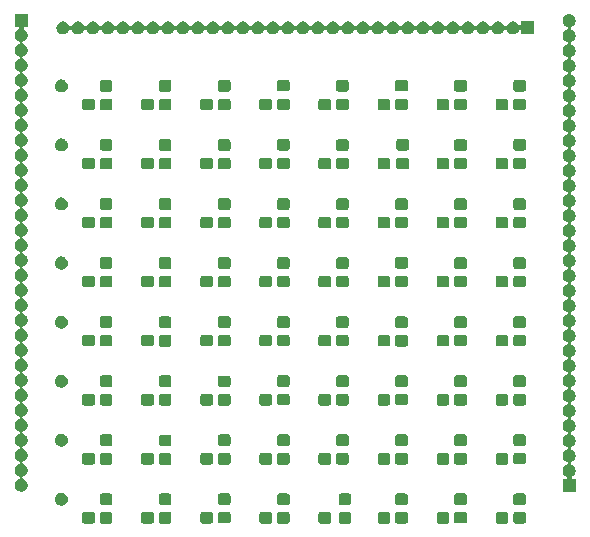
<source format=gbs>
G04 #@! TF.GenerationSoftware,KiCad,Pcbnew,5.1.5*
G04 #@! TF.CreationDate,2020-02-20T21:28:11+01:00*
G04 #@! TF.ProjectId,cubet_leds,63756265-745f-46c6-9564-732e6b696361,rev?*
G04 #@! TF.SameCoordinates,Original*
G04 #@! TF.FileFunction,Soldermask,Bot*
G04 #@! TF.FilePolarity,Negative*
%FSLAX46Y46*%
G04 Gerber Fmt 4.6, Leading zero omitted, Abs format (unit mm)*
G04 Created by KiCad (PCBNEW 5.1.5) date 2020-02-20 21:28:11*
%MOMM*%
%LPD*%
G04 APERTURE LIST*
%ADD10C,0.100000*%
G04 APERTURE END LIST*
D10*
G36*
X59379591Y-92803085D02*
G01*
X59413569Y-92813393D01*
X59444890Y-92830134D01*
X59472339Y-92852661D01*
X59494866Y-92880110D01*
X59511607Y-92911431D01*
X59521915Y-92945409D01*
X59526000Y-92986890D01*
X59526000Y-93588110D01*
X59521915Y-93629591D01*
X59511607Y-93663569D01*
X59494866Y-93694890D01*
X59472339Y-93722339D01*
X59444890Y-93744866D01*
X59413569Y-93761607D01*
X59379591Y-93771915D01*
X59338110Y-93776000D01*
X58661890Y-93776000D01*
X58620409Y-93771915D01*
X58586431Y-93761607D01*
X58555110Y-93744866D01*
X58527661Y-93722339D01*
X58505134Y-93694890D01*
X58488393Y-93663569D01*
X58478085Y-93629591D01*
X58474000Y-93588110D01*
X58474000Y-92986890D01*
X58478085Y-92945409D01*
X58488393Y-92911431D01*
X58505134Y-92880110D01*
X58527661Y-92852661D01*
X58555110Y-92830134D01*
X58586431Y-92813393D01*
X58620409Y-92803085D01*
X58661890Y-92799000D01*
X59338110Y-92799000D01*
X59379591Y-92803085D01*
G37*
G36*
X92879591Y-92803085D02*
G01*
X92913569Y-92813393D01*
X92944890Y-92830134D01*
X92972339Y-92852661D01*
X92994866Y-92880110D01*
X93011607Y-92911431D01*
X93021915Y-92945409D01*
X93026000Y-92986890D01*
X93026000Y-93588110D01*
X93021915Y-93629591D01*
X93011607Y-93663569D01*
X92994866Y-93694890D01*
X92972339Y-93722339D01*
X92944890Y-93744866D01*
X92913569Y-93761607D01*
X92879591Y-93771915D01*
X92838110Y-93776000D01*
X92161890Y-93776000D01*
X92120409Y-93771915D01*
X92086431Y-93761607D01*
X92055110Y-93744866D01*
X92027661Y-93722339D01*
X92005134Y-93694890D01*
X91988393Y-93663569D01*
X91978085Y-93629591D01*
X91974000Y-93588110D01*
X91974000Y-92986890D01*
X91978085Y-92945409D01*
X91988393Y-92911431D01*
X92005134Y-92880110D01*
X92027661Y-92852661D01*
X92055110Y-92830134D01*
X92086431Y-92813393D01*
X92120409Y-92803085D01*
X92161890Y-92799000D01*
X92838110Y-92799000D01*
X92879591Y-92803085D01*
G37*
G36*
X87879591Y-92803085D02*
G01*
X87913569Y-92813393D01*
X87944890Y-92830134D01*
X87972339Y-92852661D01*
X87994866Y-92880110D01*
X88011607Y-92911431D01*
X88021915Y-92945409D01*
X88026000Y-92986890D01*
X88026000Y-93588110D01*
X88021915Y-93629591D01*
X88011607Y-93663569D01*
X87994866Y-93694890D01*
X87972339Y-93722339D01*
X87944890Y-93744866D01*
X87913569Y-93761607D01*
X87879591Y-93771915D01*
X87838110Y-93776000D01*
X87161890Y-93776000D01*
X87120409Y-93771915D01*
X87086431Y-93761607D01*
X87055110Y-93744866D01*
X87027661Y-93722339D01*
X87005134Y-93694890D01*
X86988393Y-93663569D01*
X86978085Y-93629591D01*
X86974000Y-93588110D01*
X86974000Y-92986890D01*
X86978085Y-92945409D01*
X86988393Y-92911431D01*
X87005134Y-92880110D01*
X87027661Y-92852661D01*
X87055110Y-92830134D01*
X87086431Y-92813393D01*
X87120409Y-92803085D01*
X87161890Y-92799000D01*
X87838110Y-92799000D01*
X87879591Y-92803085D01*
G37*
G36*
X82879591Y-92803085D02*
G01*
X82913569Y-92813393D01*
X82944890Y-92830134D01*
X82972339Y-92852661D01*
X82994866Y-92880110D01*
X83011607Y-92911431D01*
X83021915Y-92945409D01*
X83026000Y-92986890D01*
X83026000Y-93588110D01*
X83021915Y-93629591D01*
X83011607Y-93663569D01*
X82994866Y-93694890D01*
X82972339Y-93722339D01*
X82944890Y-93744866D01*
X82913569Y-93761607D01*
X82879591Y-93771915D01*
X82838110Y-93776000D01*
X82161890Y-93776000D01*
X82120409Y-93771915D01*
X82086431Y-93761607D01*
X82055110Y-93744866D01*
X82027661Y-93722339D01*
X82005134Y-93694890D01*
X81988393Y-93663569D01*
X81978085Y-93629591D01*
X81974000Y-93588110D01*
X81974000Y-92986890D01*
X81978085Y-92945409D01*
X81988393Y-92911431D01*
X82005134Y-92880110D01*
X82027661Y-92852661D01*
X82055110Y-92830134D01*
X82086431Y-92813393D01*
X82120409Y-92803085D01*
X82161890Y-92799000D01*
X82838110Y-92799000D01*
X82879591Y-92803085D01*
G37*
G36*
X77879591Y-92803085D02*
G01*
X77913569Y-92813393D01*
X77944890Y-92830134D01*
X77972339Y-92852661D01*
X77994866Y-92880110D01*
X78011607Y-92911431D01*
X78021915Y-92945409D01*
X78026000Y-92986890D01*
X78026000Y-93588110D01*
X78021915Y-93629591D01*
X78011607Y-93663569D01*
X77994866Y-93694890D01*
X77972339Y-93722339D01*
X77944890Y-93744866D01*
X77913569Y-93761607D01*
X77879591Y-93771915D01*
X77838110Y-93776000D01*
X77161890Y-93776000D01*
X77120409Y-93771915D01*
X77086431Y-93761607D01*
X77055110Y-93744866D01*
X77027661Y-93722339D01*
X77005134Y-93694890D01*
X76988393Y-93663569D01*
X76978085Y-93629591D01*
X76974000Y-93588110D01*
X76974000Y-92986890D01*
X76978085Y-92945409D01*
X76988393Y-92911431D01*
X77005134Y-92880110D01*
X77027661Y-92852661D01*
X77055110Y-92830134D01*
X77086431Y-92813393D01*
X77120409Y-92803085D01*
X77161890Y-92799000D01*
X77838110Y-92799000D01*
X77879591Y-92803085D01*
G37*
G36*
X72879591Y-92803085D02*
G01*
X72913569Y-92813393D01*
X72944890Y-92830134D01*
X72972339Y-92852661D01*
X72994866Y-92880110D01*
X73011607Y-92911431D01*
X73021915Y-92945409D01*
X73026000Y-92986890D01*
X73026000Y-93588110D01*
X73021915Y-93629591D01*
X73011607Y-93663569D01*
X72994866Y-93694890D01*
X72972339Y-93722339D01*
X72944890Y-93744866D01*
X72913569Y-93761607D01*
X72879591Y-93771915D01*
X72838110Y-93776000D01*
X72161890Y-93776000D01*
X72120409Y-93771915D01*
X72086431Y-93761607D01*
X72055110Y-93744866D01*
X72027661Y-93722339D01*
X72005134Y-93694890D01*
X71988393Y-93663569D01*
X71978085Y-93629591D01*
X71974000Y-93588110D01*
X71974000Y-92986890D01*
X71978085Y-92945409D01*
X71988393Y-92911431D01*
X72005134Y-92880110D01*
X72027661Y-92852661D01*
X72055110Y-92830134D01*
X72086431Y-92813393D01*
X72120409Y-92803085D01*
X72161890Y-92799000D01*
X72838110Y-92799000D01*
X72879591Y-92803085D01*
G37*
G36*
X67879591Y-92803085D02*
G01*
X67913569Y-92813393D01*
X67944890Y-92830134D01*
X67972339Y-92852661D01*
X67994866Y-92880110D01*
X68011607Y-92911431D01*
X68021915Y-92945409D01*
X68026000Y-92986890D01*
X68026000Y-93588110D01*
X68021915Y-93629591D01*
X68011607Y-93663569D01*
X67994866Y-93694890D01*
X67972339Y-93722339D01*
X67944890Y-93744866D01*
X67913569Y-93761607D01*
X67879591Y-93771915D01*
X67838110Y-93776000D01*
X67161890Y-93776000D01*
X67120409Y-93771915D01*
X67086431Y-93761607D01*
X67055110Y-93744866D01*
X67027661Y-93722339D01*
X67005134Y-93694890D01*
X66988393Y-93663569D01*
X66978085Y-93629591D01*
X66974000Y-93588110D01*
X66974000Y-92986890D01*
X66978085Y-92945409D01*
X66988393Y-92911431D01*
X67005134Y-92880110D01*
X67027661Y-92852661D01*
X67055110Y-92830134D01*
X67086431Y-92813393D01*
X67120409Y-92803085D01*
X67161890Y-92799000D01*
X67838110Y-92799000D01*
X67879591Y-92803085D01*
G37*
G36*
X62879591Y-92803085D02*
G01*
X62913569Y-92813393D01*
X62944890Y-92830134D01*
X62972339Y-92852661D01*
X62994866Y-92880110D01*
X63011607Y-92911431D01*
X63021915Y-92945409D01*
X63026000Y-92986890D01*
X63026000Y-93588110D01*
X63021915Y-93629591D01*
X63011607Y-93663569D01*
X62994866Y-93694890D01*
X62972339Y-93722339D01*
X62944890Y-93744866D01*
X62913569Y-93761607D01*
X62879591Y-93771915D01*
X62838110Y-93776000D01*
X62161890Y-93776000D01*
X62120409Y-93771915D01*
X62086431Y-93761607D01*
X62055110Y-93744866D01*
X62027661Y-93722339D01*
X62005134Y-93694890D01*
X61988393Y-93663569D01*
X61978085Y-93629591D01*
X61974000Y-93588110D01*
X61974000Y-92986890D01*
X61978085Y-92945409D01*
X61988393Y-92911431D01*
X62005134Y-92880110D01*
X62027661Y-92852661D01*
X62055110Y-92830134D01*
X62086431Y-92813393D01*
X62120409Y-92803085D01*
X62161890Y-92799000D01*
X62838110Y-92799000D01*
X62879591Y-92803085D01*
G37*
G36*
X94379591Y-92803085D02*
G01*
X94413569Y-92813393D01*
X94444890Y-92830134D01*
X94472339Y-92852661D01*
X94494866Y-92880110D01*
X94511607Y-92911431D01*
X94521915Y-92945409D01*
X94526000Y-92986890D01*
X94526000Y-93588110D01*
X94521915Y-93629591D01*
X94511607Y-93663569D01*
X94494866Y-93694890D01*
X94472339Y-93722339D01*
X94444890Y-93744866D01*
X94413569Y-93761607D01*
X94379591Y-93771915D01*
X94338110Y-93776000D01*
X93661890Y-93776000D01*
X93620409Y-93771915D01*
X93586431Y-93761607D01*
X93555110Y-93744866D01*
X93527661Y-93722339D01*
X93505134Y-93694890D01*
X93488393Y-93663569D01*
X93478085Y-93629591D01*
X93474000Y-93588110D01*
X93474000Y-92986890D01*
X93478085Y-92945409D01*
X93488393Y-92911431D01*
X93505134Y-92880110D01*
X93527661Y-92852661D01*
X93555110Y-92830134D01*
X93586431Y-92813393D01*
X93620409Y-92803085D01*
X93661890Y-92799000D01*
X94338110Y-92799000D01*
X94379591Y-92803085D01*
G37*
G36*
X84379591Y-92803085D02*
G01*
X84413569Y-92813393D01*
X84444890Y-92830134D01*
X84472339Y-92852661D01*
X84494866Y-92880110D01*
X84511607Y-92911431D01*
X84521915Y-92945409D01*
X84526000Y-92986890D01*
X84526000Y-93588110D01*
X84521915Y-93629591D01*
X84511607Y-93663569D01*
X84494866Y-93694890D01*
X84472339Y-93722339D01*
X84444890Y-93744866D01*
X84413569Y-93761607D01*
X84379591Y-93771915D01*
X84338110Y-93776000D01*
X83661890Y-93776000D01*
X83620409Y-93771915D01*
X83586431Y-93761607D01*
X83555110Y-93744866D01*
X83527661Y-93722339D01*
X83505134Y-93694890D01*
X83488393Y-93663569D01*
X83478085Y-93629591D01*
X83474000Y-93588110D01*
X83474000Y-92986890D01*
X83478085Y-92945409D01*
X83488393Y-92911431D01*
X83505134Y-92880110D01*
X83527661Y-92852661D01*
X83555110Y-92830134D01*
X83586431Y-92813393D01*
X83620409Y-92803085D01*
X83661890Y-92799000D01*
X84338110Y-92799000D01*
X84379591Y-92803085D01*
G37*
G36*
X79579591Y-92803085D02*
G01*
X79613569Y-92813393D01*
X79644890Y-92830134D01*
X79672339Y-92852661D01*
X79694866Y-92880110D01*
X79711607Y-92911431D01*
X79721915Y-92945409D01*
X79726000Y-92986890D01*
X79726000Y-93588110D01*
X79721915Y-93629591D01*
X79711607Y-93663569D01*
X79694866Y-93694890D01*
X79672339Y-93722339D01*
X79644890Y-93744866D01*
X79613569Y-93761607D01*
X79579591Y-93771915D01*
X79538110Y-93776000D01*
X78861890Y-93776000D01*
X78820409Y-93771915D01*
X78786431Y-93761607D01*
X78755110Y-93744866D01*
X78727661Y-93722339D01*
X78705134Y-93694890D01*
X78688393Y-93663569D01*
X78678085Y-93629591D01*
X78674000Y-93588110D01*
X78674000Y-92986890D01*
X78678085Y-92945409D01*
X78688393Y-92911431D01*
X78705134Y-92880110D01*
X78727661Y-92852661D01*
X78755110Y-92830134D01*
X78786431Y-92813393D01*
X78820409Y-92803085D01*
X78861890Y-92799000D01*
X79538110Y-92799000D01*
X79579591Y-92803085D01*
G37*
G36*
X74379591Y-92803085D02*
G01*
X74413569Y-92813393D01*
X74444890Y-92830134D01*
X74472339Y-92852661D01*
X74494866Y-92880110D01*
X74511607Y-92911431D01*
X74521915Y-92945409D01*
X74526000Y-92986890D01*
X74526000Y-93588110D01*
X74521915Y-93629591D01*
X74511607Y-93663569D01*
X74494866Y-93694890D01*
X74472339Y-93722339D01*
X74444890Y-93744866D01*
X74413569Y-93761607D01*
X74379591Y-93771915D01*
X74338110Y-93776000D01*
X73661890Y-93776000D01*
X73620409Y-93771915D01*
X73586431Y-93761607D01*
X73555110Y-93744866D01*
X73527661Y-93722339D01*
X73505134Y-93694890D01*
X73488393Y-93663569D01*
X73478085Y-93629591D01*
X73474000Y-93588110D01*
X73474000Y-92986890D01*
X73478085Y-92945409D01*
X73488393Y-92911431D01*
X73505134Y-92880110D01*
X73527661Y-92852661D01*
X73555110Y-92830134D01*
X73586431Y-92813393D01*
X73620409Y-92803085D01*
X73661890Y-92799000D01*
X74338110Y-92799000D01*
X74379591Y-92803085D01*
G37*
G36*
X64379591Y-92803085D02*
G01*
X64413569Y-92813393D01*
X64444890Y-92830134D01*
X64472339Y-92852661D01*
X64494866Y-92880110D01*
X64511607Y-92911431D01*
X64521915Y-92945409D01*
X64526000Y-92986890D01*
X64526000Y-93588110D01*
X64521915Y-93629591D01*
X64511607Y-93663569D01*
X64494866Y-93694890D01*
X64472339Y-93722339D01*
X64444890Y-93744866D01*
X64413569Y-93761607D01*
X64379591Y-93771915D01*
X64338110Y-93776000D01*
X63661890Y-93776000D01*
X63620409Y-93771915D01*
X63586431Y-93761607D01*
X63555110Y-93744866D01*
X63527661Y-93722339D01*
X63505134Y-93694890D01*
X63488393Y-93663569D01*
X63478085Y-93629591D01*
X63474000Y-93588110D01*
X63474000Y-92986890D01*
X63478085Y-92945409D01*
X63488393Y-92911431D01*
X63505134Y-92880110D01*
X63527661Y-92852661D01*
X63555110Y-92830134D01*
X63586431Y-92813393D01*
X63620409Y-92803085D01*
X63661890Y-92799000D01*
X64338110Y-92799000D01*
X64379591Y-92803085D01*
G37*
G36*
X57879591Y-92803085D02*
G01*
X57913569Y-92813393D01*
X57944890Y-92830134D01*
X57972339Y-92852661D01*
X57994866Y-92880110D01*
X58011607Y-92911431D01*
X58021915Y-92945409D01*
X58026000Y-92986890D01*
X58026000Y-93588110D01*
X58021915Y-93629591D01*
X58011607Y-93663569D01*
X57994866Y-93694890D01*
X57972339Y-93722339D01*
X57944890Y-93744866D01*
X57913569Y-93761607D01*
X57879591Y-93771915D01*
X57838110Y-93776000D01*
X57161890Y-93776000D01*
X57120409Y-93771915D01*
X57086431Y-93761607D01*
X57055110Y-93744866D01*
X57027661Y-93722339D01*
X57005134Y-93694890D01*
X56988393Y-93663569D01*
X56978085Y-93629591D01*
X56974000Y-93588110D01*
X56974000Y-92986890D01*
X56978085Y-92945409D01*
X56988393Y-92911431D01*
X57005134Y-92880110D01*
X57027661Y-92852661D01*
X57055110Y-92830134D01*
X57086431Y-92813393D01*
X57120409Y-92803085D01*
X57161890Y-92799000D01*
X57838110Y-92799000D01*
X57879591Y-92803085D01*
G37*
G36*
X69379591Y-92790585D02*
G01*
X69413569Y-92800893D01*
X69444890Y-92817634D01*
X69472339Y-92840161D01*
X69494866Y-92867610D01*
X69511607Y-92898931D01*
X69521915Y-92932909D01*
X69526000Y-92974390D01*
X69526000Y-93575610D01*
X69521915Y-93617091D01*
X69511607Y-93651069D01*
X69494866Y-93682390D01*
X69472339Y-93709839D01*
X69444890Y-93732366D01*
X69413569Y-93749107D01*
X69379591Y-93759415D01*
X69338110Y-93763500D01*
X68661890Y-93763500D01*
X68620409Y-93759415D01*
X68586431Y-93749107D01*
X68555110Y-93732366D01*
X68527661Y-93709839D01*
X68505134Y-93682390D01*
X68488393Y-93651069D01*
X68478085Y-93617091D01*
X68474000Y-93575610D01*
X68474000Y-92974390D01*
X68478085Y-92932909D01*
X68488393Y-92898931D01*
X68505134Y-92867610D01*
X68527661Y-92840161D01*
X68555110Y-92817634D01*
X68586431Y-92800893D01*
X68620409Y-92790585D01*
X68661890Y-92786500D01*
X69338110Y-92786500D01*
X69379591Y-92790585D01*
G37*
G36*
X89379591Y-92790585D02*
G01*
X89413569Y-92800893D01*
X89444890Y-92817634D01*
X89472339Y-92840161D01*
X89494866Y-92867610D01*
X89511607Y-92898931D01*
X89521915Y-92932909D01*
X89526000Y-92974390D01*
X89526000Y-93575610D01*
X89521915Y-93617091D01*
X89511607Y-93651069D01*
X89494866Y-93682390D01*
X89472339Y-93709839D01*
X89444890Y-93732366D01*
X89413569Y-93749107D01*
X89379591Y-93759415D01*
X89338110Y-93763500D01*
X88661890Y-93763500D01*
X88620409Y-93759415D01*
X88586431Y-93749107D01*
X88555110Y-93732366D01*
X88527661Y-93709839D01*
X88505134Y-93682390D01*
X88488393Y-93651069D01*
X88478085Y-93617091D01*
X88474000Y-93575610D01*
X88474000Y-92974390D01*
X88478085Y-92932909D01*
X88488393Y-92898931D01*
X88505134Y-92867610D01*
X88527661Y-92840161D01*
X88555110Y-92817634D01*
X88586431Y-92800893D01*
X88620409Y-92790585D01*
X88661890Y-92786500D01*
X89338110Y-92786500D01*
X89379591Y-92790585D01*
G37*
G36*
X55360721Y-91180174D02*
G01*
X55460995Y-91221709D01*
X55492311Y-91242634D01*
X55551242Y-91282010D01*
X55627990Y-91358758D01*
X55627991Y-91358760D01*
X55688291Y-91449005D01*
X55729826Y-91549279D01*
X55751000Y-91655730D01*
X55751000Y-91764270D01*
X55729826Y-91870721D01*
X55688291Y-91970995D01*
X55688290Y-91970996D01*
X55627990Y-92061242D01*
X55551242Y-92137990D01*
X55518547Y-92159836D01*
X55460995Y-92198291D01*
X55360721Y-92239826D01*
X55254270Y-92261000D01*
X55145730Y-92261000D01*
X55039279Y-92239826D01*
X54939005Y-92198291D01*
X54881453Y-92159836D01*
X54848758Y-92137990D01*
X54772010Y-92061242D01*
X54711710Y-91970996D01*
X54711709Y-91970995D01*
X54670174Y-91870721D01*
X54649000Y-91764270D01*
X54649000Y-91655730D01*
X54670174Y-91549279D01*
X54711709Y-91449005D01*
X54772009Y-91358760D01*
X54772010Y-91358758D01*
X54848758Y-91282010D01*
X54907689Y-91242634D01*
X54939005Y-91221709D01*
X55039279Y-91180174D01*
X55145730Y-91159000D01*
X55254270Y-91159000D01*
X55360721Y-91180174D01*
G37*
G36*
X84379591Y-91228085D02*
G01*
X84413569Y-91238393D01*
X84444890Y-91255134D01*
X84472339Y-91277661D01*
X84494866Y-91305110D01*
X84511607Y-91336431D01*
X84521915Y-91370409D01*
X84526000Y-91411890D01*
X84526000Y-92013110D01*
X84521915Y-92054591D01*
X84511607Y-92088569D01*
X84494866Y-92119890D01*
X84472339Y-92147339D01*
X84444890Y-92169866D01*
X84413569Y-92186607D01*
X84379591Y-92196915D01*
X84338110Y-92201000D01*
X83661890Y-92201000D01*
X83620409Y-92196915D01*
X83586431Y-92186607D01*
X83555110Y-92169866D01*
X83527661Y-92147339D01*
X83505134Y-92119890D01*
X83488393Y-92088569D01*
X83478085Y-92054591D01*
X83474000Y-92013110D01*
X83474000Y-91411890D01*
X83478085Y-91370409D01*
X83488393Y-91336431D01*
X83505134Y-91305110D01*
X83527661Y-91277661D01*
X83555110Y-91255134D01*
X83586431Y-91238393D01*
X83620409Y-91228085D01*
X83661890Y-91224000D01*
X84338110Y-91224000D01*
X84379591Y-91228085D01*
G37*
G36*
X94379591Y-91228085D02*
G01*
X94413569Y-91238393D01*
X94444890Y-91255134D01*
X94472339Y-91277661D01*
X94494866Y-91305110D01*
X94511607Y-91336431D01*
X94521915Y-91370409D01*
X94526000Y-91411890D01*
X94526000Y-92013110D01*
X94521915Y-92054591D01*
X94511607Y-92088569D01*
X94494866Y-92119890D01*
X94472339Y-92147339D01*
X94444890Y-92169866D01*
X94413569Y-92186607D01*
X94379591Y-92196915D01*
X94338110Y-92201000D01*
X93661890Y-92201000D01*
X93620409Y-92196915D01*
X93586431Y-92186607D01*
X93555110Y-92169866D01*
X93527661Y-92147339D01*
X93505134Y-92119890D01*
X93488393Y-92088569D01*
X93478085Y-92054591D01*
X93474000Y-92013110D01*
X93474000Y-91411890D01*
X93478085Y-91370409D01*
X93488393Y-91336431D01*
X93505134Y-91305110D01*
X93527661Y-91277661D01*
X93555110Y-91255134D01*
X93586431Y-91238393D01*
X93620409Y-91228085D01*
X93661890Y-91224000D01*
X94338110Y-91224000D01*
X94379591Y-91228085D01*
G37*
G36*
X64379591Y-91228085D02*
G01*
X64413569Y-91238393D01*
X64444890Y-91255134D01*
X64472339Y-91277661D01*
X64494866Y-91305110D01*
X64511607Y-91336431D01*
X64521915Y-91370409D01*
X64526000Y-91411890D01*
X64526000Y-92013110D01*
X64521915Y-92054591D01*
X64511607Y-92088569D01*
X64494866Y-92119890D01*
X64472339Y-92147339D01*
X64444890Y-92169866D01*
X64413569Y-92186607D01*
X64379591Y-92196915D01*
X64338110Y-92201000D01*
X63661890Y-92201000D01*
X63620409Y-92196915D01*
X63586431Y-92186607D01*
X63555110Y-92169866D01*
X63527661Y-92147339D01*
X63505134Y-92119890D01*
X63488393Y-92088569D01*
X63478085Y-92054591D01*
X63474000Y-92013110D01*
X63474000Y-91411890D01*
X63478085Y-91370409D01*
X63488393Y-91336431D01*
X63505134Y-91305110D01*
X63527661Y-91277661D01*
X63555110Y-91255134D01*
X63586431Y-91238393D01*
X63620409Y-91228085D01*
X63661890Y-91224000D01*
X64338110Y-91224000D01*
X64379591Y-91228085D01*
G37*
G36*
X74379591Y-91228085D02*
G01*
X74413569Y-91238393D01*
X74444890Y-91255134D01*
X74472339Y-91277661D01*
X74494866Y-91305110D01*
X74511607Y-91336431D01*
X74521915Y-91370409D01*
X74526000Y-91411890D01*
X74526000Y-92013110D01*
X74521915Y-92054591D01*
X74511607Y-92088569D01*
X74494866Y-92119890D01*
X74472339Y-92147339D01*
X74444890Y-92169866D01*
X74413569Y-92186607D01*
X74379591Y-92196915D01*
X74338110Y-92201000D01*
X73661890Y-92201000D01*
X73620409Y-92196915D01*
X73586431Y-92186607D01*
X73555110Y-92169866D01*
X73527661Y-92147339D01*
X73505134Y-92119890D01*
X73488393Y-92088569D01*
X73478085Y-92054591D01*
X73474000Y-92013110D01*
X73474000Y-91411890D01*
X73478085Y-91370409D01*
X73488393Y-91336431D01*
X73505134Y-91305110D01*
X73527661Y-91277661D01*
X73555110Y-91255134D01*
X73586431Y-91238393D01*
X73620409Y-91228085D01*
X73661890Y-91224000D01*
X74338110Y-91224000D01*
X74379591Y-91228085D01*
G37*
G36*
X79579591Y-91228085D02*
G01*
X79613569Y-91238393D01*
X79644890Y-91255134D01*
X79672339Y-91277661D01*
X79694866Y-91305110D01*
X79711607Y-91336431D01*
X79721915Y-91370409D01*
X79726000Y-91411890D01*
X79726000Y-92013110D01*
X79721915Y-92054591D01*
X79711607Y-92088569D01*
X79694866Y-92119890D01*
X79672339Y-92147339D01*
X79644890Y-92169866D01*
X79613569Y-92186607D01*
X79579591Y-92196915D01*
X79538110Y-92201000D01*
X78861890Y-92201000D01*
X78820409Y-92196915D01*
X78786431Y-92186607D01*
X78755110Y-92169866D01*
X78727661Y-92147339D01*
X78705134Y-92119890D01*
X78688393Y-92088569D01*
X78678085Y-92054591D01*
X78674000Y-92013110D01*
X78674000Y-91411890D01*
X78678085Y-91370409D01*
X78688393Y-91336431D01*
X78705134Y-91305110D01*
X78727661Y-91277661D01*
X78755110Y-91255134D01*
X78786431Y-91238393D01*
X78820409Y-91228085D01*
X78861890Y-91224000D01*
X79538110Y-91224000D01*
X79579591Y-91228085D01*
G37*
G36*
X59379591Y-91228085D02*
G01*
X59413569Y-91238393D01*
X59444890Y-91255134D01*
X59472339Y-91277661D01*
X59494866Y-91305110D01*
X59511607Y-91336431D01*
X59521915Y-91370409D01*
X59526000Y-91411890D01*
X59526000Y-92013110D01*
X59521915Y-92054591D01*
X59511607Y-92088569D01*
X59494866Y-92119890D01*
X59472339Y-92147339D01*
X59444890Y-92169866D01*
X59413569Y-92186607D01*
X59379591Y-92196915D01*
X59338110Y-92201000D01*
X58661890Y-92201000D01*
X58620409Y-92196915D01*
X58586431Y-92186607D01*
X58555110Y-92169866D01*
X58527661Y-92147339D01*
X58505134Y-92119890D01*
X58488393Y-92088569D01*
X58478085Y-92054591D01*
X58474000Y-92013110D01*
X58474000Y-91411890D01*
X58478085Y-91370409D01*
X58488393Y-91336431D01*
X58505134Y-91305110D01*
X58527661Y-91277661D01*
X58555110Y-91255134D01*
X58586431Y-91238393D01*
X58620409Y-91228085D01*
X58661890Y-91224000D01*
X59338110Y-91224000D01*
X59379591Y-91228085D01*
G37*
G36*
X89379591Y-91215585D02*
G01*
X89413569Y-91225893D01*
X89444890Y-91242634D01*
X89472339Y-91265161D01*
X89494866Y-91292610D01*
X89511607Y-91323931D01*
X89521915Y-91357909D01*
X89526000Y-91399390D01*
X89526000Y-92000610D01*
X89521915Y-92042091D01*
X89511607Y-92076069D01*
X89494866Y-92107390D01*
X89472339Y-92134839D01*
X89444890Y-92157366D01*
X89413569Y-92174107D01*
X89379591Y-92184415D01*
X89338110Y-92188500D01*
X88661890Y-92188500D01*
X88620409Y-92184415D01*
X88586431Y-92174107D01*
X88555110Y-92157366D01*
X88527661Y-92134839D01*
X88505134Y-92107390D01*
X88488393Y-92076069D01*
X88478085Y-92042091D01*
X88474000Y-92000610D01*
X88474000Y-91399390D01*
X88478085Y-91357909D01*
X88488393Y-91323931D01*
X88505134Y-91292610D01*
X88527661Y-91265161D01*
X88555110Y-91242634D01*
X88586431Y-91225893D01*
X88620409Y-91215585D01*
X88661890Y-91211500D01*
X89338110Y-91211500D01*
X89379591Y-91215585D01*
G37*
G36*
X69379591Y-91215585D02*
G01*
X69413569Y-91225893D01*
X69444890Y-91242634D01*
X69472339Y-91265161D01*
X69494866Y-91292610D01*
X69511607Y-91323931D01*
X69521915Y-91357909D01*
X69526000Y-91399390D01*
X69526000Y-92000610D01*
X69521915Y-92042091D01*
X69511607Y-92076069D01*
X69494866Y-92107390D01*
X69472339Y-92134839D01*
X69444890Y-92157366D01*
X69413569Y-92174107D01*
X69379591Y-92184415D01*
X69338110Y-92188500D01*
X68661890Y-92188500D01*
X68620409Y-92184415D01*
X68586431Y-92174107D01*
X68555110Y-92157366D01*
X68527661Y-92134839D01*
X68505134Y-92107390D01*
X68488393Y-92076069D01*
X68478085Y-92042091D01*
X68474000Y-92000610D01*
X68474000Y-91399390D01*
X68478085Y-91357909D01*
X68488393Y-91323931D01*
X68505134Y-91292610D01*
X68527661Y-91265161D01*
X68555110Y-91242634D01*
X68586431Y-91225893D01*
X68620409Y-91215585D01*
X68661890Y-91211500D01*
X69338110Y-91211500D01*
X69379591Y-91215585D01*
G37*
G36*
X98360721Y-50650174D02*
G01*
X98460995Y-50691709D01*
X98460996Y-50691710D01*
X98551242Y-50752010D01*
X98627990Y-50828758D01*
X98627991Y-50828760D01*
X98688291Y-50919005D01*
X98729826Y-51019279D01*
X98751000Y-51125730D01*
X98751000Y-51234270D01*
X98729826Y-51340721D01*
X98688291Y-51440995D01*
X98667428Y-51472218D01*
X98627990Y-51531242D01*
X98551242Y-51607990D01*
X98541665Y-51614389D01*
X98460995Y-51668291D01*
X98385611Y-51699516D01*
X98364000Y-51711067D01*
X98345059Y-51726612D01*
X98329513Y-51745554D01*
X98317962Y-51767165D01*
X98310849Y-51790614D01*
X98308447Y-51815000D01*
X98310849Y-51839386D01*
X98317962Y-51862835D01*
X98329513Y-51884446D01*
X98345058Y-51903387D01*
X98364000Y-51918933D01*
X98385611Y-51930484D01*
X98460995Y-51961709D01*
X98496767Y-51985611D01*
X98551242Y-52022010D01*
X98627990Y-52098758D01*
X98627991Y-52098760D01*
X98688291Y-52189005D01*
X98729826Y-52289279D01*
X98751000Y-52395730D01*
X98751000Y-52504270D01*
X98729826Y-52610721D01*
X98688291Y-52710995D01*
X98688290Y-52710996D01*
X98627990Y-52801242D01*
X98551242Y-52877990D01*
X98505895Y-52908290D01*
X98460995Y-52938291D01*
X98385611Y-52969516D01*
X98364000Y-52981067D01*
X98345059Y-52996612D01*
X98329513Y-53015554D01*
X98317962Y-53037165D01*
X98310849Y-53060614D01*
X98308447Y-53085000D01*
X98310849Y-53109386D01*
X98317962Y-53132835D01*
X98329513Y-53154446D01*
X98345058Y-53173387D01*
X98364000Y-53188933D01*
X98385611Y-53200484D01*
X98460995Y-53231709D01*
X98460996Y-53231710D01*
X98551242Y-53292010D01*
X98627990Y-53368758D01*
X98627991Y-53368760D01*
X98688291Y-53459005D01*
X98729826Y-53559279D01*
X98751000Y-53665730D01*
X98751000Y-53774270D01*
X98729826Y-53880721D01*
X98688291Y-53980995D01*
X98688290Y-53980996D01*
X98627990Y-54071242D01*
X98551242Y-54147990D01*
X98505895Y-54178290D01*
X98460995Y-54208291D01*
X98385611Y-54239516D01*
X98364000Y-54251067D01*
X98345059Y-54266612D01*
X98329513Y-54285554D01*
X98317962Y-54307165D01*
X98310849Y-54330614D01*
X98308447Y-54355000D01*
X98310849Y-54379386D01*
X98317962Y-54402835D01*
X98329513Y-54424446D01*
X98345058Y-54443387D01*
X98364000Y-54458933D01*
X98385611Y-54470484D01*
X98460995Y-54501709D01*
X98460996Y-54501710D01*
X98551242Y-54562010D01*
X98627990Y-54638758D01*
X98627991Y-54638760D01*
X98688291Y-54729005D01*
X98729826Y-54829279D01*
X98751000Y-54935730D01*
X98751000Y-55044270D01*
X98729826Y-55150721D01*
X98688291Y-55250995D01*
X98688290Y-55250996D01*
X98627990Y-55341242D01*
X98551242Y-55417990D01*
X98505895Y-55448290D01*
X98460995Y-55478291D01*
X98385611Y-55509516D01*
X98364000Y-55521067D01*
X98345059Y-55536612D01*
X98329513Y-55555554D01*
X98317962Y-55577165D01*
X98310849Y-55600614D01*
X98308447Y-55625000D01*
X98310849Y-55649386D01*
X98317962Y-55672835D01*
X98329513Y-55694446D01*
X98345058Y-55713387D01*
X98364000Y-55728933D01*
X98385611Y-55740484D01*
X98460995Y-55771709D01*
X98460996Y-55771710D01*
X98551242Y-55832010D01*
X98627990Y-55908758D01*
X98627991Y-55908760D01*
X98688291Y-55999005D01*
X98729826Y-56099279D01*
X98751000Y-56205730D01*
X98751000Y-56314270D01*
X98729826Y-56420721D01*
X98688291Y-56520995D01*
X98688290Y-56520996D01*
X98627990Y-56611242D01*
X98551242Y-56687990D01*
X98505895Y-56718290D01*
X98460995Y-56748291D01*
X98385611Y-56779516D01*
X98364000Y-56791067D01*
X98345059Y-56806612D01*
X98329513Y-56825554D01*
X98317962Y-56847165D01*
X98310849Y-56870614D01*
X98308447Y-56895000D01*
X98310849Y-56919386D01*
X98317962Y-56942835D01*
X98329513Y-56964446D01*
X98345058Y-56983387D01*
X98364000Y-56998933D01*
X98385611Y-57010484D01*
X98460995Y-57041709D01*
X98480274Y-57054591D01*
X98551242Y-57102010D01*
X98627990Y-57178758D01*
X98658345Y-57224188D01*
X98688291Y-57269005D01*
X98729826Y-57369279D01*
X98751000Y-57475730D01*
X98751000Y-57584270D01*
X98729826Y-57690721D01*
X98688291Y-57790995D01*
X98673325Y-57813393D01*
X98627990Y-57881242D01*
X98551242Y-57957990D01*
X98526697Y-57974390D01*
X98460995Y-58018291D01*
X98385611Y-58049516D01*
X98364000Y-58061067D01*
X98345059Y-58076612D01*
X98329513Y-58095554D01*
X98317962Y-58117165D01*
X98310849Y-58140614D01*
X98308447Y-58165000D01*
X98310849Y-58189386D01*
X98317962Y-58212835D01*
X98329513Y-58234446D01*
X98345058Y-58253387D01*
X98364000Y-58268933D01*
X98385611Y-58280484D01*
X98460995Y-58311709D01*
X98460996Y-58311710D01*
X98551242Y-58372010D01*
X98627990Y-58448758D01*
X98627991Y-58448760D01*
X98688291Y-58539005D01*
X98729826Y-58639279D01*
X98751000Y-58745730D01*
X98751000Y-58854270D01*
X98729826Y-58960721D01*
X98688291Y-59060995D01*
X98688290Y-59060996D01*
X98627990Y-59151242D01*
X98551242Y-59227990D01*
X98505895Y-59258290D01*
X98460995Y-59288291D01*
X98385611Y-59319516D01*
X98364000Y-59331067D01*
X98345059Y-59346612D01*
X98329513Y-59365554D01*
X98317962Y-59387165D01*
X98310849Y-59410614D01*
X98308447Y-59435000D01*
X98310849Y-59459386D01*
X98317962Y-59482835D01*
X98329513Y-59504446D01*
X98345058Y-59523387D01*
X98364000Y-59538933D01*
X98385611Y-59550484D01*
X98460995Y-59581709D01*
X98460996Y-59581710D01*
X98551242Y-59642010D01*
X98627990Y-59718758D01*
X98627991Y-59718760D01*
X98688291Y-59809005D01*
X98729826Y-59909279D01*
X98751000Y-60015730D01*
X98751000Y-60124270D01*
X98729826Y-60230721D01*
X98688291Y-60330995D01*
X98688290Y-60330996D01*
X98627990Y-60421242D01*
X98551242Y-60497990D01*
X98505895Y-60528290D01*
X98460995Y-60558291D01*
X98385611Y-60589516D01*
X98364000Y-60601067D01*
X98345059Y-60616612D01*
X98329513Y-60635554D01*
X98317962Y-60657165D01*
X98310849Y-60680614D01*
X98308447Y-60705000D01*
X98310849Y-60729386D01*
X98317962Y-60752835D01*
X98329513Y-60774446D01*
X98345058Y-60793387D01*
X98364000Y-60808933D01*
X98385611Y-60820484D01*
X98460995Y-60851709D01*
X98460996Y-60851710D01*
X98551242Y-60912010D01*
X98627990Y-60988758D01*
X98627991Y-60988760D01*
X98688291Y-61079005D01*
X98729826Y-61179279D01*
X98751000Y-61285730D01*
X98751000Y-61394270D01*
X98729826Y-61500721D01*
X98688291Y-61600995D01*
X98688290Y-61600996D01*
X98627990Y-61691242D01*
X98551242Y-61767990D01*
X98505895Y-61798290D01*
X98460995Y-61828291D01*
X98385611Y-61859516D01*
X98364000Y-61871067D01*
X98345059Y-61886612D01*
X98329513Y-61905554D01*
X98317962Y-61927165D01*
X98310849Y-61950614D01*
X98308447Y-61975000D01*
X98310849Y-61999386D01*
X98317962Y-62022835D01*
X98329513Y-62044446D01*
X98345058Y-62063387D01*
X98364000Y-62078933D01*
X98385611Y-62090484D01*
X98460995Y-62121709D01*
X98491304Y-62141961D01*
X98551242Y-62182010D01*
X98627990Y-62258758D01*
X98627991Y-62258760D01*
X98688291Y-62349005D01*
X98729826Y-62449279D01*
X98751000Y-62555730D01*
X98751000Y-62664270D01*
X98729826Y-62770721D01*
X98688291Y-62870995D01*
X98669625Y-62898931D01*
X98627990Y-62961242D01*
X98551242Y-63037990D01*
X98524662Y-63055750D01*
X98460995Y-63098291D01*
X98385611Y-63129516D01*
X98364000Y-63141067D01*
X98345059Y-63156612D01*
X98329513Y-63175554D01*
X98317962Y-63197165D01*
X98310849Y-63220614D01*
X98308447Y-63245000D01*
X98310849Y-63269386D01*
X98317962Y-63292835D01*
X98329513Y-63314446D01*
X98345058Y-63333387D01*
X98364000Y-63348933D01*
X98385611Y-63360484D01*
X98460995Y-63391709D01*
X98460996Y-63391710D01*
X98551242Y-63452010D01*
X98627990Y-63528758D01*
X98627991Y-63528760D01*
X98688291Y-63619005D01*
X98729826Y-63719279D01*
X98751000Y-63825730D01*
X98751000Y-63934270D01*
X98729826Y-64040721D01*
X98688291Y-64140995D01*
X98688290Y-64140996D01*
X98627990Y-64231242D01*
X98551242Y-64307990D01*
X98505895Y-64338290D01*
X98460995Y-64368291D01*
X98385611Y-64399516D01*
X98364000Y-64411067D01*
X98345059Y-64426612D01*
X98329513Y-64445554D01*
X98317962Y-64467165D01*
X98310849Y-64490614D01*
X98308447Y-64515000D01*
X98310849Y-64539386D01*
X98317962Y-64562835D01*
X98329513Y-64584446D01*
X98345058Y-64603387D01*
X98364000Y-64618933D01*
X98385611Y-64630484D01*
X98460995Y-64661709D01*
X98460996Y-64661710D01*
X98551242Y-64722010D01*
X98627990Y-64798758D01*
X98627991Y-64798760D01*
X98688291Y-64889005D01*
X98729826Y-64989279D01*
X98751000Y-65095730D01*
X98751000Y-65204270D01*
X98729826Y-65310721D01*
X98688291Y-65410995D01*
X98688290Y-65410996D01*
X98627990Y-65501242D01*
X98551242Y-65577990D01*
X98505895Y-65608290D01*
X98460995Y-65638291D01*
X98385611Y-65669516D01*
X98364000Y-65681067D01*
X98345059Y-65696612D01*
X98329513Y-65715554D01*
X98317962Y-65737165D01*
X98310849Y-65760614D01*
X98308447Y-65785000D01*
X98310849Y-65809386D01*
X98317962Y-65832835D01*
X98329513Y-65854446D01*
X98345058Y-65873387D01*
X98364000Y-65888933D01*
X98385611Y-65900484D01*
X98460995Y-65931709D01*
X98460996Y-65931710D01*
X98551242Y-65992010D01*
X98627990Y-66068758D01*
X98627991Y-66068760D01*
X98688291Y-66159005D01*
X98729826Y-66259279D01*
X98751000Y-66365730D01*
X98751000Y-66474270D01*
X98729826Y-66580721D01*
X98688291Y-66680995D01*
X98688290Y-66680996D01*
X98627990Y-66771242D01*
X98551242Y-66847990D01*
X98517222Y-66870721D01*
X98460995Y-66908291D01*
X98385611Y-66939516D01*
X98364000Y-66951067D01*
X98345059Y-66966612D01*
X98329513Y-66985554D01*
X98317962Y-67007165D01*
X98310849Y-67030614D01*
X98308447Y-67055000D01*
X98310849Y-67079386D01*
X98317962Y-67102835D01*
X98329513Y-67124446D01*
X98345058Y-67143387D01*
X98364000Y-67158933D01*
X98385611Y-67170484D01*
X98460995Y-67201709D01*
X98460996Y-67201710D01*
X98551242Y-67262010D01*
X98627990Y-67338758D01*
X98627991Y-67338760D01*
X98688291Y-67429005D01*
X98729826Y-67529279D01*
X98751000Y-67635730D01*
X98751000Y-67744270D01*
X98729826Y-67850721D01*
X98688291Y-67950995D01*
X98688290Y-67950996D01*
X98627990Y-68041242D01*
X98551242Y-68117990D01*
X98505895Y-68148290D01*
X98460995Y-68178291D01*
X98385611Y-68209516D01*
X98364000Y-68221067D01*
X98345059Y-68236612D01*
X98329513Y-68255554D01*
X98317962Y-68277165D01*
X98310849Y-68300614D01*
X98308447Y-68325000D01*
X98310849Y-68349386D01*
X98317962Y-68372835D01*
X98329513Y-68394446D01*
X98345058Y-68413387D01*
X98364000Y-68428933D01*
X98385611Y-68440484D01*
X98460995Y-68471709D01*
X98460996Y-68471710D01*
X98551242Y-68532010D01*
X98627990Y-68608758D01*
X98627991Y-68608760D01*
X98688291Y-68699005D01*
X98729826Y-68799279D01*
X98751000Y-68905730D01*
X98751000Y-69014270D01*
X98729826Y-69120721D01*
X98688291Y-69220995D01*
X98688290Y-69220996D01*
X98627990Y-69311242D01*
X98551242Y-69387990D01*
X98505895Y-69418290D01*
X98460995Y-69448291D01*
X98385611Y-69479516D01*
X98364000Y-69491067D01*
X98345059Y-69506612D01*
X98329513Y-69525554D01*
X98317962Y-69547165D01*
X98310849Y-69570614D01*
X98308447Y-69595000D01*
X98310849Y-69619386D01*
X98317962Y-69642835D01*
X98329513Y-69664446D01*
X98345058Y-69683387D01*
X98364000Y-69698933D01*
X98385611Y-69710484D01*
X98460995Y-69741709D01*
X98460996Y-69741710D01*
X98551242Y-69802010D01*
X98627990Y-69878758D01*
X98627991Y-69878760D01*
X98688291Y-69969005D01*
X98729826Y-70069279D01*
X98751000Y-70175730D01*
X98751000Y-70284270D01*
X98729826Y-70390721D01*
X98688291Y-70490995D01*
X98688290Y-70490996D01*
X98627990Y-70581242D01*
X98551242Y-70657990D01*
X98505895Y-70688290D01*
X98460995Y-70718291D01*
X98385611Y-70749516D01*
X98364000Y-70761067D01*
X98345059Y-70776612D01*
X98329513Y-70795554D01*
X98317962Y-70817165D01*
X98310849Y-70840614D01*
X98308447Y-70865000D01*
X98310849Y-70889386D01*
X98317962Y-70912835D01*
X98329513Y-70934446D01*
X98345058Y-70953387D01*
X98364000Y-70968933D01*
X98385611Y-70980484D01*
X98460995Y-71011709D01*
X98460996Y-71011710D01*
X98551242Y-71072010D01*
X98627990Y-71148758D01*
X98627991Y-71148760D01*
X98688291Y-71239005D01*
X98729826Y-71339279D01*
X98751000Y-71445730D01*
X98751000Y-71554270D01*
X98729826Y-71660721D01*
X98688291Y-71760995D01*
X98658345Y-71805812D01*
X98627990Y-71851242D01*
X98551242Y-71927990D01*
X98526907Y-71944250D01*
X98460995Y-71988291D01*
X98385611Y-72019516D01*
X98364000Y-72031067D01*
X98345059Y-72046612D01*
X98329513Y-72065554D01*
X98317962Y-72087165D01*
X98310849Y-72110614D01*
X98308447Y-72135000D01*
X98310849Y-72159386D01*
X98317962Y-72182835D01*
X98329513Y-72204446D01*
X98345058Y-72223387D01*
X98364000Y-72238933D01*
X98385611Y-72250484D01*
X98460995Y-72281709D01*
X98460996Y-72281710D01*
X98551242Y-72342010D01*
X98627990Y-72418758D01*
X98627991Y-72418760D01*
X98688291Y-72509005D01*
X98729826Y-72609279D01*
X98751000Y-72715730D01*
X98751000Y-72824270D01*
X98729826Y-72930721D01*
X98688291Y-73030995D01*
X98688290Y-73030996D01*
X98627990Y-73121242D01*
X98551242Y-73197990D01*
X98505895Y-73228290D01*
X98460995Y-73258291D01*
X98385611Y-73289516D01*
X98364000Y-73301067D01*
X98345059Y-73316612D01*
X98329513Y-73335554D01*
X98317962Y-73357165D01*
X98310849Y-73380614D01*
X98308447Y-73405000D01*
X98310849Y-73429386D01*
X98317962Y-73452835D01*
X98329513Y-73474446D01*
X98345058Y-73493387D01*
X98364000Y-73508933D01*
X98385611Y-73520484D01*
X98460995Y-73551709D01*
X98460996Y-73551710D01*
X98551242Y-73612010D01*
X98627990Y-73688758D01*
X98627991Y-73688760D01*
X98688291Y-73779005D01*
X98729826Y-73879279D01*
X98751000Y-73985730D01*
X98751000Y-74094270D01*
X98729826Y-74200721D01*
X98688291Y-74300995D01*
X98688290Y-74300996D01*
X98627990Y-74391242D01*
X98551242Y-74467990D01*
X98505895Y-74498290D01*
X98460995Y-74528291D01*
X98385611Y-74559516D01*
X98364000Y-74571067D01*
X98345059Y-74586612D01*
X98329513Y-74605554D01*
X98317962Y-74627165D01*
X98310849Y-74650614D01*
X98308447Y-74675000D01*
X98310849Y-74699386D01*
X98317962Y-74722835D01*
X98329513Y-74744446D01*
X98345058Y-74763387D01*
X98364000Y-74778933D01*
X98385611Y-74790484D01*
X98460995Y-74821709D01*
X98460996Y-74821710D01*
X98551242Y-74882010D01*
X98627990Y-74958758D01*
X98627991Y-74958760D01*
X98688291Y-75049005D01*
X98729826Y-75149279D01*
X98751000Y-75255730D01*
X98751000Y-75364270D01*
X98729826Y-75470721D01*
X98688291Y-75570995D01*
X98688290Y-75570996D01*
X98627990Y-75661242D01*
X98551242Y-75737990D01*
X98505895Y-75768290D01*
X98460995Y-75798291D01*
X98385611Y-75829516D01*
X98364000Y-75841067D01*
X98345059Y-75856612D01*
X98329513Y-75875554D01*
X98317962Y-75897165D01*
X98310849Y-75920614D01*
X98308447Y-75945000D01*
X98310849Y-75969386D01*
X98317962Y-75992835D01*
X98329513Y-76014446D01*
X98345058Y-76033387D01*
X98364000Y-76048933D01*
X98385611Y-76060484D01*
X98460995Y-76091709D01*
X98460996Y-76091710D01*
X98551242Y-76152010D01*
X98627990Y-76228758D01*
X98653966Y-76267634D01*
X98688291Y-76319005D01*
X98729826Y-76419279D01*
X98751000Y-76525730D01*
X98751000Y-76634270D01*
X98729826Y-76740721D01*
X98688291Y-76840995D01*
X98688290Y-76840996D01*
X98627990Y-76931242D01*
X98551242Y-77007990D01*
X98506748Y-77037720D01*
X98460995Y-77068291D01*
X98385611Y-77099516D01*
X98364000Y-77111067D01*
X98345059Y-77126612D01*
X98329513Y-77145554D01*
X98317962Y-77167165D01*
X98310849Y-77190614D01*
X98308447Y-77215000D01*
X98310849Y-77239386D01*
X98317962Y-77262835D01*
X98329513Y-77284446D01*
X98345058Y-77303387D01*
X98364000Y-77318933D01*
X98385611Y-77330484D01*
X98460995Y-77361709D01*
X98460996Y-77361710D01*
X98551242Y-77422010D01*
X98627990Y-77498758D01*
X98627991Y-77498760D01*
X98688291Y-77589005D01*
X98729826Y-77689279D01*
X98751000Y-77795730D01*
X98751000Y-77904270D01*
X98729826Y-78010721D01*
X98688291Y-78110995D01*
X98688290Y-78110996D01*
X98627990Y-78201242D01*
X98551242Y-78277990D01*
X98505895Y-78308290D01*
X98460995Y-78338291D01*
X98385611Y-78369516D01*
X98364000Y-78381067D01*
X98345059Y-78396612D01*
X98329513Y-78415554D01*
X98317962Y-78437165D01*
X98310849Y-78460614D01*
X98308447Y-78485000D01*
X98310849Y-78509386D01*
X98317962Y-78532835D01*
X98329513Y-78554446D01*
X98345058Y-78573387D01*
X98364000Y-78588933D01*
X98385611Y-78600484D01*
X98460995Y-78631709D01*
X98489969Y-78651069D01*
X98551242Y-78692010D01*
X98627990Y-78768758D01*
X98641181Y-78788500D01*
X98688291Y-78859005D01*
X98729826Y-78959279D01*
X98751000Y-79065730D01*
X98751000Y-79174270D01*
X98729826Y-79280721D01*
X98688291Y-79380995D01*
X98688290Y-79380996D01*
X98627990Y-79471242D01*
X98551242Y-79547990D01*
X98505895Y-79578290D01*
X98460995Y-79608291D01*
X98385611Y-79639516D01*
X98364000Y-79651067D01*
X98345059Y-79666612D01*
X98329513Y-79685554D01*
X98317962Y-79707165D01*
X98310849Y-79730614D01*
X98308447Y-79755000D01*
X98310849Y-79779386D01*
X98317962Y-79802835D01*
X98329513Y-79824446D01*
X98345058Y-79843387D01*
X98364000Y-79858933D01*
X98385611Y-79870484D01*
X98460995Y-79901709D01*
X98460996Y-79901710D01*
X98551242Y-79962010D01*
X98627990Y-80038758D01*
X98627991Y-80038760D01*
X98688291Y-80129005D01*
X98729826Y-80229279D01*
X98751000Y-80335730D01*
X98751000Y-80444270D01*
X98729826Y-80550721D01*
X98688291Y-80650995D01*
X98688290Y-80650996D01*
X98627990Y-80741242D01*
X98551242Y-80817990D01*
X98505895Y-80848290D01*
X98460995Y-80878291D01*
X98385611Y-80909516D01*
X98364000Y-80921067D01*
X98345059Y-80936612D01*
X98329513Y-80955554D01*
X98317962Y-80977165D01*
X98310849Y-81000614D01*
X98308447Y-81025000D01*
X98310849Y-81049386D01*
X98317962Y-81072835D01*
X98329513Y-81094446D01*
X98345058Y-81113387D01*
X98364000Y-81128933D01*
X98385611Y-81140484D01*
X98460995Y-81171709D01*
X98473665Y-81180175D01*
X98551242Y-81232010D01*
X98627990Y-81308758D01*
X98646480Y-81336431D01*
X98688291Y-81399005D01*
X98729826Y-81499279D01*
X98751000Y-81605730D01*
X98751000Y-81714270D01*
X98729826Y-81820721D01*
X98688291Y-81920995D01*
X98688290Y-81920996D01*
X98627990Y-82011242D01*
X98551242Y-82087990D01*
X98505895Y-82118290D01*
X98460995Y-82148291D01*
X98385611Y-82179516D01*
X98364000Y-82191067D01*
X98345059Y-82206612D01*
X98329513Y-82225554D01*
X98317962Y-82247165D01*
X98310849Y-82270614D01*
X98308447Y-82295000D01*
X98310849Y-82319386D01*
X98317962Y-82342835D01*
X98329513Y-82364446D01*
X98345058Y-82383387D01*
X98364000Y-82398933D01*
X98385611Y-82410484D01*
X98460995Y-82441709D01*
X98460996Y-82441710D01*
X98551242Y-82502010D01*
X98627990Y-82578758D01*
X98627991Y-82578760D01*
X98688291Y-82669005D01*
X98729826Y-82769279D01*
X98751000Y-82875730D01*
X98751000Y-82984270D01*
X98729826Y-83090721D01*
X98688291Y-83190995D01*
X98688290Y-83190996D01*
X98627990Y-83281242D01*
X98551242Y-83357990D01*
X98505895Y-83388290D01*
X98460995Y-83418291D01*
X98385611Y-83449516D01*
X98364000Y-83461067D01*
X98345059Y-83476612D01*
X98329513Y-83495554D01*
X98317962Y-83517165D01*
X98310849Y-83540614D01*
X98308447Y-83565000D01*
X98310849Y-83589386D01*
X98317962Y-83612835D01*
X98329513Y-83634446D01*
X98345058Y-83653387D01*
X98364000Y-83668933D01*
X98385611Y-83680484D01*
X98460995Y-83711709D01*
X98460996Y-83711710D01*
X98551242Y-83772010D01*
X98627990Y-83848758D01*
X98627991Y-83848760D01*
X98688291Y-83939005D01*
X98729826Y-84039279D01*
X98751000Y-84145730D01*
X98751000Y-84254270D01*
X98729826Y-84360721D01*
X98688291Y-84460995D01*
X98688290Y-84460996D01*
X98627990Y-84551242D01*
X98551242Y-84627990D01*
X98505895Y-84658290D01*
X98460995Y-84688291D01*
X98385611Y-84719516D01*
X98364000Y-84731067D01*
X98345059Y-84746612D01*
X98329513Y-84765554D01*
X98317962Y-84787165D01*
X98310849Y-84810614D01*
X98308447Y-84835000D01*
X98310849Y-84859386D01*
X98317962Y-84882835D01*
X98329513Y-84904446D01*
X98345058Y-84923387D01*
X98364000Y-84938933D01*
X98385611Y-84950484D01*
X98460995Y-84981709D01*
X98460996Y-84981710D01*
X98551242Y-85042010D01*
X98627990Y-85118758D01*
X98627991Y-85118760D01*
X98688291Y-85209005D01*
X98729826Y-85309279D01*
X98751000Y-85415730D01*
X98751000Y-85524270D01*
X98729826Y-85630721D01*
X98688291Y-85730995D01*
X98688290Y-85730996D01*
X98627990Y-85821242D01*
X98551242Y-85897990D01*
X98505895Y-85928290D01*
X98460995Y-85958291D01*
X98385611Y-85989516D01*
X98364000Y-86001067D01*
X98345059Y-86016612D01*
X98329513Y-86035554D01*
X98317962Y-86057165D01*
X98310849Y-86080614D01*
X98308447Y-86105000D01*
X98310849Y-86129386D01*
X98317962Y-86152835D01*
X98329513Y-86174446D01*
X98345058Y-86193387D01*
X98364000Y-86208933D01*
X98385611Y-86220484D01*
X98460995Y-86251709D01*
X98484828Y-86267634D01*
X98551242Y-86312010D01*
X98627990Y-86388758D01*
X98627991Y-86388760D01*
X98688291Y-86479005D01*
X98729826Y-86579279D01*
X98751000Y-86685730D01*
X98751000Y-86794270D01*
X98729826Y-86900721D01*
X98688291Y-87000995D01*
X98688290Y-87000996D01*
X98627990Y-87091242D01*
X98551242Y-87167990D01*
X98529664Y-87182408D01*
X98460995Y-87228291D01*
X98385611Y-87259516D01*
X98364000Y-87271067D01*
X98345059Y-87286612D01*
X98329513Y-87305554D01*
X98317962Y-87327165D01*
X98310849Y-87350614D01*
X98308447Y-87375000D01*
X98310849Y-87399386D01*
X98317962Y-87422835D01*
X98329513Y-87444446D01*
X98345058Y-87463387D01*
X98364000Y-87478933D01*
X98385611Y-87490484D01*
X98460995Y-87521709D01*
X98460996Y-87521710D01*
X98551242Y-87582010D01*
X98627990Y-87658758D01*
X98627991Y-87658760D01*
X98688291Y-87749005D01*
X98729826Y-87849279D01*
X98751000Y-87955730D01*
X98751000Y-88064270D01*
X98729826Y-88170721D01*
X98688291Y-88270995D01*
X98688290Y-88270996D01*
X98627990Y-88361242D01*
X98551242Y-88437990D01*
X98505895Y-88468290D01*
X98460995Y-88498291D01*
X98385611Y-88529516D01*
X98364000Y-88541067D01*
X98345059Y-88556612D01*
X98329513Y-88575554D01*
X98317962Y-88597165D01*
X98310849Y-88620614D01*
X98308447Y-88645000D01*
X98310849Y-88669386D01*
X98317962Y-88692835D01*
X98329513Y-88714446D01*
X98345058Y-88733387D01*
X98364000Y-88748933D01*
X98385611Y-88760484D01*
X98460995Y-88791709D01*
X98460996Y-88791710D01*
X98551242Y-88852010D01*
X98627990Y-88928758D01*
X98627991Y-88928760D01*
X98688291Y-89019005D01*
X98729826Y-89119279D01*
X98751000Y-89225730D01*
X98751000Y-89334270D01*
X98729826Y-89440721D01*
X98688291Y-89540995D01*
X98688290Y-89540996D01*
X98627990Y-89631242D01*
X98551242Y-89707990D01*
X98519816Y-89728988D01*
X98458336Y-89770068D01*
X98439394Y-89785614D01*
X98423849Y-89804556D01*
X98412298Y-89826167D01*
X98405185Y-89849615D01*
X98402783Y-89874002D01*
X98405185Y-89898388D01*
X98412298Y-89921837D01*
X98423849Y-89943447D01*
X98439395Y-89962389D01*
X98458337Y-89977934D01*
X98479948Y-89989485D01*
X98503396Y-89996598D01*
X98527782Y-89999000D01*
X98751000Y-89999000D01*
X98751000Y-91101000D01*
X97649000Y-91101000D01*
X97649000Y-89999000D01*
X97872218Y-89999000D01*
X97896604Y-89996598D01*
X97920053Y-89989485D01*
X97941664Y-89977934D01*
X97960606Y-89962389D01*
X97976151Y-89943447D01*
X97987702Y-89921836D01*
X97994815Y-89898387D01*
X97997217Y-89874001D01*
X97994815Y-89849615D01*
X97987702Y-89826166D01*
X97976151Y-89804555D01*
X97960606Y-89785613D01*
X97941664Y-89770068D01*
X97880184Y-89728988D01*
X97848758Y-89707990D01*
X97772010Y-89631242D01*
X97711710Y-89540996D01*
X97711709Y-89540995D01*
X97670174Y-89440721D01*
X97649000Y-89334270D01*
X97649000Y-89225730D01*
X97670174Y-89119279D01*
X97711709Y-89019005D01*
X97772009Y-88928760D01*
X97772010Y-88928758D01*
X97848758Y-88852010D01*
X97939004Y-88791710D01*
X97939005Y-88791709D01*
X98014389Y-88760484D01*
X98036000Y-88748933D01*
X98054941Y-88733388D01*
X98070487Y-88714446D01*
X98082038Y-88692835D01*
X98089151Y-88669386D01*
X98091553Y-88645000D01*
X98089151Y-88620614D01*
X98082038Y-88597165D01*
X98070487Y-88575554D01*
X98054942Y-88556613D01*
X98036000Y-88541067D01*
X98014389Y-88529516D01*
X97939005Y-88498291D01*
X97894105Y-88468290D01*
X97848758Y-88437990D01*
X97772010Y-88361242D01*
X97711710Y-88270996D01*
X97711709Y-88270995D01*
X97670174Y-88170721D01*
X97649000Y-88064270D01*
X97649000Y-87955730D01*
X97670174Y-87849279D01*
X97711709Y-87749005D01*
X97772009Y-87658760D01*
X97772010Y-87658758D01*
X97848758Y-87582010D01*
X97939004Y-87521710D01*
X97939005Y-87521709D01*
X98014389Y-87490484D01*
X98036000Y-87478933D01*
X98054941Y-87463388D01*
X98070487Y-87444446D01*
X98082038Y-87422835D01*
X98089151Y-87399386D01*
X98091553Y-87375000D01*
X98089151Y-87350614D01*
X98082038Y-87327165D01*
X98070487Y-87305554D01*
X98054942Y-87286613D01*
X98036000Y-87271067D01*
X98014389Y-87259516D01*
X97939005Y-87228291D01*
X97870336Y-87182408D01*
X97848758Y-87167990D01*
X97772010Y-87091242D01*
X97711710Y-87000996D01*
X97711709Y-87000995D01*
X97670174Y-86900721D01*
X97649000Y-86794270D01*
X97649000Y-86685730D01*
X97670174Y-86579279D01*
X97711709Y-86479005D01*
X97772009Y-86388760D01*
X97772010Y-86388758D01*
X97848758Y-86312010D01*
X97915172Y-86267634D01*
X97939005Y-86251709D01*
X98014389Y-86220484D01*
X98036000Y-86208933D01*
X98054941Y-86193388D01*
X98070487Y-86174446D01*
X98082038Y-86152835D01*
X98089151Y-86129386D01*
X98091553Y-86105000D01*
X98089151Y-86080614D01*
X98082038Y-86057165D01*
X98070487Y-86035554D01*
X98054942Y-86016613D01*
X98036000Y-86001067D01*
X98014389Y-85989516D01*
X97939005Y-85958291D01*
X97894105Y-85928290D01*
X97848758Y-85897990D01*
X97772010Y-85821242D01*
X97711710Y-85730996D01*
X97711709Y-85730995D01*
X97670174Y-85630721D01*
X97649000Y-85524270D01*
X97649000Y-85415730D01*
X97670174Y-85309279D01*
X97711709Y-85209005D01*
X97772009Y-85118760D01*
X97772010Y-85118758D01*
X97848758Y-85042010D01*
X97939004Y-84981710D01*
X97939005Y-84981709D01*
X98014389Y-84950484D01*
X98036000Y-84938933D01*
X98054941Y-84923388D01*
X98070487Y-84904446D01*
X98082038Y-84882835D01*
X98089151Y-84859386D01*
X98091553Y-84835000D01*
X98089151Y-84810614D01*
X98082038Y-84787165D01*
X98070487Y-84765554D01*
X98054942Y-84746613D01*
X98036000Y-84731067D01*
X98014389Y-84719516D01*
X97939005Y-84688291D01*
X97894105Y-84658290D01*
X97848758Y-84627990D01*
X97772010Y-84551242D01*
X97711710Y-84460996D01*
X97711709Y-84460995D01*
X97670174Y-84360721D01*
X97649000Y-84254270D01*
X97649000Y-84145730D01*
X97670174Y-84039279D01*
X97711709Y-83939005D01*
X97772009Y-83848760D01*
X97772010Y-83848758D01*
X97848758Y-83772010D01*
X97939004Y-83711710D01*
X97939005Y-83711709D01*
X98014389Y-83680484D01*
X98036000Y-83668933D01*
X98054941Y-83653388D01*
X98070487Y-83634446D01*
X98082038Y-83612835D01*
X98089151Y-83589386D01*
X98091553Y-83565000D01*
X98089151Y-83540614D01*
X98082038Y-83517165D01*
X98070487Y-83495554D01*
X98054942Y-83476613D01*
X98036000Y-83461067D01*
X98014389Y-83449516D01*
X97939005Y-83418291D01*
X97894105Y-83388290D01*
X97848758Y-83357990D01*
X97772010Y-83281242D01*
X97711710Y-83190996D01*
X97711709Y-83190995D01*
X97670174Y-83090721D01*
X97649000Y-82984270D01*
X97649000Y-82875730D01*
X97670174Y-82769279D01*
X97711709Y-82669005D01*
X97772009Y-82578760D01*
X97772010Y-82578758D01*
X97848758Y-82502010D01*
X97939004Y-82441710D01*
X97939005Y-82441709D01*
X98014389Y-82410484D01*
X98036000Y-82398933D01*
X98054941Y-82383388D01*
X98070487Y-82364446D01*
X98082038Y-82342835D01*
X98089151Y-82319386D01*
X98091553Y-82295000D01*
X98089151Y-82270614D01*
X98082038Y-82247165D01*
X98070487Y-82225554D01*
X98054942Y-82206613D01*
X98036000Y-82191067D01*
X98014389Y-82179516D01*
X97939005Y-82148291D01*
X97894105Y-82118290D01*
X97848758Y-82087990D01*
X97772010Y-82011242D01*
X97711710Y-81920996D01*
X97711709Y-81920995D01*
X97670174Y-81820721D01*
X97649000Y-81714270D01*
X97649000Y-81605730D01*
X97670174Y-81499279D01*
X97711709Y-81399005D01*
X97753520Y-81336431D01*
X97772010Y-81308758D01*
X97848758Y-81232010D01*
X97926335Y-81180175D01*
X97939005Y-81171709D01*
X98014389Y-81140484D01*
X98036000Y-81128933D01*
X98054941Y-81113388D01*
X98070487Y-81094446D01*
X98082038Y-81072835D01*
X98089151Y-81049386D01*
X98091553Y-81025000D01*
X98089151Y-81000614D01*
X98082038Y-80977165D01*
X98070487Y-80955554D01*
X98054942Y-80936613D01*
X98036000Y-80921067D01*
X98014389Y-80909516D01*
X97939005Y-80878291D01*
X97894105Y-80848290D01*
X97848758Y-80817990D01*
X97772010Y-80741242D01*
X97711710Y-80650996D01*
X97711709Y-80650995D01*
X97670174Y-80550721D01*
X97649000Y-80444270D01*
X97649000Y-80335730D01*
X97670174Y-80229279D01*
X97711709Y-80129005D01*
X97772009Y-80038760D01*
X97772010Y-80038758D01*
X97848758Y-79962010D01*
X97939004Y-79901710D01*
X97939005Y-79901709D01*
X98014389Y-79870484D01*
X98036000Y-79858933D01*
X98054941Y-79843388D01*
X98070487Y-79824446D01*
X98082038Y-79802835D01*
X98089151Y-79779386D01*
X98091553Y-79755000D01*
X98089151Y-79730614D01*
X98082038Y-79707165D01*
X98070487Y-79685554D01*
X98054942Y-79666613D01*
X98036000Y-79651067D01*
X98014389Y-79639516D01*
X97939005Y-79608291D01*
X97894105Y-79578290D01*
X97848758Y-79547990D01*
X97772010Y-79471242D01*
X97711710Y-79380996D01*
X97711709Y-79380995D01*
X97670174Y-79280721D01*
X97649000Y-79174270D01*
X97649000Y-79065730D01*
X97670174Y-78959279D01*
X97711709Y-78859005D01*
X97758819Y-78788500D01*
X97772010Y-78768758D01*
X97848758Y-78692010D01*
X97910031Y-78651069D01*
X97939005Y-78631709D01*
X98014389Y-78600484D01*
X98036000Y-78588933D01*
X98054941Y-78573388D01*
X98070487Y-78554446D01*
X98082038Y-78532835D01*
X98089151Y-78509386D01*
X98091553Y-78485000D01*
X98089151Y-78460614D01*
X98082038Y-78437165D01*
X98070487Y-78415554D01*
X98054942Y-78396613D01*
X98036000Y-78381067D01*
X98014389Y-78369516D01*
X97939005Y-78338291D01*
X97894105Y-78308290D01*
X97848758Y-78277990D01*
X97772010Y-78201242D01*
X97711710Y-78110996D01*
X97711709Y-78110995D01*
X97670174Y-78010721D01*
X97649000Y-77904270D01*
X97649000Y-77795730D01*
X97670174Y-77689279D01*
X97711709Y-77589005D01*
X97772009Y-77498760D01*
X97772010Y-77498758D01*
X97848758Y-77422010D01*
X97939004Y-77361710D01*
X97939005Y-77361709D01*
X98014389Y-77330484D01*
X98036000Y-77318933D01*
X98054941Y-77303388D01*
X98070487Y-77284446D01*
X98082038Y-77262835D01*
X98089151Y-77239386D01*
X98091553Y-77215000D01*
X98089151Y-77190614D01*
X98082038Y-77167165D01*
X98070487Y-77145554D01*
X98054942Y-77126613D01*
X98036000Y-77111067D01*
X98014389Y-77099516D01*
X97939005Y-77068291D01*
X97893252Y-77037720D01*
X97848758Y-77007990D01*
X97772010Y-76931242D01*
X97711710Y-76840996D01*
X97711709Y-76840995D01*
X97670174Y-76740721D01*
X97649000Y-76634270D01*
X97649000Y-76525730D01*
X97670174Y-76419279D01*
X97711709Y-76319005D01*
X97746034Y-76267634D01*
X97772010Y-76228758D01*
X97848758Y-76152010D01*
X97939004Y-76091710D01*
X97939005Y-76091709D01*
X98014389Y-76060484D01*
X98036000Y-76048933D01*
X98054941Y-76033388D01*
X98070487Y-76014446D01*
X98082038Y-75992835D01*
X98089151Y-75969386D01*
X98091553Y-75945000D01*
X98089151Y-75920614D01*
X98082038Y-75897165D01*
X98070487Y-75875554D01*
X98054942Y-75856613D01*
X98036000Y-75841067D01*
X98014389Y-75829516D01*
X97939005Y-75798291D01*
X97894105Y-75768290D01*
X97848758Y-75737990D01*
X97772010Y-75661242D01*
X97711710Y-75570996D01*
X97711709Y-75570995D01*
X97670174Y-75470721D01*
X97649000Y-75364270D01*
X97649000Y-75255730D01*
X97670174Y-75149279D01*
X97711709Y-75049005D01*
X97772009Y-74958760D01*
X97772010Y-74958758D01*
X97848758Y-74882010D01*
X97939004Y-74821710D01*
X97939005Y-74821709D01*
X98014389Y-74790484D01*
X98036000Y-74778933D01*
X98054941Y-74763388D01*
X98070487Y-74744446D01*
X98082038Y-74722835D01*
X98089151Y-74699386D01*
X98091553Y-74675000D01*
X98089151Y-74650614D01*
X98082038Y-74627165D01*
X98070487Y-74605554D01*
X98054942Y-74586613D01*
X98036000Y-74571067D01*
X98014389Y-74559516D01*
X97939005Y-74528291D01*
X97894105Y-74498290D01*
X97848758Y-74467990D01*
X97772010Y-74391242D01*
X97711710Y-74300996D01*
X97711709Y-74300995D01*
X97670174Y-74200721D01*
X97649000Y-74094270D01*
X97649000Y-73985730D01*
X97670174Y-73879279D01*
X97711709Y-73779005D01*
X97772009Y-73688760D01*
X97772010Y-73688758D01*
X97848758Y-73612010D01*
X97939004Y-73551710D01*
X97939005Y-73551709D01*
X98014389Y-73520484D01*
X98036000Y-73508933D01*
X98054941Y-73493388D01*
X98070487Y-73474446D01*
X98082038Y-73452835D01*
X98089151Y-73429386D01*
X98091553Y-73405000D01*
X98089151Y-73380614D01*
X98082038Y-73357165D01*
X98070487Y-73335554D01*
X98054942Y-73316613D01*
X98036000Y-73301067D01*
X98014389Y-73289516D01*
X97939005Y-73258291D01*
X97894105Y-73228290D01*
X97848758Y-73197990D01*
X97772010Y-73121242D01*
X97711710Y-73030996D01*
X97711709Y-73030995D01*
X97670174Y-72930721D01*
X97649000Y-72824270D01*
X97649000Y-72715730D01*
X97670174Y-72609279D01*
X97711709Y-72509005D01*
X97772009Y-72418760D01*
X97772010Y-72418758D01*
X97848758Y-72342010D01*
X97939004Y-72281710D01*
X97939005Y-72281709D01*
X98014389Y-72250484D01*
X98036000Y-72238933D01*
X98054941Y-72223388D01*
X98070487Y-72204446D01*
X98082038Y-72182835D01*
X98089151Y-72159386D01*
X98091553Y-72135000D01*
X98089151Y-72110614D01*
X98082038Y-72087165D01*
X98070487Y-72065554D01*
X98054942Y-72046613D01*
X98036000Y-72031067D01*
X98014389Y-72019516D01*
X97939005Y-71988291D01*
X97873093Y-71944250D01*
X97848758Y-71927990D01*
X97772010Y-71851242D01*
X97741655Y-71805812D01*
X97711709Y-71760995D01*
X97670174Y-71660721D01*
X97649000Y-71554270D01*
X97649000Y-71445730D01*
X97670174Y-71339279D01*
X97711709Y-71239005D01*
X97772009Y-71148760D01*
X97772010Y-71148758D01*
X97848758Y-71072010D01*
X97939004Y-71011710D01*
X97939005Y-71011709D01*
X98014389Y-70980484D01*
X98036000Y-70968933D01*
X98054941Y-70953388D01*
X98070487Y-70934446D01*
X98082038Y-70912835D01*
X98089151Y-70889386D01*
X98091553Y-70865000D01*
X98089151Y-70840614D01*
X98082038Y-70817165D01*
X98070487Y-70795554D01*
X98054942Y-70776613D01*
X98036000Y-70761067D01*
X98014389Y-70749516D01*
X97939005Y-70718291D01*
X97894105Y-70688290D01*
X97848758Y-70657990D01*
X97772010Y-70581242D01*
X97711710Y-70490996D01*
X97711709Y-70490995D01*
X97670174Y-70390721D01*
X97649000Y-70284270D01*
X97649000Y-70175730D01*
X97670174Y-70069279D01*
X97711709Y-69969005D01*
X97772009Y-69878760D01*
X97772010Y-69878758D01*
X97848758Y-69802010D01*
X97939004Y-69741710D01*
X97939005Y-69741709D01*
X98014389Y-69710484D01*
X98036000Y-69698933D01*
X98054941Y-69683388D01*
X98070487Y-69664446D01*
X98082038Y-69642835D01*
X98089151Y-69619386D01*
X98091553Y-69595000D01*
X98089151Y-69570614D01*
X98082038Y-69547165D01*
X98070487Y-69525554D01*
X98054942Y-69506613D01*
X98036000Y-69491067D01*
X98014389Y-69479516D01*
X97939005Y-69448291D01*
X97894105Y-69418290D01*
X97848758Y-69387990D01*
X97772010Y-69311242D01*
X97711710Y-69220996D01*
X97711709Y-69220995D01*
X97670174Y-69120721D01*
X97649000Y-69014270D01*
X97649000Y-68905730D01*
X97670174Y-68799279D01*
X97711709Y-68699005D01*
X97772009Y-68608760D01*
X97772010Y-68608758D01*
X97848758Y-68532010D01*
X97939004Y-68471710D01*
X97939005Y-68471709D01*
X98014389Y-68440484D01*
X98036000Y-68428933D01*
X98054941Y-68413388D01*
X98070487Y-68394446D01*
X98082038Y-68372835D01*
X98089151Y-68349386D01*
X98091553Y-68325000D01*
X98089151Y-68300614D01*
X98082038Y-68277165D01*
X98070487Y-68255554D01*
X98054942Y-68236613D01*
X98036000Y-68221067D01*
X98014389Y-68209516D01*
X97939005Y-68178291D01*
X97894105Y-68148290D01*
X97848758Y-68117990D01*
X97772010Y-68041242D01*
X97711710Y-67950996D01*
X97711709Y-67950995D01*
X97670174Y-67850721D01*
X97649000Y-67744270D01*
X97649000Y-67635730D01*
X97670174Y-67529279D01*
X97711709Y-67429005D01*
X97772009Y-67338760D01*
X97772010Y-67338758D01*
X97848758Y-67262010D01*
X97939004Y-67201710D01*
X97939005Y-67201709D01*
X98014389Y-67170484D01*
X98036000Y-67158933D01*
X98054941Y-67143388D01*
X98070487Y-67124446D01*
X98082038Y-67102835D01*
X98089151Y-67079386D01*
X98091553Y-67055000D01*
X98089151Y-67030614D01*
X98082038Y-67007165D01*
X98070487Y-66985554D01*
X98054942Y-66966613D01*
X98036000Y-66951067D01*
X98014389Y-66939516D01*
X97939005Y-66908291D01*
X97882778Y-66870721D01*
X97848758Y-66847990D01*
X97772010Y-66771242D01*
X97711710Y-66680996D01*
X97711709Y-66680995D01*
X97670174Y-66580721D01*
X97649000Y-66474270D01*
X97649000Y-66365730D01*
X97670174Y-66259279D01*
X97711709Y-66159005D01*
X97772009Y-66068760D01*
X97772010Y-66068758D01*
X97848758Y-65992010D01*
X97939004Y-65931710D01*
X97939005Y-65931709D01*
X98014389Y-65900484D01*
X98036000Y-65888933D01*
X98054941Y-65873388D01*
X98070487Y-65854446D01*
X98082038Y-65832835D01*
X98089151Y-65809386D01*
X98091553Y-65785000D01*
X98089151Y-65760614D01*
X98082038Y-65737165D01*
X98070487Y-65715554D01*
X98054942Y-65696613D01*
X98036000Y-65681067D01*
X98014389Y-65669516D01*
X97939005Y-65638291D01*
X97894105Y-65608290D01*
X97848758Y-65577990D01*
X97772010Y-65501242D01*
X97711710Y-65410996D01*
X97711709Y-65410995D01*
X97670174Y-65310721D01*
X97649000Y-65204270D01*
X97649000Y-65095730D01*
X97670174Y-64989279D01*
X97711709Y-64889005D01*
X97772009Y-64798760D01*
X97772010Y-64798758D01*
X97848758Y-64722010D01*
X97939004Y-64661710D01*
X97939005Y-64661709D01*
X98014389Y-64630484D01*
X98036000Y-64618933D01*
X98054941Y-64603388D01*
X98070487Y-64584446D01*
X98082038Y-64562835D01*
X98089151Y-64539386D01*
X98091553Y-64515000D01*
X98089151Y-64490614D01*
X98082038Y-64467165D01*
X98070487Y-64445554D01*
X98054942Y-64426613D01*
X98036000Y-64411067D01*
X98014389Y-64399516D01*
X97939005Y-64368291D01*
X97894105Y-64338290D01*
X97848758Y-64307990D01*
X97772010Y-64231242D01*
X97711710Y-64140996D01*
X97711709Y-64140995D01*
X97670174Y-64040721D01*
X97649000Y-63934270D01*
X97649000Y-63825730D01*
X97670174Y-63719279D01*
X97711709Y-63619005D01*
X97772009Y-63528760D01*
X97772010Y-63528758D01*
X97848758Y-63452010D01*
X97939004Y-63391710D01*
X97939005Y-63391709D01*
X98014389Y-63360484D01*
X98036000Y-63348933D01*
X98054941Y-63333388D01*
X98070487Y-63314446D01*
X98082038Y-63292835D01*
X98089151Y-63269386D01*
X98091553Y-63245000D01*
X98089151Y-63220614D01*
X98082038Y-63197165D01*
X98070487Y-63175554D01*
X98054942Y-63156613D01*
X98036000Y-63141067D01*
X98014389Y-63129516D01*
X97939005Y-63098291D01*
X97875338Y-63055750D01*
X97848758Y-63037990D01*
X97772010Y-62961242D01*
X97730375Y-62898931D01*
X97711709Y-62870995D01*
X97670174Y-62770721D01*
X97649000Y-62664270D01*
X97649000Y-62555730D01*
X97670174Y-62449279D01*
X97711709Y-62349005D01*
X97772009Y-62258760D01*
X97772010Y-62258758D01*
X97848758Y-62182010D01*
X97908696Y-62141961D01*
X97939005Y-62121709D01*
X98014389Y-62090484D01*
X98036000Y-62078933D01*
X98054941Y-62063388D01*
X98070487Y-62044446D01*
X98082038Y-62022835D01*
X98089151Y-61999386D01*
X98091553Y-61975000D01*
X98089151Y-61950614D01*
X98082038Y-61927165D01*
X98070487Y-61905554D01*
X98054942Y-61886613D01*
X98036000Y-61871067D01*
X98014389Y-61859516D01*
X97939005Y-61828291D01*
X97894105Y-61798290D01*
X97848758Y-61767990D01*
X97772010Y-61691242D01*
X97711710Y-61600996D01*
X97711709Y-61600995D01*
X97670174Y-61500721D01*
X97649000Y-61394270D01*
X97649000Y-61285730D01*
X97670174Y-61179279D01*
X97711709Y-61079005D01*
X97772009Y-60988760D01*
X97772010Y-60988758D01*
X97848758Y-60912010D01*
X97939004Y-60851710D01*
X97939005Y-60851709D01*
X98014389Y-60820484D01*
X98036000Y-60808933D01*
X98054941Y-60793388D01*
X98070487Y-60774446D01*
X98082038Y-60752835D01*
X98089151Y-60729386D01*
X98091553Y-60705000D01*
X98089151Y-60680614D01*
X98082038Y-60657165D01*
X98070487Y-60635554D01*
X98054942Y-60616613D01*
X98036000Y-60601067D01*
X98014389Y-60589516D01*
X97939005Y-60558291D01*
X97894105Y-60528290D01*
X97848758Y-60497990D01*
X97772010Y-60421242D01*
X97711710Y-60330996D01*
X97711709Y-60330995D01*
X97670174Y-60230721D01*
X97649000Y-60124270D01*
X97649000Y-60015730D01*
X97670174Y-59909279D01*
X97711709Y-59809005D01*
X97772009Y-59718760D01*
X97772010Y-59718758D01*
X97848758Y-59642010D01*
X97939004Y-59581710D01*
X97939005Y-59581709D01*
X98014389Y-59550484D01*
X98036000Y-59538933D01*
X98054941Y-59523388D01*
X98070487Y-59504446D01*
X98082038Y-59482835D01*
X98089151Y-59459386D01*
X98091553Y-59435000D01*
X98089151Y-59410614D01*
X98082038Y-59387165D01*
X98070487Y-59365554D01*
X98054942Y-59346613D01*
X98036000Y-59331067D01*
X98014389Y-59319516D01*
X97939005Y-59288291D01*
X97894105Y-59258290D01*
X97848758Y-59227990D01*
X97772010Y-59151242D01*
X97711710Y-59060996D01*
X97711709Y-59060995D01*
X97670174Y-58960721D01*
X97649000Y-58854270D01*
X97649000Y-58745730D01*
X97670174Y-58639279D01*
X97711709Y-58539005D01*
X97772009Y-58448760D01*
X97772010Y-58448758D01*
X97848758Y-58372010D01*
X97939004Y-58311710D01*
X97939005Y-58311709D01*
X98014389Y-58280484D01*
X98036000Y-58268933D01*
X98054941Y-58253388D01*
X98070487Y-58234446D01*
X98082038Y-58212835D01*
X98089151Y-58189386D01*
X98091553Y-58165000D01*
X98089151Y-58140614D01*
X98082038Y-58117165D01*
X98070487Y-58095554D01*
X98054942Y-58076613D01*
X98036000Y-58061067D01*
X98014389Y-58049516D01*
X97939005Y-58018291D01*
X97873303Y-57974390D01*
X97848758Y-57957990D01*
X97772010Y-57881242D01*
X97726675Y-57813393D01*
X97711709Y-57790995D01*
X97670174Y-57690721D01*
X97649000Y-57584270D01*
X97649000Y-57475730D01*
X97670174Y-57369279D01*
X97711709Y-57269005D01*
X97741655Y-57224188D01*
X97772010Y-57178758D01*
X97848758Y-57102010D01*
X97919726Y-57054591D01*
X97939005Y-57041709D01*
X98014389Y-57010484D01*
X98036000Y-56998933D01*
X98054941Y-56983388D01*
X98070487Y-56964446D01*
X98082038Y-56942835D01*
X98089151Y-56919386D01*
X98091553Y-56895000D01*
X98089151Y-56870614D01*
X98082038Y-56847165D01*
X98070487Y-56825554D01*
X98054942Y-56806613D01*
X98036000Y-56791067D01*
X98014389Y-56779516D01*
X97939005Y-56748291D01*
X97894105Y-56718290D01*
X97848758Y-56687990D01*
X97772010Y-56611242D01*
X97711710Y-56520996D01*
X97711709Y-56520995D01*
X97670174Y-56420721D01*
X97649000Y-56314270D01*
X97649000Y-56205730D01*
X97670174Y-56099279D01*
X97711709Y-55999005D01*
X97772009Y-55908760D01*
X97772010Y-55908758D01*
X97848758Y-55832010D01*
X97939004Y-55771710D01*
X97939005Y-55771709D01*
X98014389Y-55740484D01*
X98036000Y-55728933D01*
X98054941Y-55713388D01*
X98070487Y-55694446D01*
X98082038Y-55672835D01*
X98089151Y-55649386D01*
X98091553Y-55625000D01*
X98089151Y-55600614D01*
X98082038Y-55577165D01*
X98070487Y-55555554D01*
X98054942Y-55536613D01*
X98036000Y-55521067D01*
X98014389Y-55509516D01*
X97939005Y-55478291D01*
X97894105Y-55448290D01*
X97848758Y-55417990D01*
X97772010Y-55341242D01*
X97711710Y-55250996D01*
X97711709Y-55250995D01*
X97670174Y-55150721D01*
X97649000Y-55044270D01*
X97649000Y-54935730D01*
X97670174Y-54829279D01*
X97711709Y-54729005D01*
X97772009Y-54638760D01*
X97772010Y-54638758D01*
X97848758Y-54562010D01*
X97939004Y-54501710D01*
X97939005Y-54501709D01*
X98014389Y-54470484D01*
X98036000Y-54458933D01*
X98054941Y-54443388D01*
X98070487Y-54424446D01*
X98082038Y-54402835D01*
X98089151Y-54379386D01*
X98091553Y-54355000D01*
X98089151Y-54330614D01*
X98082038Y-54307165D01*
X98070487Y-54285554D01*
X98054942Y-54266613D01*
X98036000Y-54251067D01*
X98014389Y-54239516D01*
X97939005Y-54208291D01*
X97894105Y-54178290D01*
X97848758Y-54147990D01*
X97772010Y-54071242D01*
X97711710Y-53980996D01*
X97711709Y-53980995D01*
X97670174Y-53880721D01*
X97649000Y-53774270D01*
X97649000Y-53665730D01*
X97670174Y-53559279D01*
X97711709Y-53459005D01*
X97772009Y-53368760D01*
X97772010Y-53368758D01*
X97848758Y-53292010D01*
X97939004Y-53231710D01*
X97939005Y-53231709D01*
X98014389Y-53200484D01*
X98036000Y-53188933D01*
X98054941Y-53173388D01*
X98070487Y-53154446D01*
X98082038Y-53132835D01*
X98089151Y-53109386D01*
X98091553Y-53085000D01*
X98089151Y-53060614D01*
X98082038Y-53037165D01*
X98070487Y-53015554D01*
X98054942Y-52996613D01*
X98036000Y-52981067D01*
X98014389Y-52969516D01*
X97939005Y-52938291D01*
X97894105Y-52908290D01*
X97848758Y-52877990D01*
X97772010Y-52801242D01*
X97711710Y-52710996D01*
X97711709Y-52710995D01*
X97670174Y-52610721D01*
X97649000Y-52504270D01*
X97649000Y-52395730D01*
X97670174Y-52289279D01*
X97711709Y-52189005D01*
X97772009Y-52098760D01*
X97772010Y-52098758D01*
X97848758Y-52022010D01*
X97903233Y-51985611D01*
X97939005Y-51961709D01*
X98014389Y-51930484D01*
X98036000Y-51918933D01*
X98054941Y-51903388D01*
X98070487Y-51884446D01*
X98082038Y-51862835D01*
X98089151Y-51839386D01*
X98091553Y-51815000D01*
X98089151Y-51790614D01*
X98082038Y-51767165D01*
X98070487Y-51745554D01*
X98054942Y-51726613D01*
X98036000Y-51711067D01*
X98014389Y-51699516D01*
X97939005Y-51668291D01*
X97858335Y-51614389D01*
X97848758Y-51607990D01*
X97772010Y-51531242D01*
X97732572Y-51472218D01*
X97711709Y-51440995D01*
X97670174Y-51340721D01*
X97649000Y-51234270D01*
X97649000Y-51125730D01*
X97670174Y-51019279D01*
X97711709Y-50919005D01*
X97772009Y-50828760D01*
X97772010Y-50828758D01*
X97848758Y-50752010D01*
X97939004Y-50691710D01*
X97939005Y-50691709D01*
X98039279Y-50650174D01*
X98145730Y-50629000D01*
X98254270Y-50629000D01*
X98360721Y-50650174D01*
G37*
G36*
X52351000Y-51701000D02*
G01*
X52127782Y-51701000D01*
X52103396Y-51703402D01*
X52079947Y-51710515D01*
X52058336Y-51722066D01*
X52039394Y-51737611D01*
X52023849Y-51756553D01*
X52012298Y-51778164D01*
X52005185Y-51801613D01*
X52002783Y-51825999D01*
X52005185Y-51850385D01*
X52012298Y-51873834D01*
X52023849Y-51895445D01*
X52039394Y-51914387D01*
X52058336Y-51929932D01*
X52105893Y-51961709D01*
X52151242Y-51992010D01*
X52227990Y-52068758D01*
X52251134Y-52103396D01*
X52288291Y-52159005D01*
X52329826Y-52259279D01*
X52351000Y-52365730D01*
X52351000Y-52474270D01*
X52329826Y-52580721D01*
X52288291Y-52680995D01*
X52268245Y-52710996D01*
X52227990Y-52771242D01*
X52151242Y-52847990D01*
X52106343Y-52877990D01*
X52060995Y-52908291D01*
X51985611Y-52939516D01*
X51964000Y-52951067D01*
X51945059Y-52966612D01*
X51929513Y-52985554D01*
X51917962Y-53007165D01*
X51910849Y-53030614D01*
X51908447Y-53055000D01*
X51910849Y-53079386D01*
X51917962Y-53102835D01*
X51929513Y-53124446D01*
X51945058Y-53143387D01*
X51964000Y-53158933D01*
X51985611Y-53170484D01*
X52060995Y-53201709D01*
X52060996Y-53201710D01*
X52151242Y-53262010D01*
X52227990Y-53338758D01*
X52258345Y-53384188D01*
X52288291Y-53429005D01*
X52329826Y-53529279D01*
X52351000Y-53635730D01*
X52351000Y-53744270D01*
X52329826Y-53850721D01*
X52288291Y-53950995D01*
X52268245Y-53980996D01*
X52227990Y-54041242D01*
X52151242Y-54117990D01*
X52106343Y-54147990D01*
X52060995Y-54178291D01*
X51985611Y-54209516D01*
X51964000Y-54221067D01*
X51945059Y-54236612D01*
X51929513Y-54255554D01*
X51917962Y-54277165D01*
X51910849Y-54300614D01*
X51908447Y-54325000D01*
X51910849Y-54349386D01*
X51917962Y-54372835D01*
X51929513Y-54394446D01*
X51945058Y-54413387D01*
X51964000Y-54428933D01*
X51985611Y-54440484D01*
X52060995Y-54471709D01*
X52060996Y-54471710D01*
X52151242Y-54532010D01*
X52227990Y-54608758D01*
X52258345Y-54654188D01*
X52288291Y-54699005D01*
X52329826Y-54799279D01*
X52351000Y-54905730D01*
X52351000Y-55014270D01*
X52329826Y-55120721D01*
X52288291Y-55220995D01*
X52268245Y-55250996D01*
X52227990Y-55311242D01*
X52151242Y-55387990D01*
X52106343Y-55417990D01*
X52060995Y-55448291D01*
X51985611Y-55479516D01*
X51964000Y-55491067D01*
X51945059Y-55506612D01*
X51929513Y-55525554D01*
X51917962Y-55547165D01*
X51910849Y-55570614D01*
X51908447Y-55595000D01*
X51910849Y-55619386D01*
X51917962Y-55642835D01*
X51929513Y-55664446D01*
X51945058Y-55683387D01*
X51964000Y-55698933D01*
X51985611Y-55710484D01*
X52060995Y-55741709D01*
X52060996Y-55741710D01*
X52151242Y-55802010D01*
X52227990Y-55878758D01*
X52258345Y-55924188D01*
X52288291Y-55969005D01*
X52329826Y-56069279D01*
X52351000Y-56175730D01*
X52351000Y-56284270D01*
X52329826Y-56390721D01*
X52288291Y-56490995D01*
X52268245Y-56520996D01*
X52227990Y-56581242D01*
X52151242Y-56657990D01*
X52106343Y-56687990D01*
X52060995Y-56718291D01*
X51985611Y-56749516D01*
X51964000Y-56761067D01*
X51945059Y-56776612D01*
X51929513Y-56795554D01*
X51917962Y-56817165D01*
X51910849Y-56840614D01*
X51908447Y-56865000D01*
X51910849Y-56889386D01*
X51917962Y-56912835D01*
X51929513Y-56934446D01*
X51945058Y-56953387D01*
X51964000Y-56968933D01*
X51985611Y-56980484D01*
X52060995Y-57011709D01*
X52099923Y-57037720D01*
X52151242Y-57072010D01*
X52227990Y-57148758D01*
X52250474Y-57182408D01*
X52288291Y-57239005D01*
X52329826Y-57339279D01*
X52351000Y-57445730D01*
X52351000Y-57554270D01*
X52329826Y-57660721D01*
X52288291Y-57760995D01*
X52268245Y-57790996D01*
X52227990Y-57851242D01*
X52151242Y-57927990D01*
X52143880Y-57932909D01*
X52060995Y-57988291D01*
X51985611Y-58019516D01*
X51964000Y-58031067D01*
X51945059Y-58046612D01*
X51929513Y-58065554D01*
X51917962Y-58087165D01*
X51910849Y-58110614D01*
X51908447Y-58135000D01*
X51910849Y-58159386D01*
X51917962Y-58182835D01*
X51929513Y-58204446D01*
X51945058Y-58223387D01*
X51964000Y-58238933D01*
X51985611Y-58250484D01*
X52060995Y-58281709D01*
X52060996Y-58281710D01*
X52151242Y-58342010D01*
X52227990Y-58418758D01*
X52258345Y-58464188D01*
X52288291Y-58509005D01*
X52329826Y-58609279D01*
X52351000Y-58715730D01*
X52351000Y-58824270D01*
X52329826Y-58930721D01*
X52288291Y-59030995D01*
X52268245Y-59060996D01*
X52227990Y-59121242D01*
X52151242Y-59197990D01*
X52106343Y-59227990D01*
X52060995Y-59258291D01*
X51985611Y-59289516D01*
X51964000Y-59301067D01*
X51945059Y-59316612D01*
X51929513Y-59335554D01*
X51917962Y-59357165D01*
X51910849Y-59380614D01*
X51908447Y-59405000D01*
X51910849Y-59429386D01*
X51917962Y-59452835D01*
X51929513Y-59474446D01*
X51945058Y-59493387D01*
X51964000Y-59508933D01*
X51985611Y-59520484D01*
X52060995Y-59551709D01*
X52060996Y-59551710D01*
X52151242Y-59612010D01*
X52227990Y-59688758D01*
X52258345Y-59734188D01*
X52288291Y-59779005D01*
X52329826Y-59879279D01*
X52351000Y-59985730D01*
X52351000Y-60094270D01*
X52329826Y-60200721D01*
X52288291Y-60300995D01*
X52268245Y-60330996D01*
X52227990Y-60391242D01*
X52151242Y-60467990D01*
X52106343Y-60497990D01*
X52060995Y-60528291D01*
X51985611Y-60559516D01*
X51964000Y-60571067D01*
X51945059Y-60586612D01*
X51929513Y-60605554D01*
X51917962Y-60627165D01*
X51910849Y-60650614D01*
X51908447Y-60675000D01*
X51910849Y-60699386D01*
X51917962Y-60722835D01*
X51929513Y-60744446D01*
X51945058Y-60763387D01*
X51964000Y-60778933D01*
X51985611Y-60790484D01*
X52060995Y-60821709D01*
X52060996Y-60821710D01*
X52151242Y-60882010D01*
X52227990Y-60958758D01*
X52258345Y-61004188D01*
X52288291Y-61049005D01*
X52329826Y-61149279D01*
X52351000Y-61255730D01*
X52351000Y-61364270D01*
X52329826Y-61470721D01*
X52288291Y-61570995D01*
X52268245Y-61600996D01*
X52227990Y-61661242D01*
X52151242Y-61737990D01*
X52111912Y-61764269D01*
X52060995Y-61798291D01*
X51985611Y-61829516D01*
X51964000Y-61841067D01*
X51945059Y-61856612D01*
X51929513Y-61875554D01*
X51917962Y-61897165D01*
X51910849Y-61920614D01*
X51908447Y-61945000D01*
X51910849Y-61969386D01*
X51917962Y-61992835D01*
X51929513Y-62014446D01*
X51945058Y-62033387D01*
X51964000Y-62048933D01*
X51985611Y-62060484D01*
X52060995Y-62091709D01*
X52060996Y-62091710D01*
X52151242Y-62152010D01*
X52227990Y-62228758D01*
X52249533Y-62261000D01*
X52288291Y-62319005D01*
X52329826Y-62419279D01*
X52351000Y-62525730D01*
X52351000Y-62634270D01*
X52329826Y-62740721D01*
X52288291Y-62840995D01*
X52268245Y-62870996D01*
X52227990Y-62931242D01*
X52151242Y-63007990D01*
X52117179Y-63030750D01*
X52060995Y-63068291D01*
X51985611Y-63099516D01*
X51964000Y-63111067D01*
X51945059Y-63126612D01*
X51929513Y-63145554D01*
X51917962Y-63167165D01*
X51910849Y-63190614D01*
X51908447Y-63215000D01*
X51910849Y-63239386D01*
X51917962Y-63262835D01*
X51929513Y-63284446D01*
X51945058Y-63303387D01*
X51964000Y-63318933D01*
X51985611Y-63330484D01*
X52060995Y-63361709D01*
X52060996Y-63361710D01*
X52151242Y-63422010D01*
X52227990Y-63498758D01*
X52250034Y-63531750D01*
X52288291Y-63589005D01*
X52329826Y-63689279D01*
X52351000Y-63795730D01*
X52351000Y-63904270D01*
X52329826Y-64010721D01*
X52288291Y-64110995D01*
X52268245Y-64140996D01*
X52227990Y-64201242D01*
X52151242Y-64277990D01*
X52106343Y-64307990D01*
X52060995Y-64338291D01*
X51985611Y-64369516D01*
X51964000Y-64381067D01*
X51945059Y-64396612D01*
X51929513Y-64415554D01*
X51917962Y-64437165D01*
X51910849Y-64460614D01*
X51908447Y-64485000D01*
X51910849Y-64509386D01*
X51917962Y-64532835D01*
X51929513Y-64554446D01*
X51945058Y-64573387D01*
X51964000Y-64588933D01*
X51985611Y-64600484D01*
X52060995Y-64631709D01*
X52060996Y-64631710D01*
X52151242Y-64692010D01*
X52227990Y-64768758D01*
X52258345Y-64814188D01*
X52288291Y-64859005D01*
X52329826Y-64959279D01*
X52351000Y-65065730D01*
X52351000Y-65174270D01*
X52329826Y-65280721D01*
X52288291Y-65380995D01*
X52268245Y-65410996D01*
X52227990Y-65471242D01*
X52151242Y-65547990D01*
X52106343Y-65577990D01*
X52060995Y-65608291D01*
X51985611Y-65639516D01*
X51964000Y-65651067D01*
X51945059Y-65666612D01*
X51929513Y-65685554D01*
X51917962Y-65707165D01*
X51910849Y-65730614D01*
X51908447Y-65755000D01*
X51910849Y-65779386D01*
X51917962Y-65802835D01*
X51929513Y-65824446D01*
X51945058Y-65843387D01*
X51964000Y-65858933D01*
X51985611Y-65870484D01*
X52060995Y-65901709D01*
X52060996Y-65901710D01*
X52151242Y-65962010D01*
X52227990Y-66038758D01*
X52258345Y-66084188D01*
X52288291Y-66129005D01*
X52329826Y-66229279D01*
X52351000Y-66335730D01*
X52351000Y-66444270D01*
X52329826Y-66550721D01*
X52288291Y-66650995D01*
X52268245Y-66680996D01*
X52227990Y-66741242D01*
X52151242Y-66817990D01*
X52106343Y-66847990D01*
X52060995Y-66878291D01*
X51985611Y-66909516D01*
X51964000Y-66921067D01*
X51945059Y-66936612D01*
X51929513Y-66955554D01*
X51917962Y-66977165D01*
X51910849Y-67000614D01*
X51908447Y-67025000D01*
X51910849Y-67049386D01*
X51917962Y-67072835D01*
X51929513Y-67094446D01*
X51945058Y-67113387D01*
X51964000Y-67128933D01*
X51985611Y-67140484D01*
X52060995Y-67171709D01*
X52060996Y-67171710D01*
X52151242Y-67232010D01*
X52227990Y-67308758D01*
X52258345Y-67354188D01*
X52288291Y-67399005D01*
X52329826Y-67499279D01*
X52351000Y-67605730D01*
X52351000Y-67714270D01*
X52329826Y-67820721D01*
X52288291Y-67920995D01*
X52268245Y-67950996D01*
X52227990Y-68011242D01*
X52151242Y-68087990D01*
X52106343Y-68117990D01*
X52060995Y-68148291D01*
X51985611Y-68179516D01*
X51964000Y-68191067D01*
X51945059Y-68206612D01*
X51929513Y-68225554D01*
X51917962Y-68247165D01*
X51910849Y-68270614D01*
X51908447Y-68295000D01*
X51910849Y-68319386D01*
X51917962Y-68342835D01*
X51929513Y-68364446D01*
X51945058Y-68383387D01*
X51964000Y-68398933D01*
X51985611Y-68410484D01*
X52060995Y-68441709D01*
X52060996Y-68441710D01*
X52151242Y-68502010D01*
X52227990Y-68578758D01*
X52258345Y-68624188D01*
X52288291Y-68669005D01*
X52329826Y-68769279D01*
X52351000Y-68875730D01*
X52351000Y-68984270D01*
X52329826Y-69090721D01*
X52288291Y-69190995D01*
X52268245Y-69220996D01*
X52227990Y-69281242D01*
X52151242Y-69357990D01*
X52106343Y-69387990D01*
X52060995Y-69418291D01*
X51985611Y-69449516D01*
X51964000Y-69461067D01*
X51945059Y-69476612D01*
X51929513Y-69495554D01*
X51917962Y-69517165D01*
X51910849Y-69540614D01*
X51908447Y-69565000D01*
X51910849Y-69589386D01*
X51917962Y-69612835D01*
X51929513Y-69634446D01*
X51945058Y-69653387D01*
X51964000Y-69668933D01*
X51985611Y-69680484D01*
X52060995Y-69711709D01*
X52060996Y-69711710D01*
X52151242Y-69772010D01*
X52227990Y-69848758D01*
X52258345Y-69894188D01*
X52288291Y-69939005D01*
X52329826Y-70039279D01*
X52351000Y-70145730D01*
X52351000Y-70254270D01*
X52329826Y-70360721D01*
X52288291Y-70460995D01*
X52268245Y-70490996D01*
X52227990Y-70551242D01*
X52151242Y-70627990D01*
X52106343Y-70657990D01*
X52060995Y-70688291D01*
X51985611Y-70719516D01*
X51964000Y-70731067D01*
X51945059Y-70746612D01*
X51929513Y-70765554D01*
X51917962Y-70787165D01*
X51910849Y-70810614D01*
X51908447Y-70835000D01*
X51910849Y-70859386D01*
X51917962Y-70882835D01*
X51929513Y-70904446D01*
X51945058Y-70923387D01*
X51964000Y-70938933D01*
X51985611Y-70950484D01*
X52060995Y-70981709D01*
X52060996Y-70981710D01*
X52151242Y-71042010D01*
X52227990Y-71118758D01*
X52254879Y-71159000D01*
X52288291Y-71209005D01*
X52329826Y-71309279D01*
X52351000Y-71415730D01*
X52351000Y-71524270D01*
X52329826Y-71630721D01*
X52288291Y-71730995D01*
X52268245Y-71760996D01*
X52227990Y-71821242D01*
X52151242Y-71897990D01*
X52106343Y-71927990D01*
X52060995Y-71958291D01*
X51985611Y-71989516D01*
X51964000Y-72001067D01*
X51945059Y-72016612D01*
X51929513Y-72035554D01*
X51917962Y-72057165D01*
X51910849Y-72080614D01*
X51908447Y-72105000D01*
X51910849Y-72129386D01*
X51917962Y-72152835D01*
X51929513Y-72174446D01*
X51945058Y-72193387D01*
X51964000Y-72208933D01*
X51985611Y-72220484D01*
X52060995Y-72251709D01*
X52060996Y-72251710D01*
X52151242Y-72312010D01*
X52227990Y-72388758D01*
X52258345Y-72434188D01*
X52288291Y-72479005D01*
X52329826Y-72579279D01*
X52351000Y-72685730D01*
X52351000Y-72794270D01*
X52329826Y-72900721D01*
X52288291Y-73000995D01*
X52268245Y-73030996D01*
X52227990Y-73091242D01*
X52151242Y-73167990D01*
X52106343Y-73197990D01*
X52060995Y-73228291D01*
X51985611Y-73259516D01*
X51964000Y-73271067D01*
X51945059Y-73286612D01*
X51929513Y-73305554D01*
X51917962Y-73327165D01*
X51910849Y-73350614D01*
X51908447Y-73375000D01*
X51910849Y-73399386D01*
X51917962Y-73422835D01*
X51929513Y-73444446D01*
X51945058Y-73463387D01*
X51964000Y-73478933D01*
X51985611Y-73490484D01*
X52060995Y-73521709D01*
X52060996Y-73521710D01*
X52151242Y-73582010D01*
X52227990Y-73658758D01*
X52250175Y-73691961D01*
X52288291Y-73749005D01*
X52329826Y-73849279D01*
X52351000Y-73955730D01*
X52351000Y-74064270D01*
X52329826Y-74170721D01*
X52288291Y-74270995D01*
X52268245Y-74300996D01*
X52227990Y-74361242D01*
X52151242Y-74437990D01*
X52106343Y-74467990D01*
X52060995Y-74498291D01*
X51985611Y-74529516D01*
X51964000Y-74541067D01*
X51945059Y-74556612D01*
X51929513Y-74575554D01*
X51917962Y-74597165D01*
X51910849Y-74620614D01*
X51908447Y-74645000D01*
X51910849Y-74669386D01*
X51917962Y-74692835D01*
X51929513Y-74714446D01*
X51945058Y-74733387D01*
X51964000Y-74748933D01*
X51985611Y-74760484D01*
X52060995Y-74791709D01*
X52060996Y-74791710D01*
X52151242Y-74852010D01*
X52227990Y-74928758D01*
X52258345Y-74974188D01*
X52288291Y-75019005D01*
X52329826Y-75119279D01*
X52351000Y-75225730D01*
X52351000Y-75334270D01*
X52329826Y-75440721D01*
X52288291Y-75540995D01*
X52268245Y-75570996D01*
X52227990Y-75631242D01*
X52151242Y-75707990D01*
X52106343Y-75737990D01*
X52060995Y-75768291D01*
X51985611Y-75799516D01*
X51964000Y-75811067D01*
X51945059Y-75826612D01*
X51929513Y-75845554D01*
X51917962Y-75867165D01*
X51910849Y-75890614D01*
X51908447Y-75915000D01*
X51910849Y-75939386D01*
X51917962Y-75962835D01*
X51929513Y-75984446D01*
X51945058Y-76003387D01*
X51964000Y-76018933D01*
X51985611Y-76030484D01*
X52060995Y-76061709D01*
X52060996Y-76061710D01*
X52151242Y-76122010D01*
X52227990Y-76198758D01*
X52253208Y-76236500D01*
X52288291Y-76289005D01*
X52329826Y-76389279D01*
X52351000Y-76495730D01*
X52351000Y-76604270D01*
X52329826Y-76710721D01*
X52288291Y-76810995D01*
X52268245Y-76840996D01*
X52227990Y-76901242D01*
X52151242Y-76977990D01*
X52111715Y-77004401D01*
X52060995Y-77038291D01*
X51985611Y-77069516D01*
X51964000Y-77081067D01*
X51945059Y-77096612D01*
X51929513Y-77115554D01*
X51917962Y-77137165D01*
X51910849Y-77160614D01*
X51908447Y-77185000D01*
X51910849Y-77209386D01*
X51917962Y-77232835D01*
X51929513Y-77254446D01*
X51945058Y-77273387D01*
X51964000Y-77288933D01*
X51985611Y-77300484D01*
X52060995Y-77331709D01*
X52060996Y-77331710D01*
X52151242Y-77392010D01*
X52227990Y-77468758D01*
X52258345Y-77514188D01*
X52288291Y-77559005D01*
X52329826Y-77659279D01*
X52351000Y-77765730D01*
X52351000Y-77874270D01*
X52329826Y-77980721D01*
X52288291Y-78080995D01*
X52268245Y-78110996D01*
X52227990Y-78171242D01*
X52151242Y-78247990D01*
X52106343Y-78277990D01*
X52060995Y-78308291D01*
X51985611Y-78339516D01*
X51964000Y-78351067D01*
X51945059Y-78366612D01*
X51929513Y-78385554D01*
X51917962Y-78407165D01*
X51910849Y-78430614D01*
X51908447Y-78455000D01*
X51910849Y-78479386D01*
X51917962Y-78502835D01*
X51929513Y-78524446D01*
X51945058Y-78543387D01*
X51964000Y-78558933D01*
X51985611Y-78570484D01*
X52060995Y-78601709D01*
X52102723Y-78629591D01*
X52151242Y-78662010D01*
X52227990Y-78738758D01*
X52248804Y-78769908D01*
X52288291Y-78829005D01*
X52329826Y-78929279D01*
X52351000Y-79035730D01*
X52351000Y-79144270D01*
X52329826Y-79250721D01*
X52288291Y-79350995D01*
X52268245Y-79380996D01*
X52227990Y-79441242D01*
X52151242Y-79517990D01*
X52106343Y-79547990D01*
X52060995Y-79578291D01*
X51985611Y-79609516D01*
X51964000Y-79621067D01*
X51945059Y-79636612D01*
X51929513Y-79655554D01*
X51917962Y-79677165D01*
X51910849Y-79700614D01*
X51908447Y-79725000D01*
X51910849Y-79749386D01*
X51917962Y-79772835D01*
X51929513Y-79794446D01*
X51945058Y-79813387D01*
X51964000Y-79828933D01*
X51985611Y-79840484D01*
X52060995Y-79871709D01*
X52060996Y-79871710D01*
X52151242Y-79932010D01*
X52227990Y-80008758D01*
X52258345Y-80054188D01*
X52288291Y-80099005D01*
X52329826Y-80199279D01*
X52351000Y-80305730D01*
X52351000Y-80414270D01*
X52329826Y-80520721D01*
X52288291Y-80620995D01*
X52268245Y-80650996D01*
X52227990Y-80711242D01*
X52151242Y-80787990D01*
X52106343Y-80817990D01*
X52060995Y-80848291D01*
X51985611Y-80879516D01*
X51964000Y-80891067D01*
X51945059Y-80906612D01*
X51929513Y-80925554D01*
X51917962Y-80947165D01*
X51910849Y-80970614D01*
X51908447Y-80995000D01*
X51910849Y-81019386D01*
X51917962Y-81042835D01*
X51929513Y-81064446D01*
X51945058Y-81083387D01*
X51964000Y-81098933D01*
X51985611Y-81110484D01*
X52060995Y-81141709D01*
X52060996Y-81141710D01*
X52151242Y-81202010D01*
X52227990Y-81278758D01*
X52253950Y-81317610D01*
X52288291Y-81369005D01*
X52329826Y-81469279D01*
X52351000Y-81575730D01*
X52351000Y-81684270D01*
X52329826Y-81790721D01*
X52288291Y-81890995D01*
X52268245Y-81920996D01*
X52227990Y-81981242D01*
X52151242Y-82057990D01*
X52118379Y-82079948D01*
X52060995Y-82118291D01*
X51985611Y-82149516D01*
X51964000Y-82161067D01*
X51945059Y-82176612D01*
X51929513Y-82195554D01*
X51917962Y-82217165D01*
X51910849Y-82240614D01*
X51908447Y-82265000D01*
X51910849Y-82289386D01*
X51917962Y-82312835D01*
X51929513Y-82334446D01*
X51945058Y-82353387D01*
X51964000Y-82368933D01*
X51985611Y-82380484D01*
X52060995Y-82411709D01*
X52060996Y-82411710D01*
X52151242Y-82472010D01*
X52227990Y-82548758D01*
X52258345Y-82594188D01*
X52288291Y-82639005D01*
X52329826Y-82739279D01*
X52351000Y-82845730D01*
X52351000Y-82954270D01*
X52329826Y-83060721D01*
X52288291Y-83160995D01*
X52268245Y-83190996D01*
X52227990Y-83251242D01*
X52151242Y-83327990D01*
X52106343Y-83357990D01*
X52060995Y-83388291D01*
X51985611Y-83419516D01*
X51964000Y-83431067D01*
X51945059Y-83446612D01*
X51929513Y-83465554D01*
X51917962Y-83487165D01*
X51910849Y-83510614D01*
X51908447Y-83535000D01*
X51910849Y-83559386D01*
X51917962Y-83582835D01*
X51929513Y-83604446D01*
X51945058Y-83623387D01*
X51964000Y-83638933D01*
X51985611Y-83650484D01*
X52060995Y-83681709D01*
X52095046Y-83704461D01*
X52151242Y-83742010D01*
X52227990Y-83818758D01*
X52258345Y-83864188D01*
X52288291Y-83909005D01*
X52329826Y-84009279D01*
X52351000Y-84115730D01*
X52351000Y-84224270D01*
X52329826Y-84330721D01*
X52288291Y-84430995D01*
X52268245Y-84460996D01*
X52227990Y-84521242D01*
X52151242Y-84597990D01*
X52106343Y-84627990D01*
X52060995Y-84658291D01*
X51985611Y-84689516D01*
X51964000Y-84701067D01*
X51945059Y-84716612D01*
X51929513Y-84735554D01*
X51917962Y-84757165D01*
X51910849Y-84780614D01*
X51908447Y-84805000D01*
X51910849Y-84829386D01*
X51917962Y-84852835D01*
X51929513Y-84874446D01*
X51945058Y-84893387D01*
X51964000Y-84908933D01*
X51985611Y-84920484D01*
X52060995Y-84951709D01*
X52060996Y-84951710D01*
X52151242Y-85012010D01*
X52227990Y-85088758D01*
X52258345Y-85134188D01*
X52288291Y-85179005D01*
X52329826Y-85279279D01*
X52351000Y-85385730D01*
X52351000Y-85494270D01*
X52329826Y-85600721D01*
X52288291Y-85700995D01*
X52268245Y-85730996D01*
X52227990Y-85791242D01*
X52151242Y-85867990D01*
X52106343Y-85897990D01*
X52060995Y-85928291D01*
X51985611Y-85959516D01*
X51964000Y-85971067D01*
X51945059Y-85986612D01*
X51929513Y-86005554D01*
X51917962Y-86027165D01*
X51910849Y-86050614D01*
X51908447Y-86075000D01*
X51910849Y-86099386D01*
X51917962Y-86122835D01*
X51929513Y-86144446D01*
X51945058Y-86163387D01*
X51964000Y-86178933D01*
X51985611Y-86190484D01*
X52060995Y-86221709D01*
X52092311Y-86242634D01*
X52151242Y-86282010D01*
X52227990Y-86358758D01*
X52255139Y-86399390D01*
X52288291Y-86449005D01*
X52329826Y-86549279D01*
X52351000Y-86655730D01*
X52351000Y-86764270D01*
X52329826Y-86870721D01*
X52288291Y-86970995D01*
X52268245Y-87000996D01*
X52227990Y-87061242D01*
X52151242Y-87137990D01*
X52118547Y-87159836D01*
X52060995Y-87198291D01*
X51985611Y-87229516D01*
X51964000Y-87241067D01*
X51945059Y-87256612D01*
X51929513Y-87275554D01*
X51917962Y-87297165D01*
X51910849Y-87320614D01*
X51908447Y-87345000D01*
X51910849Y-87369386D01*
X51917962Y-87392835D01*
X51929513Y-87414446D01*
X51945058Y-87433387D01*
X51964000Y-87448933D01*
X51985611Y-87460484D01*
X52060995Y-87491709D01*
X52060996Y-87491710D01*
X52151242Y-87552010D01*
X52227990Y-87628758D01*
X52258345Y-87674188D01*
X52288291Y-87719005D01*
X52329826Y-87819279D01*
X52351000Y-87925730D01*
X52351000Y-88034270D01*
X52329826Y-88140721D01*
X52288291Y-88240995D01*
X52268245Y-88270996D01*
X52227990Y-88331242D01*
X52151242Y-88407990D01*
X52106343Y-88437990D01*
X52060995Y-88468291D01*
X51985611Y-88499516D01*
X51964000Y-88511067D01*
X51945059Y-88526612D01*
X51929513Y-88545554D01*
X51917962Y-88567165D01*
X51910849Y-88590614D01*
X51908447Y-88615000D01*
X51910849Y-88639386D01*
X51917962Y-88662835D01*
X51929513Y-88684446D01*
X51945058Y-88703387D01*
X51964000Y-88718933D01*
X51985611Y-88730484D01*
X52060995Y-88761709D01*
X52075359Y-88771307D01*
X52151242Y-88822010D01*
X52227990Y-88898758D01*
X52258345Y-88944188D01*
X52288291Y-88989005D01*
X52329826Y-89089279D01*
X52351000Y-89195730D01*
X52351000Y-89304270D01*
X52329826Y-89410721D01*
X52288291Y-89510995D01*
X52268245Y-89540996D01*
X52227990Y-89601242D01*
X52151242Y-89677990D01*
X52106343Y-89707990D01*
X52060995Y-89738291D01*
X51985611Y-89769516D01*
X51964000Y-89781067D01*
X51945059Y-89796612D01*
X51929513Y-89815554D01*
X51917962Y-89837165D01*
X51910849Y-89860614D01*
X51908447Y-89885000D01*
X51910849Y-89909386D01*
X51917962Y-89932835D01*
X51929513Y-89954446D01*
X51945058Y-89973387D01*
X51964000Y-89988933D01*
X51985611Y-90000484D01*
X52060995Y-90031709D01*
X52060996Y-90031710D01*
X52151242Y-90092010D01*
X52227990Y-90168758D01*
X52227991Y-90168760D01*
X52288291Y-90259005D01*
X52329826Y-90359279D01*
X52351000Y-90465730D01*
X52351000Y-90574270D01*
X52329826Y-90680721D01*
X52288291Y-90780995D01*
X52288290Y-90780996D01*
X52227990Y-90871242D01*
X52151242Y-90947990D01*
X52105812Y-90978345D01*
X52060995Y-91008291D01*
X51960721Y-91049826D01*
X51854270Y-91071000D01*
X51745730Y-91071000D01*
X51639279Y-91049826D01*
X51539005Y-91008291D01*
X51494188Y-90978345D01*
X51448758Y-90947990D01*
X51372010Y-90871242D01*
X51311710Y-90780996D01*
X51311709Y-90780995D01*
X51270174Y-90680721D01*
X51249000Y-90574270D01*
X51249000Y-90465730D01*
X51270174Y-90359279D01*
X51311709Y-90259005D01*
X51372009Y-90168760D01*
X51372010Y-90168758D01*
X51448758Y-90092010D01*
X51539004Y-90031710D01*
X51539005Y-90031709D01*
X51614389Y-90000484D01*
X51636000Y-89988933D01*
X51654941Y-89973388D01*
X51670487Y-89954446D01*
X51682038Y-89932835D01*
X51689151Y-89909386D01*
X51691553Y-89885000D01*
X51689151Y-89860614D01*
X51682038Y-89837165D01*
X51670487Y-89815554D01*
X51654942Y-89796613D01*
X51636000Y-89781067D01*
X51614389Y-89769516D01*
X51539005Y-89738291D01*
X51493657Y-89707990D01*
X51448758Y-89677990D01*
X51372010Y-89601242D01*
X51331755Y-89540996D01*
X51311709Y-89510995D01*
X51270174Y-89410721D01*
X51249000Y-89304270D01*
X51249000Y-89195730D01*
X51270174Y-89089279D01*
X51311709Y-88989005D01*
X51341655Y-88944188D01*
X51372010Y-88898758D01*
X51448758Y-88822010D01*
X51524641Y-88771307D01*
X51539005Y-88761709D01*
X51614389Y-88730484D01*
X51636000Y-88718933D01*
X51654941Y-88703388D01*
X51670487Y-88684446D01*
X51682038Y-88662835D01*
X51689151Y-88639386D01*
X51691553Y-88615000D01*
X51689151Y-88590614D01*
X51682038Y-88567165D01*
X51670487Y-88545554D01*
X51654942Y-88526613D01*
X51636000Y-88511067D01*
X51614389Y-88499516D01*
X51539005Y-88468291D01*
X51493657Y-88437990D01*
X51448758Y-88407990D01*
X51372010Y-88331242D01*
X51331755Y-88270996D01*
X51311709Y-88240995D01*
X51270174Y-88140721D01*
X51249000Y-88034270D01*
X51249000Y-87925730D01*
X51270174Y-87819279D01*
X51311709Y-87719005D01*
X51341655Y-87674188D01*
X51372010Y-87628758D01*
X51448758Y-87552010D01*
X51539004Y-87491710D01*
X51539005Y-87491709D01*
X51614389Y-87460484D01*
X51636000Y-87448933D01*
X51654941Y-87433388D01*
X51670487Y-87414446D01*
X51682038Y-87392835D01*
X51689151Y-87369386D01*
X51691553Y-87345000D01*
X51689151Y-87320614D01*
X51682038Y-87297165D01*
X51670487Y-87275554D01*
X51654942Y-87256613D01*
X51636000Y-87241067D01*
X51614389Y-87229516D01*
X51539005Y-87198291D01*
X51481453Y-87159836D01*
X51448758Y-87137990D01*
X51372010Y-87061242D01*
X51331755Y-87000996D01*
X51311709Y-86970995D01*
X51270174Y-86870721D01*
X51249000Y-86764270D01*
X51249000Y-86655730D01*
X51270174Y-86549279D01*
X51311709Y-86449005D01*
X51344861Y-86399390D01*
X51372010Y-86358758D01*
X51448758Y-86282010D01*
X51507689Y-86242634D01*
X51539005Y-86221709D01*
X51614389Y-86190484D01*
X51636000Y-86178933D01*
X51654941Y-86163388D01*
X51670487Y-86144446D01*
X51682038Y-86122835D01*
X51689151Y-86099386D01*
X51691553Y-86075000D01*
X51689151Y-86050614D01*
X51682038Y-86027165D01*
X51670487Y-86005554D01*
X51654942Y-85986613D01*
X51636000Y-85971067D01*
X51614389Y-85959516D01*
X51539005Y-85928291D01*
X51493657Y-85897990D01*
X51448758Y-85867990D01*
X51372010Y-85791242D01*
X51331755Y-85730996D01*
X51311709Y-85700995D01*
X51270174Y-85600721D01*
X51249000Y-85494270D01*
X51249000Y-85385730D01*
X51270174Y-85279279D01*
X51311709Y-85179005D01*
X51341655Y-85134188D01*
X51372010Y-85088758D01*
X51448758Y-85012010D01*
X51539004Y-84951710D01*
X51539005Y-84951709D01*
X51614389Y-84920484D01*
X51636000Y-84908933D01*
X51654941Y-84893388D01*
X51670487Y-84874446D01*
X51682038Y-84852835D01*
X51689151Y-84829386D01*
X51691553Y-84805000D01*
X51689151Y-84780614D01*
X51682038Y-84757165D01*
X51670487Y-84735554D01*
X51654942Y-84716613D01*
X51636000Y-84701067D01*
X51614389Y-84689516D01*
X51539005Y-84658291D01*
X51493657Y-84627990D01*
X51448758Y-84597990D01*
X51372010Y-84521242D01*
X51331755Y-84460996D01*
X51311709Y-84430995D01*
X51270174Y-84330721D01*
X51249000Y-84224270D01*
X51249000Y-84115730D01*
X51270174Y-84009279D01*
X51311709Y-83909005D01*
X51341655Y-83864188D01*
X51372010Y-83818758D01*
X51448758Y-83742010D01*
X51504954Y-83704461D01*
X51539005Y-83681709D01*
X51614389Y-83650484D01*
X51636000Y-83638933D01*
X51654941Y-83623388D01*
X51670487Y-83604446D01*
X51682038Y-83582835D01*
X51689151Y-83559386D01*
X51691553Y-83535000D01*
X51689151Y-83510614D01*
X51682038Y-83487165D01*
X51670487Y-83465554D01*
X51654942Y-83446613D01*
X51636000Y-83431067D01*
X51614389Y-83419516D01*
X51539005Y-83388291D01*
X51493657Y-83357990D01*
X51448758Y-83327990D01*
X51372010Y-83251242D01*
X51331755Y-83190996D01*
X51311709Y-83160995D01*
X51270174Y-83060721D01*
X51249000Y-82954270D01*
X51249000Y-82845730D01*
X51270174Y-82739279D01*
X51311709Y-82639005D01*
X51341655Y-82594188D01*
X51372010Y-82548758D01*
X51448758Y-82472010D01*
X51539004Y-82411710D01*
X51539005Y-82411709D01*
X51614389Y-82380484D01*
X51636000Y-82368933D01*
X51654941Y-82353388D01*
X51670487Y-82334446D01*
X51682038Y-82312835D01*
X51689151Y-82289386D01*
X51691553Y-82265000D01*
X51689151Y-82240614D01*
X51682038Y-82217165D01*
X51670487Y-82195554D01*
X51654942Y-82176613D01*
X51636000Y-82161067D01*
X51614389Y-82149516D01*
X51539005Y-82118291D01*
X51481621Y-82079948D01*
X51448758Y-82057990D01*
X51372010Y-81981242D01*
X51331755Y-81920996D01*
X51311709Y-81890995D01*
X51270174Y-81790721D01*
X51249000Y-81684270D01*
X51249000Y-81575730D01*
X51270174Y-81469279D01*
X51311709Y-81369005D01*
X51346050Y-81317610D01*
X51372010Y-81278758D01*
X51448758Y-81202010D01*
X51539004Y-81141710D01*
X51539005Y-81141709D01*
X51614389Y-81110484D01*
X51636000Y-81098933D01*
X51654941Y-81083388D01*
X51670487Y-81064446D01*
X51682038Y-81042835D01*
X51689151Y-81019386D01*
X51691553Y-80995000D01*
X51689151Y-80970614D01*
X51682038Y-80947165D01*
X51670487Y-80925554D01*
X51654942Y-80906613D01*
X51636000Y-80891067D01*
X51614389Y-80879516D01*
X51539005Y-80848291D01*
X51493657Y-80817990D01*
X51448758Y-80787990D01*
X51372010Y-80711242D01*
X51331755Y-80650996D01*
X51311709Y-80620995D01*
X51270174Y-80520721D01*
X51249000Y-80414270D01*
X51249000Y-80305730D01*
X51270174Y-80199279D01*
X51311709Y-80099005D01*
X51341655Y-80054188D01*
X51372010Y-80008758D01*
X51448758Y-79932010D01*
X51539004Y-79871710D01*
X51539005Y-79871709D01*
X51614389Y-79840484D01*
X51636000Y-79828933D01*
X51654941Y-79813388D01*
X51670487Y-79794446D01*
X51682038Y-79772835D01*
X51689151Y-79749386D01*
X51691553Y-79725000D01*
X51689151Y-79700614D01*
X51682038Y-79677165D01*
X51670487Y-79655554D01*
X51654942Y-79636613D01*
X51636000Y-79621067D01*
X51614389Y-79609516D01*
X51539005Y-79578291D01*
X51493657Y-79547990D01*
X51448758Y-79517990D01*
X51372010Y-79441242D01*
X51331755Y-79380996D01*
X51311709Y-79350995D01*
X51270174Y-79250721D01*
X51249000Y-79144270D01*
X51249000Y-79035730D01*
X51270174Y-78929279D01*
X51311709Y-78829005D01*
X51351196Y-78769908D01*
X51372010Y-78738758D01*
X51448758Y-78662010D01*
X51497277Y-78629591D01*
X51539005Y-78601709D01*
X51614389Y-78570484D01*
X51636000Y-78558933D01*
X51654941Y-78543388D01*
X51670487Y-78524446D01*
X51682038Y-78502835D01*
X51689151Y-78479386D01*
X51691553Y-78455000D01*
X51689151Y-78430614D01*
X51682038Y-78407165D01*
X51670487Y-78385554D01*
X51654942Y-78366613D01*
X51636000Y-78351067D01*
X51614389Y-78339516D01*
X51539005Y-78308291D01*
X51493657Y-78277990D01*
X51448758Y-78247990D01*
X51372010Y-78171242D01*
X51331755Y-78110996D01*
X51311709Y-78080995D01*
X51270174Y-77980721D01*
X51249000Y-77874270D01*
X51249000Y-77765730D01*
X51270174Y-77659279D01*
X51311709Y-77559005D01*
X51341655Y-77514188D01*
X51372010Y-77468758D01*
X51448758Y-77392010D01*
X51539004Y-77331710D01*
X51539005Y-77331709D01*
X51614389Y-77300484D01*
X51636000Y-77288933D01*
X51654941Y-77273388D01*
X51670487Y-77254446D01*
X51682038Y-77232835D01*
X51689151Y-77209386D01*
X51691553Y-77185000D01*
X51689151Y-77160614D01*
X51682038Y-77137165D01*
X51670487Y-77115554D01*
X51654942Y-77096613D01*
X51636000Y-77081067D01*
X51614389Y-77069516D01*
X51539005Y-77038291D01*
X51488285Y-77004401D01*
X51448758Y-76977990D01*
X51372010Y-76901242D01*
X51331755Y-76840996D01*
X51311709Y-76810995D01*
X51270174Y-76710721D01*
X51249000Y-76604270D01*
X51249000Y-76495730D01*
X51270174Y-76389279D01*
X51311709Y-76289005D01*
X51346792Y-76236500D01*
X51372010Y-76198758D01*
X51448758Y-76122010D01*
X51539004Y-76061710D01*
X51539005Y-76061709D01*
X51614389Y-76030484D01*
X51636000Y-76018933D01*
X51654941Y-76003388D01*
X51670487Y-75984446D01*
X51682038Y-75962835D01*
X51689151Y-75939386D01*
X51691553Y-75915000D01*
X51689151Y-75890614D01*
X51682038Y-75867165D01*
X51670487Y-75845554D01*
X51654942Y-75826613D01*
X51636000Y-75811067D01*
X51614389Y-75799516D01*
X51539005Y-75768291D01*
X51493657Y-75737990D01*
X51448758Y-75707990D01*
X51372010Y-75631242D01*
X51331755Y-75570996D01*
X51311709Y-75540995D01*
X51270174Y-75440721D01*
X51249000Y-75334270D01*
X51249000Y-75225730D01*
X51270174Y-75119279D01*
X51311709Y-75019005D01*
X51341655Y-74974188D01*
X51372010Y-74928758D01*
X51448758Y-74852010D01*
X51539004Y-74791710D01*
X51539005Y-74791709D01*
X51614389Y-74760484D01*
X51636000Y-74748933D01*
X51654941Y-74733388D01*
X51670487Y-74714446D01*
X51682038Y-74692835D01*
X51689151Y-74669386D01*
X51691553Y-74645000D01*
X51689151Y-74620614D01*
X51682038Y-74597165D01*
X51670487Y-74575554D01*
X51654942Y-74556613D01*
X51636000Y-74541067D01*
X51614389Y-74529516D01*
X51539005Y-74498291D01*
X51493657Y-74467990D01*
X51448758Y-74437990D01*
X51372010Y-74361242D01*
X51331755Y-74300996D01*
X51311709Y-74270995D01*
X51270174Y-74170721D01*
X51249000Y-74064270D01*
X51249000Y-73955730D01*
X51270174Y-73849279D01*
X51311709Y-73749005D01*
X51349825Y-73691961D01*
X51372010Y-73658758D01*
X51448758Y-73582010D01*
X51539004Y-73521710D01*
X51539005Y-73521709D01*
X51614389Y-73490484D01*
X51636000Y-73478933D01*
X51654941Y-73463388D01*
X51670487Y-73444446D01*
X51682038Y-73422835D01*
X51689151Y-73399386D01*
X51691553Y-73375000D01*
X51689151Y-73350614D01*
X51682038Y-73327165D01*
X51670487Y-73305554D01*
X51654942Y-73286613D01*
X51636000Y-73271067D01*
X51614389Y-73259516D01*
X51539005Y-73228291D01*
X51493657Y-73197990D01*
X51448758Y-73167990D01*
X51372010Y-73091242D01*
X51331755Y-73030996D01*
X51311709Y-73000995D01*
X51270174Y-72900721D01*
X51249000Y-72794270D01*
X51249000Y-72685730D01*
X51270174Y-72579279D01*
X51311709Y-72479005D01*
X51341655Y-72434188D01*
X51372010Y-72388758D01*
X51448758Y-72312010D01*
X51539004Y-72251710D01*
X51539005Y-72251709D01*
X51614389Y-72220484D01*
X51636000Y-72208933D01*
X51654941Y-72193388D01*
X51670487Y-72174446D01*
X51682038Y-72152835D01*
X51689151Y-72129386D01*
X51691553Y-72105000D01*
X51689151Y-72080614D01*
X51682038Y-72057165D01*
X51670487Y-72035554D01*
X51654942Y-72016613D01*
X51636000Y-72001067D01*
X51614389Y-71989516D01*
X51539005Y-71958291D01*
X51493657Y-71927990D01*
X51448758Y-71897990D01*
X51372010Y-71821242D01*
X51331755Y-71760996D01*
X51311709Y-71730995D01*
X51270174Y-71630721D01*
X51249000Y-71524270D01*
X51249000Y-71415730D01*
X51270174Y-71309279D01*
X51311709Y-71209005D01*
X51345121Y-71159000D01*
X51372010Y-71118758D01*
X51448758Y-71042010D01*
X51539004Y-70981710D01*
X51539005Y-70981709D01*
X51614389Y-70950484D01*
X51636000Y-70938933D01*
X51654941Y-70923388D01*
X51670487Y-70904446D01*
X51682038Y-70882835D01*
X51689151Y-70859386D01*
X51691553Y-70835000D01*
X51689151Y-70810614D01*
X51682038Y-70787165D01*
X51670487Y-70765554D01*
X51654942Y-70746613D01*
X51636000Y-70731067D01*
X51614389Y-70719516D01*
X51539005Y-70688291D01*
X51493657Y-70657990D01*
X51448758Y-70627990D01*
X51372010Y-70551242D01*
X51331755Y-70490996D01*
X51311709Y-70460995D01*
X51270174Y-70360721D01*
X51249000Y-70254270D01*
X51249000Y-70145730D01*
X51270174Y-70039279D01*
X51311709Y-69939005D01*
X51341655Y-69894188D01*
X51372010Y-69848758D01*
X51448758Y-69772010D01*
X51539004Y-69711710D01*
X51539005Y-69711709D01*
X51614389Y-69680484D01*
X51636000Y-69668933D01*
X51654941Y-69653388D01*
X51670487Y-69634446D01*
X51682038Y-69612835D01*
X51689151Y-69589386D01*
X51691553Y-69565000D01*
X51689151Y-69540614D01*
X51682038Y-69517165D01*
X51670487Y-69495554D01*
X51654942Y-69476613D01*
X51636000Y-69461067D01*
X51614389Y-69449516D01*
X51539005Y-69418291D01*
X51493657Y-69387990D01*
X51448758Y-69357990D01*
X51372010Y-69281242D01*
X51331755Y-69220996D01*
X51311709Y-69190995D01*
X51270174Y-69090721D01*
X51249000Y-68984270D01*
X51249000Y-68875730D01*
X51270174Y-68769279D01*
X51311709Y-68669005D01*
X51341655Y-68624188D01*
X51372010Y-68578758D01*
X51448758Y-68502010D01*
X51539004Y-68441710D01*
X51539005Y-68441709D01*
X51614389Y-68410484D01*
X51636000Y-68398933D01*
X51654941Y-68383388D01*
X51670487Y-68364446D01*
X51682038Y-68342835D01*
X51689151Y-68319386D01*
X51691553Y-68295000D01*
X51689151Y-68270614D01*
X51682038Y-68247165D01*
X51670487Y-68225554D01*
X51654942Y-68206613D01*
X51636000Y-68191067D01*
X51614389Y-68179516D01*
X51539005Y-68148291D01*
X51493657Y-68117990D01*
X51448758Y-68087990D01*
X51372010Y-68011242D01*
X51331755Y-67950996D01*
X51311709Y-67920995D01*
X51270174Y-67820721D01*
X51249000Y-67714270D01*
X51249000Y-67605730D01*
X51270174Y-67499279D01*
X51311709Y-67399005D01*
X51341655Y-67354188D01*
X51372010Y-67308758D01*
X51448758Y-67232010D01*
X51539004Y-67171710D01*
X51539005Y-67171709D01*
X51614389Y-67140484D01*
X51636000Y-67128933D01*
X51654941Y-67113388D01*
X51670487Y-67094446D01*
X51682038Y-67072835D01*
X51689151Y-67049386D01*
X51691553Y-67025000D01*
X51689151Y-67000614D01*
X51682038Y-66977165D01*
X51670487Y-66955554D01*
X51654942Y-66936613D01*
X51636000Y-66921067D01*
X51614389Y-66909516D01*
X51539005Y-66878291D01*
X51493657Y-66847990D01*
X51448758Y-66817990D01*
X51372010Y-66741242D01*
X51331755Y-66680996D01*
X51311709Y-66650995D01*
X51270174Y-66550721D01*
X51249000Y-66444270D01*
X51249000Y-66335730D01*
X51270174Y-66229279D01*
X51311709Y-66129005D01*
X51341655Y-66084188D01*
X51372010Y-66038758D01*
X51448758Y-65962010D01*
X51539004Y-65901710D01*
X51539005Y-65901709D01*
X51614389Y-65870484D01*
X51636000Y-65858933D01*
X51654941Y-65843388D01*
X51670487Y-65824446D01*
X51682038Y-65802835D01*
X51689151Y-65779386D01*
X51691553Y-65755000D01*
X51689151Y-65730614D01*
X51682038Y-65707165D01*
X51670487Y-65685554D01*
X51654942Y-65666613D01*
X51636000Y-65651067D01*
X51614389Y-65639516D01*
X51539005Y-65608291D01*
X51493657Y-65577990D01*
X51448758Y-65547990D01*
X51372010Y-65471242D01*
X51331755Y-65410996D01*
X51311709Y-65380995D01*
X51270174Y-65280721D01*
X51249000Y-65174270D01*
X51249000Y-65065730D01*
X51270174Y-64959279D01*
X51311709Y-64859005D01*
X51341655Y-64814188D01*
X51372010Y-64768758D01*
X51448758Y-64692010D01*
X51539004Y-64631710D01*
X51539005Y-64631709D01*
X51614389Y-64600484D01*
X51636000Y-64588933D01*
X51654941Y-64573388D01*
X51670487Y-64554446D01*
X51682038Y-64532835D01*
X51689151Y-64509386D01*
X51691553Y-64485000D01*
X51689151Y-64460614D01*
X51682038Y-64437165D01*
X51670487Y-64415554D01*
X51654942Y-64396613D01*
X51636000Y-64381067D01*
X51614389Y-64369516D01*
X51539005Y-64338291D01*
X51493657Y-64307990D01*
X51448758Y-64277990D01*
X51372010Y-64201242D01*
X51331755Y-64140996D01*
X51311709Y-64110995D01*
X51270174Y-64010721D01*
X51249000Y-63904270D01*
X51249000Y-63795730D01*
X51270174Y-63689279D01*
X51311709Y-63589005D01*
X51349966Y-63531750D01*
X51372010Y-63498758D01*
X51448758Y-63422010D01*
X51539004Y-63361710D01*
X51539005Y-63361709D01*
X51614389Y-63330484D01*
X51636000Y-63318933D01*
X51654941Y-63303388D01*
X51670487Y-63284446D01*
X51682038Y-63262835D01*
X51689151Y-63239386D01*
X51691553Y-63215000D01*
X51689151Y-63190614D01*
X51682038Y-63167165D01*
X51670487Y-63145554D01*
X51654942Y-63126613D01*
X51636000Y-63111067D01*
X51614389Y-63099516D01*
X51539005Y-63068291D01*
X51482821Y-63030750D01*
X51448758Y-63007990D01*
X51372010Y-62931242D01*
X51331755Y-62870996D01*
X51311709Y-62840995D01*
X51270174Y-62740721D01*
X51249000Y-62634270D01*
X51249000Y-62525730D01*
X51270174Y-62419279D01*
X51311709Y-62319005D01*
X51350467Y-62261000D01*
X51372010Y-62228758D01*
X51448758Y-62152010D01*
X51539004Y-62091710D01*
X51539005Y-62091709D01*
X51614389Y-62060484D01*
X51636000Y-62048933D01*
X51654941Y-62033388D01*
X51670487Y-62014446D01*
X51682038Y-61992835D01*
X51689151Y-61969386D01*
X51691553Y-61945000D01*
X51689151Y-61920614D01*
X51682038Y-61897165D01*
X51670487Y-61875554D01*
X51654942Y-61856613D01*
X51636000Y-61841067D01*
X51614389Y-61829516D01*
X51539005Y-61798291D01*
X51488088Y-61764269D01*
X51448758Y-61737990D01*
X51372010Y-61661242D01*
X51331755Y-61600996D01*
X51311709Y-61570995D01*
X51270174Y-61470721D01*
X51249000Y-61364270D01*
X51249000Y-61255730D01*
X51270174Y-61149279D01*
X51311709Y-61049005D01*
X51341655Y-61004188D01*
X51372010Y-60958758D01*
X51448758Y-60882010D01*
X51539004Y-60821710D01*
X51539005Y-60821709D01*
X51614389Y-60790484D01*
X51636000Y-60778933D01*
X51654941Y-60763388D01*
X51670487Y-60744446D01*
X51682038Y-60722835D01*
X51689151Y-60699386D01*
X51691553Y-60675000D01*
X51689151Y-60650614D01*
X51682038Y-60627165D01*
X51670487Y-60605554D01*
X51654942Y-60586613D01*
X51636000Y-60571067D01*
X51614389Y-60559516D01*
X51539005Y-60528291D01*
X51493657Y-60497990D01*
X51448758Y-60467990D01*
X51372010Y-60391242D01*
X51331755Y-60330996D01*
X51311709Y-60300995D01*
X51270174Y-60200721D01*
X51249000Y-60094270D01*
X51249000Y-59985730D01*
X51270174Y-59879279D01*
X51311709Y-59779005D01*
X51341655Y-59734188D01*
X51372010Y-59688758D01*
X51448758Y-59612010D01*
X51539004Y-59551710D01*
X51539005Y-59551709D01*
X51614389Y-59520484D01*
X51636000Y-59508933D01*
X51654941Y-59493388D01*
X51670487Y-59474446D01*
X51682038Y-59452835D01*
X51689151Y-59429386D01*
X51691553Y-59405000D01*
X51689151Y-59380614D01*
X51682038Y-59357165D01*
X51670487Y-59335554D01*
X51654942Y-59316613D01*
X51636000Y-59301067D01*
X51614389Y-59289516D01*
X51539005Y-59258291D01*
X51493657Y-59227990D01*
X51448758Y-59197990D01*
X51372010Y-59121242D01*
X51331755Y-59060996D01*
X51311709Y-59030995D01*
X51270174Y-58930721D01*
X51249000Y-58824270D01*
X51249000Y-58715730D01*
X51270174Y-58609279D01*
X51311709Y-58509005D01*
X51341655Y-58464188D01*
X51372010Y-58418758D01*
X51448758Y-58342010D01*
X51539004Y-58281710D01*
X51539005Y-58281709D01*
X51614389Y-58250484D01*
X51636000Y-58238933D01*
X51654941Y-58223388D01*
X51670487Y-58204446D01*
X51682038Y-58182835D01*
X51689151Y-58159386D01*
X51691553Y-58135000D01*
X51689151Y-58110614D01*
X51682038Y-58087165D01*
X51670487Y-58065554D01*
X51654942Y-58046613D01*
X51636000Y-58031067D01*
X51614389Y-58019516D01*
X51539005Y-57988291D01*
X51456120Y-57932909D01*
X51448758Y-57927990D01*
X51372010Y-57851242D01*
X51331755Y-57790996D01*
X51311709Y-57760995D01*
X51270174Y-57660721D01*
X51249000Y-57554270D01*
X51249000Y-57445730D01*
X51270174Y-57339279D01*
X51311709Y-57239005D01*
X51349526Y-57182408D01*
X51372010Y-57148758D01*
X51448758Y-57072010D01*
X51500077Y-57037720D01*
X51539005Y-57011709D01*
X51614389Y-56980484D01*
X51636000Y-56968933D01*
X51654941Y-56953388D01*
X51670487Y-56934446D01*
X51682038Y-56912835D01*
X51689151Y-56889386D01*
X51691553Y-56865000D01*
X51689151Y-56840614D01*
X51682038Y-56817165D01*
X51670487Y-56795554D01*
X51654942Y-56776613D01*
X51636000Y-56761067D01*
X51614389Y-56749516D01*
X51539005Y-56718291D01*
X51493657Y-56687990D01*
X51448758Y-56657990D01*
X51372010Y-56581242D01*
X51331755Y-56520996D01*
X51311709Y-56490995D01*
X51270174Y-56390721D01*
X51249000Y-56284270D01*
X51249000Y-56175730D01*
X51270174Y-56069279D01*
X51311709Y-55969005D01*
X51341655Y-55924188D01*
X51372010Y-55878758D01*
X51448758Y-55802010D01*
X51539004Y-55741710D01*
X51539005Y-55741709D01*
X51614389Y-55710484D01*
X51636000Y-55698933D01*
X51654941Y-55683388D01*
X51670487Y-55664446D01*
X51682038Y-55642835D01*
X51689151Y-55619386D01*
X51691553Y-55595000D01*
X51689151Y-55570614D01*
X51682038Y-55547165D01*
X51670487Y-55525554D01*
X51654942Y-55506613D01*
X51636000Y-55491067D01*
X51614389Y-55479516D01*
X51539005Y-55448291D01*
X51493657Y-55417990D01*
X51448758Y-55387990D01*
X51372010Y-55311242D01*
X51331755Y-55250996D01*
X51311709Y-55220995D01*
X51270174Y-55120721D01*
X51249000Y-55014270D01*
X51249000Y-54905730D01*
X51270174Y-54799279D01*
X51311709Y-54699005D01*
X51341655Y-54654188D01*
X51372010Y-54608758D01*
X51448758Y-54532010D01*
X51539004Y-54471710D01*
X51539005Y-54471709D01*
X51614389Y-54440484D01*
X51636000Y-54428933D01*
X51654941Y-54413388D01*
X51670487Y-54394446D01*
X51682038Y-54372835D01*
X51689151Y-54349386D01*
X51691553Y-54325000D01*
X51689151Y-54300614D01*
X51682038Y-54277165D01*
X51670487Y-54255554D01*
X51654942Y-54236613D01*
X51636000Y-54221067D01*
X51614389Y-54209516D01*
X51539005Y-54178291D01*
X51493657Y-54147990D01*
X51448758Y-54117990D01*
X51372010Y-54041242D01*
X51331755Y-53980996D01*
X51311709Y-53950995D01*
X51270174Y-53850721D01*
X51249000Y-53744270D01*
X51249000Y-53635730D01*
X51270174Y-53529279D01*
X51311709Y-53429005D01*
X51341655Y-53384188D01*
X51372010Y-53338758D01*
X51448758Y-53262010D01*
X51539004Y-53201710D01*
X51539005Y-53201709D01*
X51614389Y-53170484D01*
X51636000Y-53158933D01*
X51654941Y-53143388D01*
X51670487Y-53124446D01*
X51682038Y-53102835D01*
X51689151Y-53079386D01*
X51691553Y-53055000D01*
X51689151Y-53030614D01*
X51682038Y-53007165D01*
X51670487Y-52985554D01*
X51654942Y-52966613D01*
X51636000Y-52951067D01*
X51614389Y-52939516D01*
X51539005Y-52908291D01*
X51493657Y-52877990D01*
X51448758Y-52847990D01*
X51372010Y-52771242D01*
X51331755Y-52710996D01*
X51311709Y-52680995D01*
X51270174Y-52580721D01*
X51249000Y-52474270D01*
X51249000Y-52365730D01*
X51270174Y-52259279D01*
X51311709Y-52159005D01*
X51348866Y-52103396D01*
X51372010Y-52068758D01*
X51448758Y-51992010D01*
X51494107Y-51961709D01*
X51541664Y-51929932D01*
X51560606Y-51914386D01*
X51576151Y-51895444D01*
X51587702Y-51873833D01*
X51594815Y-51850385D01*
X51597217Y-51825998D01*
X51594815Y-51801612D01*
X51587702Y-51778163D01*
X51576151Y-51756553D01*
X51560605Y-51737611D01*
X51541663Y-51722066D01*
X51520052Y-51710515D01*
X51496604Y-51703402D01*
X51472218Y-51701000D01*
X51249000Y-51701000D01*
X51249000Y-50599000D01*
X52351000Y-50599000D01*
X52351000Y-51701000D01*
G37*
G36*
X64379591Y-87815585D02*
G01*
X64413569Y-87825893D01*
X64444890Y-87842634D01*
X64472339Y-87865161D01*
X64494866Y-87892610D01*
X64511607Y-87923931D01*
X64521915Y-87957909D01*
X64526000Y-87999390D01*
X64526000Y-88600610D01*
X64521915Y-88642091D01*
X64511607Y-88676069D01*
X64494866Y-88707390D01*
X64472339Y-88734839D01*
X64444890Y-88757366D01*
X64413569Y-88774107D01*
X64379591Y-88784415D01*
X64338110Y-88788500D01*
X63661890Y-88788500D01*
X63620409Y-88784415D01*
X63586431Y-88774107D01*
X63555110Y-88757366D01*
X63527661Y-88734839D01*
X63505134Y-88707390D01*
X63488393Y-88676069D01*
X63478085Y-88642091D01*
X63474000Y-88600610D01*
X63474000Y-87999390D01*
X63478085Y-87957909D01*
X63488393Y-87923931D01*
X63505134Y-87892610D01*
X63527661Y-87865161D01*
X63555110Y-87842634D01*
X63586431Y-87825893D01*
X63620409Y-87815585D01*
X63661890Y-87811500D01*
X64338110Y-87811500D01*
X64379591Y-87815585D01*
G37*
G36*
X92879591Y-87803085D02*
G01*
X92913569Y-87813393D01*
X92944890Y-87830134D01*
X92972339Y-87852661D01*
X92994866Y-87880110D01*
X93011607Y-87911431D01*
X93021915Y-87945409D01*
X93026000Y-87986890D01*
X93026000Y-88588110D01*
X93021915Y-88629591D01*
X93011607Y-88663569D01*
X92994866Y-88694890D01*
X92972339Y-88722339D01*
X92944890Y-88744866D01*
X92913569Y-88761607D01*
X92879591Y-88771915D01*
X92838110Y-88776000D01*
X92161890Y-88776000D01*
X92120409Y-88771915D01*
X92086431Y-88761607D01*
X92055110Y-88744866D01*
X92027661Y-88722339D01*
X92005134Y-88694890D01*
X91988393Y-88663569D01*
X91978085Y-88629591D01*
X91974000Y-88588110D01*
X91974000Y-87986890D01*
X91978085Y-87945409D01*
X91988393Y-87911431D01*
X92005134Y-87880110D01*
X92027661Y-87852661D01*
X92055110Y-87830134D01*
X92086431Y-87813393D01*
X92120409Y-87803085D01*
X92161890Y-87799000D01*
X92838110Y-87799000D01*
X92879591Y-87803085D01*
G37*
G36*
X82879591Y-87803085D02*
G01*
X82913569Y-87813393D01*
X82944890Y-87830134D01*
X82972339Y-87852661D01*
X82994866Y-87880110D01*
X83011607Y-87911431D01*
X83021915Y-87945409D01*
X83026000Y-87986890D01*
X83026000Y-88588110D01*
X83021915Y-88629591D01*
X83011607Y-88663569D01*
X82994866Y-88694890D01*
X82972339Y-88722339D01*
X82944890Y-88744866D01*
X82913569Y-88761607D01*
X82879591Y-88771915D01*
X82838110Y-88776000D01*
X82161890Y-88776000D01*
X82120409Y-88771915D01*
X82086431Y-88761607D01*
X82055110Y-88744866D01*
X82027661Y-88722339D01*
X82005134Y-88694890D01*
X81988393Y-88663569D01*
X81978085Y-88629591D01*
X81974000Y-88588110D01*
X81974000Y-87986890D01*
X81978085Y-87945409D01*
X81988393Y-87911431D01*
X82005134Y-87880110D01*
X82027661Y-87852661D01*
X82055110Y-87830134D01*
X82086431Y-87813393D01*
X82120409Y-87803085D01*
X82161890Y-87799000D01*
X82838110Y-87799000D01*
X82879591Y-87803085D01*
G37*
G36*
X87879591Y-87803085D02*
G01*
X87913569Y-87813393D01*
X87944890Y-87830134D01*
X87972339Y-87852661D01*
X87994866Y-87880110D01*
X88011607Y-87911431D01*
X88021915Y-87945409D01*
X88026000Y-87986890D01*
X88026000Y-88588110D01*
X88021915Y-88629591D01*
X88011607Y-88663569D01*
X87994866Y-88694890D01*
X87972339Y-88722339D01*
X87944890Y-88744866D01*
X87913569Y-88761607D01*
X87879591Y-88771915D01*
X87838110Y-88776000D01*
X87161890Y-88776000D01*
X87120409Y-88771915D01*
X87086431Y-88761607D01*
X87055110Y-88744866D01*
X87027661Y-88722339D01*
X87005134Y-88694890D01*
X86988393Y-88663569D01*
X86978085Y-88629591D01*
X86974000Y-88588110D01*
X86974000Y-87986890D01*
X86978085Y-87945409D01*
X86988393Y-87911431D01*
X87005134Y-87880110D01*
X87027661Y-87852661D01*
X87055110Y-87830134D01*
X87086431Y-87813393D01*
X87120409Y-87803085D01*
X87161890Y-87799000D01*
X87838110Y-87799000D01*
X87879591Y-87803085D01*
G37*
G36*
X84379591Y-87803085D02*
G01*
X84413569Y-87813393D01*
X84444890Y-87830134D01*
X84472339Y-87852661D01*
X84494866Y-87880110D01*
X84511607Y-87911431D01*
X84521915Y-87945409D01*
X84526000Y-87986890D01*
X84526000Y-88588110D01*
X84521915Y-88629591D01*
X84511607Y-88663569D01*
X84494866Y-88694890D01*
X84472339Y-88722339D01*
X84444890Y-88744866D01*
X84413569Y-88761607D01*
X84379591Y-88771915D01*
X84338110Y-88776000D01*
X83661890Y-88776000D01*
X83620409Y-88771915D01*
X83586431Y-88761607D01*
X83555110Y-88744866D01*
X83527661Y-88722339D01*
X83505134Y-88694890D01*
X83488393Y-88663569D01*
X83478085Y-88629591D01*
X83474000Y-88588110D01*
X83474000Y-87986890D01*
X83478085Y-87945409D01*
X83488393Y-87911431D01*
X83505134Y-87880110D01*
X83527661Y-87852661D01*
X83555110Y-87830134D01*
X83586431Y-87813393D01*
X83620409Y-87803085D01*
X83661890Y-87799000D01*
X84338110Y-87799000D01*
X84379591Y-87803085D01*
G37*
G36*
X79379591Y-87803085D02*
G01*
X79413569Y-87813393D01*
X79444890Y-87830134D01*
X79472339Y-87852661D01*
X79494866Y-87880110D01*
X79511607Y-87911431D01*
X79521915Y-87945409D01*
X79526000Y-87986890D01*
X79526000Y-88588110D01*
X79521915Y-88629591D01*
X79511607Y-88663569D01*
X79494866Y-88694890D01*
X79472339Y-88722339D01*
X79444890Y-88744866D01*
X79413569Y-88761607D01*
X79379591Y-88771915D01*
X79338110Y-88776000D01*
X78661890Y-88776000D01*
X78620409Y-88771915D01*
X78586431Y-88761607D01*
X78555110Y-88744866D01*
X78527661Y-88722339D01*
X78505134Y-88694890D01*
X78488393Y-88663569D01*
X78478085Y-88629591D01*
X78474000Y-88588110D01*
X78474000Y-87986890D01*
X78478085Y-87945409D01*
X78488393Y-87911431D01*
X78505134Y-87880110D01*
X78527661Y-87852661D01*
X78555110Y-87830134D01*
X78586431Y-87813393D01*
X78620409Y-87803085D01*
X78661890Y-87799000D01*
X79338110Y-87799000D01*
X79379591Y-87803085D01*
G37*
G36*
X89379591Y-87803085D02*
G01*
X89413569Y-87813393D01*
X89444890Y-87830134D01*
X89472339Y-87852661D01*
X89494866Y-87880110D01*
X89511607Y-87911431D01*
X89521915Y-87945409D01*
X89526000Y-87986890D01*
X89526000Y-88588110D01*
X89521915Y-88629591D01*
X89511607Y-88663569D01*
X89494866Y-88694890D01*
X89472339Y-88722339D01*
X89444890Y-88744866D01*
X89413569Y-88761607D01*
X89379591Y-88771915D01*
X89338110Y-88776000D01*
X88661890Y-88776000D01*
X88620409Y-88771915D01*
X88586431Y-88761607D01*
X88555110Y-88744866D01*
X88527661Y-88722339D01*
X88505134Y-88694890D01*
X88488393Y-88663569D01*
X88478085Y-88629591D01*
X88474000Y-88588110D01*
X88474000Y-87986890D01*
X88478085Y-87945409D01*
X88488393Y-87911431D01*
X88505134Y-87880110D01*
X88527661Y-87852661D01*
X88555110Y-87830134D01*
X88586431Y-87813393D01*
X88620409Y-87803085D01*
X88661890Y-87799000D01*
X89338110Y-87799000D01*
X89379591Y-87803085D01*
G37*
G36*
X77879591Y-87803085D02*
G01*
X77913569Y-87813393D01*
X77944890Y-87830134D01*
X77972339Y-87852661D01*
X77994866Y-87880110D01*
X78011607Y-87911431D01*
X78021915Y-87945409D01*
X78026000Y-87986890D01*
X78026000Y-88588110D01*
X78021915Y-88629591D01*
X78011607Y-88663569D01*
X77994866Y-88694890D01*
X77972339Y-88722339D01*
X77944890Y-88744866D01*
X77913569Y-88761607D01*
X77879591Y-88771915D01*
X77838110Y-88776000D01*
X77161890Y-88776000D01*
X77120409Y-88771915D01*
X77086431Y-88761607D01*
X77055110Y-88744866D01*
X77027661Y-88722339D01*
X77005134Y-88694890D01*
X76988393Y-88663569D01*
X76978085Y-88629591D01*
X76974000Y-88588110D01*
X76974000Y-87986890D01*
X76978085Y-87945409D01*
X76988393Y-87911431D01*
X77005134Y-87880110D01*
X77027661Y-87852661D01*
X77055110Y-87830134D01*
X77086431Y-87813393D01*
X77120409Y-87803085D01*
X77161890Y-87799000D01*
X77838110Y-87799000D01*
X77879591Y-87803085D01*
G37*
G36*
X59379591Y-87803085D02*
G01*
X59413569Y-87813393D01*
X59444890Y-87830134D01*
X59472339Y-87852661D01*
X59494866Y-87880110D01*
X59511607Y-87911431D01*
X59521915Y-87945409D01*
X59526000Y-87986890D01*
X59526000Y-88588110D01*
X59521915Y-88629591D01*
X59511607Y-88663569D01*
X59494866Y-88694890D01*
X59472339Y-88722339D01*
X59444890Y-88744866D01*
X59413569Y-88761607D01*
X59379591Y-88771915D01*
X59338110Y-88776000D01*
X58661890Y-88776000D01*
X58620409Y-88771915D01*
X58586431Y-88761607D01*
X58555110Y-88744866D01*
X58527661Y-88722339D01*
X58505134Y-88694890D01*
X58488393Y-88663569D01*
X58478085Y-88629591D01*
X58474000Y-88588110D01*
X58474000Y-87986890D01*
X58478085Y-87945409D01*
X58488393Y-87911431D01*
X58505134Y-87880110D01*
X58527661Y-87852661D01*
X58555110Y-87830134D01*
X58586431Y-87813393D01*
X58620409Y-87803085D01*
X58661890Y-87799000D01*
X59338110Y-87799000D01*
X59379591Y-87803085D01*
G37*
G36*
X57879591Y-87803085D02*
G01*
X57913569Y-87813393D01*
X57944890Y-87830134D01*
X57972339Y-87852661D01*
X57994866Y-87880110D01*
X58011607Y-87911431D01*
X58021915Y-87945409D01*
X58026000Y-87986890D01*
X58026000Y-88588110D01*
X58021915Y-88629591D01*
X58011607Y-88663569D01*
X57994866Y-88694890D01*
X57972339Y-88722339D01*
X57944890Y-88744866D01*
X57913569Y-88761607D01*
X57879591Y-88771915D01*
X57838110Y-88776000D01*
X57161890Y-88776000D01*
X57120409Y-88771915D01*
X57086431Y-88761607D01*
X57055110Y-88744866D01*
X57027661Y-88722339D01*
X57005134Y-88694890D01*
X56988393Y-88663569D01*
X56978085Y-88629591D01*
X56974000Y-88588110D01*
X56974000Y-87986890D01*
X56978085Y-87945409D01*
X56988393Y-87911431D01*
X57005134Y-87880110D01*
X57027661Y-87852661D01*
X57055110Y-87830134D01*
X57086431Y-87813393D01*
X57120409Y-87803085D01*
X57161890Y-87799000D01*
X57838110Y-87799000D01*
X57879591Y-87803085D01*
G37*
G36*
X74379591Y-87803085D02*
G01*
X74413569Y-87813393D01*
X74444890Y-87830134D01*
X74472339Y-87852661D01*
X74494866Y-87880110D01*
X74511607Y-87911431D01*
X74521915Y-87945409D01*
X74526000Y-87986890D01*
X74526000Y-88588110D01*
X74521915Y-88629591D01*
X74511607Y-88663569D01*
X74494866Y-88694890D01*
X74472339Y-88722339D01*
X74444890Y-88744866D01*
X74413569Y-88761607D01*
X74379591Y-88771915D01*
X74338110Y-88776000D01*
X73661890Y-88776000D01*
X73620409Y-88771915D01*
X73586431Y-88761607D01*
X73555110Y-88744866D01*
X73527661Y-88722339D01*
X73505134Y-88694890D01*
X73488393Y-88663569D01*
X73478085Y-88629591D01*
X73474000Y-88588110D01*
X73474000Y-87986890D01*
X73478085Y-87945409D01*
X73488393Y-87911431D01*
X73505134Y-87880110D01*
X73527661Y-87852661D01*
X73555110Y-87830134D01*
X73586431Y-87813393D01*
X73620409Y-87803085D01*
X73661890Y-87799000D01*
X74338110Y-87799000D01*
X74379591Y-87803085D01*
G37*
G36*
X72879591Y-87803085D02*
G01*
X72913569Y-87813393D01*
X72944890Y-87830134D01*
X72972339Y-87852661D01*
X72994866Y-87880110D01*
X73011607Y-87911431D01*
X73021915Y-87945409D01*
X73026000Y-87986890D01*
X73026000Y-88588110D01*
X73021915Y-88629591D01*
X73011607Y-88663569D01*
X72994866Y-88694890D01*
X72972339Y-88722339D01*
X72944890Y-88744866D01*
X72913569Y-88761607D01*
X72879591Y-88771915D01*
X72838110Y-88776000D01*
X72161890Y-88776000D01*
X72120409Y-88771915D01*
X72086431Y-88761607D01*
X72055110Y-88744866D01*
X72027661Y-88722339D01*
X72005134Y-88694890D01*
X71988393Y-88663569D01*
X71978085Y-88629591D01*
X71974000Y-88588110D01*
X71974000Y-87986890D01*
X71978085Y-87945409D01*
X71988393Y-87911431D01*
X72005134Y-87880110D01*
X72027661Y-87852661D01*
X72055110Y-87830134D01*
X72086431Y-87813393D01*
X72120409Y-87803085D01*
X72161890Y-87799000D01*
X72838110Y-87799000D01*
X72879591Y-87803085D01*
G37*
G36*
X69379591Y-87803085D02*
G01*
X69413569Y-87813393D01*
X69444890Y-87830134D01*
X69472339Y-87852661D01*
X69494866Y-87880110D01*
X69511607Y-87911431D01*
X69521915Y-87945409D01*
X69526000Y-87986890D01*
X69526000Y-88588110D01*
X69521915Y-88629591D01*
X69511607Y-88663569D01*
X69494866Y-88694890D01*
X69472339Y-88722339D01*
X69444890Y-88744866D01*
X69413569Y-88761607D01*
X69379591Y-88771915D01*
X69338110Y-88776000D01*
X68661890Y-88776000D01*
X68620409Y-88771915D01*
X68586431Y-88761607D01*
X68555110Y-88744866D01*
X68527661Y-88722339D01*
X68505134Y-88694890D01*
X68488393Y-88663569D01*
X68478085Y-88629591D01*
X68474000Y-88588110D01*
X68474000Y-87986890D01*
X68478085Y-87945409D01*
X68488393Y-87911431D01*
X68505134Y-87880110D01*
X68527661Y-87852661D01*
X68555110Y-87830134D01*
X68586431Y-87813393D01*
X68620409Y-87803085D01*
X68661890Y-87799000D01*
X69338110Y-87799000D01*
X69379591Y-87803085D01*
G37*
G36*
X67879591Y-87803085D02*
G01*
X67913569Y-87813393D01*
X67944890Y-87830134D01*
X67972339Y-87852661D01*
X67994866Y-87880110D01*
X68011607Y-87911431D01*
X68021915Y-87945409D01*
X68026000Y-87986890D01*
X68026000Y-88588110D01*
X68021915Y-88629591D01*
X68011607Y-88663569D01*
X67994866Y-88694890D01*
X67972339Y-88722339D01*
X67944890Y-88744866D01*
X67913569Y-88761607D01*
X67879591Y-88771915D01*
X67838110Y-88776000D01*
X67161890Y-88776000D01*
X67120409Y-88771915D01*
X67086431Y-88761607D01*
X67055110Y-88744866D01*
X67027661Y-88722339D01*
X67005134Y-88694890D01*
X66988393Y-88663569D01*
X66978085Y-88629591D01*
X66974000Y-88588110D01*
X66974000Y-87986890D01*
X66978085Y-87945409D01*
X66988393Y-87911431D01*
X67005134Y-87880110D01*
X67027661Y-87852661D01*
X67055110Y-87830134D01*
X67086431Y-87813393D01*
X67120409Y-87803085D01*
X67161890Y-87799000D01*
X67838110Y-87799000D01*
X67879591Y-87803085D01*
G37*
G36*
X62879591Y-87803085D02*
G01*
X62913569Y-87813393D01*
X62944890Y-87830134D01*
X62972339Y-87852661D01*
X62994866Y-87880110D01*
X63011607Y-87911431D01*
X63021915Y-87945409D01*
X63026000Y-87986890D01*
X63026000Y-88588110D01*
X63021915Y-88629591D01*
X63011607Y-88663569D01*
X62994866Y-88694890D01*
X62972339Y-88722339D01*
X62944890Y-88744866D01*
X62913569Y-88761607D01*
X62879591Y-88771915D01*
X62838110Y-88776000D01*
X62161890Y-88776000D01*
X62120409Y-88771915D01*
X62086431Y-88761607D01*
X62055110Y-88744866D01*
X62027661Y-88722339D01*
X62005134Y-88694890D01*
X61988393Y-88663569D01*
X61978085Y-88629591D01*
X61974000Y-88588110D01*
X61974000Y-87986890D01*
X61978085Y-87945409D01*
X61988393Y-87911431D01*
X62005134Y-87880110D01*
X62027661Y-87852661D01*
X62055110Y-87830134D01*
X62086431Y-87813393D01*
X62120409Y-87803085D01*
X62161890Y-87799000D01*
X62838110Y-87799000D01*
X62879591Y-87803085D01*
G37*
G36*
X94379591Y-87790585D02*
G01*
X94413569Y-87800893D01*
X94444890Y-87817634D01*
X94472339Y-87840161D01*
X94494866Y-87867610D01*
X94511607Y-87898931D01*
X94521915Y-87932909D01*
X94526000Y-87974390D01*
X94526000Y-88575610D01*
X94521915Y-88617091D01*
X94511607Y-88651069D01*
X94494866Y-88682390D01*
X94472339Y-88709839D01*
X94444890Y-88732366D01*
X94413569Y-88749107D01*
X94379591Y-88759415D01*
X94338110Y-88763500D01*
X93661890Y-88763500D01*
X93620409Y-88759415D01*
X93586431Y-88749107D01*
X93555110Y-88732366D01*
X93527661Y-88709839D01*
X93505134Y-88682390D01*
X93488393Y-88651069D01*
X93478085Y-88617091D01*
X93474000Y-88575610D01*
X93474000Y-87974390D01*
X93478085Y-87932909D01*
X93488393Y-87898931D01*
X93505134Y-87867610D01*
X93527661Y-87840161D01*
X93555110Y-87817634D01*
X93586431Y-87800893D01*
X93620409Y-87790585D01*
X93661890Y-87786500D01*
X94338110Y-87786500D01*
X94379591Y-87790585D01*
G37*
G36*
X55360721Y-86180174D02*
G01*
X55460995Y-86221709D01*
X55492311Y-86242634D01*
X55551242Y-86282010D01*
X55627990Y-86358758D01*
X55655139Y-86399390D01*
X55688291Y-86449005D01*
X55729826Y-86549279D01*
X55751000Y-86655730D01*
X55751000Y-86764270D01*
X55729826Y-86870721D01*
X55688291Y-86970995D01*
X55668245Y-87000996D01*
X55627990Y-87061242D01*
X55551242Y-87137990D01*
X55518547Y-87159836D01*
X55460995Y-87198291D01*
X55360721Y-87239826D01*
X55254270Y-87261000D01*
X55145730Y-87261000D01*
X55039279Y-87239826D01*
X54939005Y-87198291D01*
X54881453Y-87159836D01*
X54848758Y-87137990D01*
X54772010Y-87061242D01*
X54731755Y-87000996D01*
X54711709Y-86970995D01*
X54670174Y-86870721D01*
X54649000Y-86764270D01*
X54649000Y-86655730D01*
X54670174Y-86549279D01*
X54711709Y-86449005D01*
X54744861Y-86399390D01*
X54772010Y-86358758D01*
X54848758Y-86282010D01*
X54907689Y-86242634D01*
X54939005Y-86221709D01*
X55039279Y-86180174D01*
X55145730Y-86159000D01*
X55254270Y-86159000D01*
X55360721Y-86180174D01*
G37*
G36*
X64379591Y-86240585D02*
G01*
X64413569Y-86250893D01*
X64444890Y-86267634D01*
X64472339Y-86290161D01*
X64494866Y-86317610D01*
X64511607Y-86348931D01*
X64521915Y-86382909D01*
X64526000Y-86424390D01*
X64526000Y-87025610D01*
X64521915Y-87067091D01*
X64511607Y-87101069D01*
X64494866Y-87132390D01*
X64472339Y-87159839D01*
X64444890Y-87182366D01*
X64413569Y-87199107D01*
X64379591Y-87209415D01*
X64338110Y-87213500D01*
X63661890Y-87213500D01*
X63620409Y-87209415D01*
X63586431Y-87199107D01*
X63555110Y-87182366D01*
X63527661Y-87159839D01*
X63505134Y-87132390D01*
X63488393Y-87101069D01*
X63478085Y-87067091D01*
X63474000Y-87025610D01*
X63474000Y-86424390D01*
X63478085Y-86382909D01*
X63488393Y-86348931D01*
X63505134Y-86317610D01*
X63527661Y-86290161D01*
X63555110Y-86267634D01*
X63586431Y-86250893D01*
X63620409Y-86240585D01*
X63661890Y-86236500D01*
X64338110Y-86236500D01*
X64379591Y-86240585D01*
G37*
G36*
X84379591Y-86228085D02*
G01*
X84413569Y-86238393D01*
X84444890Y-86255134D01*
X84472339Y-86277661D01*
X84494866Y-86305110D01*
X84511607Y-86336431D01*
X84521915Y-86370409D01*
X84526000Y-86411890D01*
X84526000Y-87013110D01*
X84521915Y-87054591D01*
X84511607Y-87088569D01*
X84494866Y-87119890D01*
X84472339Y-87147339D01*
X84444890Y-87169866D01*
X84413569Y-87186607D01*
X84379591Y-87196915D01*
X84338110Y-87201000D01*
X83661890Y-87201000D01*
X83620409Y-87196915D01*
X83586431Y-87186607D01*
X83555110Y-87169866D01*
X83527661Y-87147339D01*
X83505134Y-87119890D01*
X83488393Y-87088569D01*
X83478085Y-87054591D01*
X83474000Y-87013110D01*
X83474000Y-86411890D01*
X83478085Y-86370409D01*
X83488393Y-86336431D01*
X83505134Y-86305110D01*
X83527661Y-86277661D01*
X83555110Y-86255134D01*
X83586431Y-86238393D01*
X83620409Y-86228085D01*
X83661890Y-86224000D01*
X84338110Y-86224000D01*
X84379591Y-86228085D01*
G37*
G36*
X69379591Y-86228085D02*
G01*
X69413569Y-86238393D01*
X69444890Y-86255134D01*
X69472339Y-86277661D01*
X69494866Y-86305110D01*
X69511607Y-86336431D01*
X69521915Y-86370409D01*
X69526000Y-86411890D01*
X69526000Y-87013110D01*
X69521915Y-87054591D01*
X69511607Y-87088569D01*
X69494866Y-87119890D01*
X69472339Y-87147339D01*
X69444890Y-87169866D01*
X69413569Y-87186607D01*
X69379591Y-87196915D01*
X69338110Y-87201000D01*
X68661890Y-87201000D01*
X68620409Y-87196915D01*
X68586431Y-87186607D01*
X68555110Y-87169866D01*
X68527661Y-87147339D01*
X68505134Y-87119890D01*
X68488393Y-87088569D01*
X68478085Y-87054591D01*
X68474000Y-87013110D01*
X68474000Y-86411890D01*
X68478085Y-86370409D01*
X68488393Y-86336431D01*
X68505134Y-86305110D01*
X68527661Y-86277661D01*
X68555110Y-86255134D01*
X68586431Y-86238393D01*
X68620409Y-86228085D01*
X68661890Y-86224000D01*
X69338110Y-86224000D01*
X69379591Y-86228085D01*
G37*
G36*
X74379591Y-86228085D02*
G01*
X74413569Y-86238393D01*
X74444890Y-86255134D01*
X74472339Y-86277661D01*
X74494866Y-86305110D01*
X74511607Y-86336431D01*
X74521915Y-86370409D01*
X74526000Y-86411890D01*
X74526000Y-87013110D01*
X74521915Y-87054591D01*
X74511607Y-87088569D01*
X74494866Y-87119890D01*
X74472339Y-87147339D01*
X74444890Y-87169866D01*
X74413569Y-87186607D01*
X74379591Y-87196915D01*
X74338110Y-87201000D01*
X73661890Y-87201000D01*
X73620409Y-87196915D01*
X73586431Y-87186607D01*
X73555110Y-87169866D01*
X73527661Y-87147339D01*
X73505134Y-87119890D01*
X73488393Y-87088569D01*
X73478085Y-87054591D01*
X73474000Y-87013110D01*
X73474000Y-86411890D01*
X73478085Y-86370409D01*
X73488393Y-86336431D01*
X73505134Y-86305110D01*
X73527661Y-86277661D01*
X73555110Y-86255134D01*
X73586431Y-86238393D01*
X73620409Y-86228085D01*
X73661890Y-86224000D01*
X74338110Y-86224000D01*
X74379591Y-86228085D01*
G37*
G36*
X79379591Y-86228085D02*
G01*
X79413569Y-86238393D01*
X79444890Y-86255134D01*
X79472339Y-86277661D01*
X79494866Y-86305110D01*
X79511607Y-86336431D01*
X79521915Y-86370409D01*
X79526000Y-86411890D01*
X79526000Y-87013110D01*
X79521915Y-87054591D01*
X79511607Y-87088569D01*
X79494866Y-87119890D01*
X79472339Y-87147339D01*
X79444890Y-87169866D01*
X79413569Y-87186607D01*
X79379591Y-87196915D01*
X79338110Y-87201000D01*
X78661890Y-87201000D01*
X78620409Y-87196915D01*
X78586431Y-87186607D01*
X78555110Y-87169866D01*
X78527661Y-87147339D01*
X78505134Y-87119890D01*
X78488393Y-87088569D01*
X78478085Y-87054591D01*
X78474000Y-87013110D01*
X78474000Y-86411890D01*
X78478085Y-86370409D01*
X78488393Y-86336431D01*
X78505134Y-86305110D01*
X78527661Y-86277661D01*
X78555110Y-86255134D01*
X78586431Y-86238393D01*
X78620409Y-86228085D01*
X78661890Y-86224000D01*
X79338110Y-86224000D01*
X79379591Y-86228085D01*
G37*
G36*
X59379591Y-86228085D02*
G01*
X59413569Y-86238393D01*
X59444890Y-86255134D01*
X59472339Y-86277661D01*
X59494866Y-86305110D01*
X59511607Y-86336431D01*
X59521915Y-86370409D01*
X59526000Y-86411890D01*
X59526000Y-87013110D01*
X59521915Y-87054591D01*
X59511607Y-87088569D01*
X59494866Y-87119890D01*
X59472339Y-87147339D01*
X59444890Y-87169866D01*
X59413569Y-87186607D01*
X59379591Y-87196915D01*
X59338110Y-87201000D01*
X58661890Y-87201000D01*
X58620409Y-87196915D01*
X58586431Y-87186607D01*
X58555110Y-87169866D01*
X58527661Y-87147339D01*
X58505134Y-87119890D01*
X58488393Y-87088569D01*
X58478085Y-87054591D01*
X58474000Y-87013110D01*
X58474000Y-86411890D01*
X58478085Y-86370409D01*
X58488393Y-86336431D01*
X58505134Y-86305110D01*
X58527661Y-86277661D01*
X58555110Y-86255134D01*
X58586431Y-86238393D01*
X58620409Y-86228085D01*
X58661890Y-86224000D01*
X59338110Y-86224000D01*
X59379591Y-86228085D01*
G37*
G36*
X89379591Y-86228085D02*
G01*
X89413569Y-86238393D01*
X89444890Y-86255134D01*
X89472339Y-86277661D01*
X89494866Y-86305110D01*
X89511607Y-86336431D01*
X89521915Y-86370409D01*
X89526000Y-86411890D01*
X89526000Y-87013110D01*
X89521915Y-87054591D01*
X89511607Y-87088569D01*
X89494866Y-87119890D01*
X89472339Y-87147339D01*
X89444890Y-87169866D01*
X89413569Y-87186607D01*
X89379591Y-87196915D01*
X89338110Y-87201000D01*
X88661890Y-87201000D01*
X88620409Y-87196915D01*
X88586431Y-87186607D01*
X88555110Y-87169866D01*
X88527661Y-87147339D01*
X88505134Y-87119890D01*
X88488393Y-87088569D01*
X88478085Y-87054591D01*
X88474000Y-87013110D01*
X88474000Y-86411890D01*
X88478085Y-86370409D01*
X88488393Y-86336431D01*
X88505134Y-86305110D01*
X88527661Y-86277661D01*
X88555110Y-86255134D01*
X88586431Y-86238393D01*
X88620409Y-86228085D01*
X88661890Y-86224000D01*
X89338110Y-86224000D01*
X89379591Y-86228085D01*
G37*
G36*
X94379591Y-86215585D02*
G01*
X94413569Y-86225893D01*
X94444890Y-86242634D01*
X94472339Y-86265161D01*
X94494866Y-86292610D01*
X94511607Y-86323931D01*
X94521915Y-86357909D01*
X94526000Y-86399390D01*
X94526000Y-87000610D01*
X94521915Y-87042091D01*
X94511607Y-87076069D01*
X94494866Y-87107390D01*
X94472339Y-87134839D01*
X94444890Y-87157366D01*
X94413569Y-87174107D01*
X94379591Y-87184415D01*
X94338110Y-87188500D01*
X93661890Y-87188500D01*
X93620409Y-87184415D01*
X93586431Y-87174107D01*
X93555110Y-87157366D01*
X93527661Y-87134839D01*
X93505134Y-87107390D01*
X93488393Y-87076069D01*
X93478085Y-87042091D01*
X93474000Y-87000610D01*
X93474000Y-86399390D01*
X93478085Y-86357909D01*
X93488393Y-86323931D01*
X93505134Y-86292610D01*
X93527661Y-86265161D01*
X93555110Y-86242634D01*
X93586431Y-86225893D01*
X93620409Y-86215585D01*
X93661890Y-86211500D01*
X94338110Y-86211500D01*
X94379591Y-86215585D01*
G37*
G36*
X69379591Y-82815585D02*
G01*
X69413569Y-82825893D01*
X69444890Y-82842634D01*
X69472339Y-82865161D01*
X69494866Y-82892610D01*
X69511607Y-82923931D01*
X69521915Y-82957909D01*
X69526000Y-82999390D01*
X69526000Y-83600610D01*
X69521915Y-83642091D01*
X69511607Y-83676069D01*
X69494866Y-83707390D01*
X69472339Y-83734839D01*
X69444890Y-83757366D01*
X69413569Y-83774107D01*
X69379591Y-83784415D01*
X69338110Y-83788500D01*
X68661890Y-83788500D01*
X68620409Y-83784415D01*
X68586431Y-83774107D01*
X68555110Y-83757366D01*
X68527661Y-83734839D01*
X68505134Y-83707390D01*
X68488393Y-83676069D01*
X68478085Y-83642091D01*
X68474000Y-83600610D01*
X68474000Y-82999390D01*
X68478085Y-82957909D01*
X68488393Y-82923931D01*
X68505134Y-82892610D01*
X68527661Y-82865161D01*
X68555110Y-82842634D01*
X68586431Y-82825893D01*
X68620409Y-82815585D01*
X68661890Y-82811500D01*
X69338110Y-82811500D01*
X69379591Y-82815585D01*
G37*
G36*
X62879591Y-82803085D02*
G01*
X62913569Y-82813393D01*
X62944890Y-82830134D01*
X62972339Y-82852661D01*
X62994866Y-82880110D01*
X63011607Y-82911431D01*
X63021915Y-82945409D01*
X63026000Y-82986890D01*
X63026000Y-83588110D01*
X63021915Y-83629591D01*
X63011607Y-83663569D01*
X62994866Y-83694890D01*
X62972339Y-83722339D01*
X62944890Y-83744866D01*
X62913569Y-83761607D01*
X62879591Y-83771915D01*
X62838110Y-83776000D01*
X62161890Y-83776000D01*
X62120409Y-83771915D01*
X62086431Y-83761607D01*
X62055110Y-83744866D01*
X62027661Y-83722339D01*
X62005134Y-83694890D01*
X61988393Y-83663569D01*
X61978085Y-83629591D01*
X61974000Y-83588110D01*
X61974000Y-82986890D01*
X61978085Y-82945409D01*
X61988393Y-82911431D01*
X62005134Y-82880110D01*
X62027661Y-82852661D01*
X62055110Y-82830134D01*
X62086431Y-82813393D01*
X62120409Y-82803085D01*
X62161890Y-82799000D01*
X62838110Y-82799000D01*
X62879591Y-82803085D01*
G37*
G36*
X59379591Y-82803085D02*
G01*
X59413569Y-82813393D01*
X59444890Y-82830134D01*
X59472339Y-82852661D01*
X59494866Y-82880110D01*
X59511607Y-82911431D01*
X59521915Y-82945409D01*
X59526000Y-82986890D01*
X59526000Y-83588110D01*
X59521915Y-83629591D01*
X59511607Y-83663569D01*
X59494866Y-83694890D01*
X59472339Y-83722339D01*
X59444890Y-83744866D01*
X59413569Y-83761607D01*
X59379591Y-83771915D01*
X59338110Y-83776000D01*
X58661890Y-83776000D01*
X58620409Y-83771915D01*
X58586431Y-83761607D01*
X58555110Y-83744866D01*
X58527661Y-83722339D01*
X58505134Y-83694890D01*
X58488393Y-83663569D01*
X58478085Y-83629591D01*
X58474000Y-83588110D01*
X58474000Y-82986890D01*
X58478085Y-82945409D01*
X58488393Y-82911431D01*
X58505134Y-82880110D01*
X58527661Y-82852661D01*
X58555110Y-82830134D01*
X58586431Y-82813393D01*
X58620409Y-82803085D01*
X58661890Y-82799000D01*
X59338110Y-82799000D01*
X59379591Y-82803085D01*
G37*
G36*
X77879591Y-82803085D02*
G01*
X77913569Y-82813393D01*
X77944890Y-82830134D01*
X77972339Y-82852661D01*
X77994866Y-82880110D01*
X78011607Y-82911431D01*
X78021915Y-82945409D01*
X78026000Y-82986890D01*
X78026000Y-83588110D01*
X78021915Y-83629591D01*
X78011607Y-83663569D01*
X77994866Y-83694890D01*
X77972339Y-83722339D01*
X77944890Y-83744866D01*
X77913569Y-83761607D01*
X77879591Y-83771915D01*
X77838110Y-83776000D01*
X77161890Y-83776000D01*
X77120409Y-83771915D01*
X77086431Y-83761607D01*
X77055110Y-83744866D01*
X77027661Y-83722339D01*
X77005134Y-83694890D01*
X76988393Y-83663569D01*
X76978085Y-83629591D01*
X76974000Y-83588110D01*
X76974000Y-82986890D01*
X76978085Y-82945409D01*
X76988393Y-82911431D01*
X77005134Y-82880110D01*
X77027661Y-82852661D01*
X77055110Y-82830134D01*
X77086431Y-82813393D01*
X77120409Y-82803085D01*
X77161890Y-82799000D01*
X77838110Y-82799000D01*
X77879591Y-82803085D01*
G37*
G36*
X87879591Y-82803085D02*
G01*
X87913569Y-82813393D01*
X87944890Y-82830134D01*
X87972339Y-82852661D01*
X87994866Y-82880110D01*
X88011607Y-82911431D01*
X88021915Y-82945409D01*
X88026000Y-82986890D01*
X88026000Y-83588110D01*
X88021915Y-83629591D01*
X88011607Y-83663569D01*
X87994866Y-83694890D01*
X87972339Y-83722339D01*
X87944890Y-83744866D01*
X87913569Y-83761607D01*
X87879591Y-83771915D01*
X87838110Y-83776000D01*
X87161890Y-83776000D01*
X87120409Y-83771915D01*
X87086431Y-83761607D01*
X87055110Y-83744866D01*
X87027661Y-83722339D01*
X87005134Y-83694890D01*
X86988393Y-83663569D01*
X86978085Y-83629591D01*
X86974000Y-83588110D01*
X86974000Y-82986890D01*
X86978085Y-82945409D01*
X86988393Y-82911431D01*
X87005134Y-82880110D01*
X87027661Y-82852661D01*
X87055110Y-82830134D01*
X87086431Y-82813393D01*
X87120409Y-82803085D01*
X87161890Y-82799000D01*
X87838110Y-82799000D01*
X87879591Y-82803085D01*
G37*
G36*
X72879591Y-82803085D02*
G01*
X72913569Y-82813393D01*
X72944890Y-82830134D01*
X72972339Y-82852661D01*
X72994866Y-82880110D01*
X73011607Y-82911431D01*
X73021915Y-82945409D01*
X73026000Y-82986890D01*
X73026000Y-83588110D01*
X73021915Y-83629591D01*
X73011607Y-83663569D01*
X72994866Y-83694890D01*
X72972339Y-83722339D01*
X72944890Y-83744866D01*
X72913569Y-83761607D01*
X72879591Y-83771915D01*
X72838110Y-83776000D01*
X72161890Y-83776000D01*
X72120409Y-83771915D01*
X72086431Y-83761607D01*
X72055110Y-83744866D01*
X72027661Y-83722339D01*
X72005134Y-83694890D01*
X71988393Y-83663569D01*
X71978085Y-83629591D01*
X71974000Y-83588110D01*
X71974000Y-82986890D01*
X71978085Y-82945409D01*
X71988393Y-82911431D01*
X72005134Y-82880110D01*
X72027661Y-82852661D01*
X72055110Y-82830134D01*
X72086431Y-82813393D01*
X72120409Y-82803085D01*
X72161890Y-82799000D01*
X72838110Y-82799000D01*
X72879591Y-82803085D01*
G37*
G36*
X92879591Y-82803085D02*
G01*
X92913569Y-82813393D01*
X92944890Y-82830134D01*
X92972339Y-82852661D01*
X92994866Y-82880110D01*
X93011607Y-82911431D01*
X93021915Y-82945409D01*
X93026000Y-82986890D01*
X93026000Y-83588110D01*
X93021915Y-83629591D01*
X93011607Y-83663569D01*
X92994866Y-83694890D01*
X92972339Y-83722339D01*
X92944890Y-83744866D01*
X92913569Y-83761607D01*
X92879591Y-83771915D01*
X92838110Y-83776000D01*
X92161890Y-83776000D01*
X92120409Y-83771915D01*
X92086431Y-83761607D01*
X92055110Y-83744866D01*
X92027661Y-83722339D01*
X92005134Y-83694890D01*
X91988393Y-83663569D01*
X91978085Y-83629591D01*
X91974000Y-83588110D01*
X91974000Y-82986890D01*
X91978085Y-82945409D01*
X91988393Y-82911431D01*
X92005134Y-82880110D01*
X92027661Y-82852661D01*
X92055110Y-82830134D01*
X92086431Y-82813393D01*
X92120409Y-82803085D01*
X92161890Y-82799000D01*
X92838110Y-82799000D01*
X92879591Y-82803085D01*
G37*
G36*
X67879591Y-82803085D02*
G01*
X67913569Y-82813393D01*
X67944890Y-82830134D01*
X67972339Y-82852661D01*
X67994866Y-82880110D01*
X68011607Y-82911431D01*
X68021915Y-82945409D01*
X68026000Y-82986890D01*
X68026000Y-83588110D01*
X68021915Y-83629591D01*
X68011607Y-83663569D01*
X67994866Y-83694890D01*
X67972339Y-83722339D01*
X67944890Y-83744866D01*
X67913569Y-83761607D01*
X67879591Y-83771915D01*
X67838110Y-83776000D01*
X67161890Y-83776000D01*
X67120409Y-83771915D01*
X67086431Y-83761607D01*
X67055110Y-83744866D01*
X67027661Y-83722339D01*
X67005134Y-83694890D01*
X66988393Y-83663569D01*
X66978085Y-83629591D01*
X66974000Y-83588110D01*
X66974000Y-82986890D01*
X66978085Y-82945409D01*
X66988393Y-82911431D01*
X67005134Y-82880110D01*
X67027661Y-82852661D01*
X67055110Y-82830134D01*
X67086431Y-82813393D01*
X67120409Y-82803085D01*
X67161890Y-82799000D01*
X67838110Y-82799000D01*
X67879591Y-82803085D01*
G37*
G36*
X57879591Y-82803085D02*
G01*
X57913569Y-82813393D01*
X57944890Y-82830134D01*
X57972339Y-82852661D01*
X57994866Y-82880110D01*
X58011607Y-82911431D01*
X58021915Y-82945409D01*
X58026000Y-82986890D01*
X58026000Y-83588110D01*
X58021915Y-83629591D01*
X58011607Y-83663569D01*
X57994866Y-83694890D01*
X57972339Y-83722339D01*
X57944890Y-83744866D01*
X57913569Y-83761607D01*
X57879591Y-83771915D01*
X57838110Y-83776000D01*
X57161890Y-83776000D01*
X57120409Y-83771915D01*
X57086431Y-83761607D01*
X57055110Y-83744866D01*
X57027661Y-83722339D01*
X57005134Y-83694890D01*
X56988393Y-83663569D01*
X56978085Y-83629591D01*
X56974000Y-83588110D01*
X56974000Y-82986890D01*
X56978085Y-82945409D01*
X56988393Y-82911431D01*
X57005134Y-82880110D01*
X57027661Y-82852661D01*
X57055110Y-82830134D01*
X57086431Y-82813393D01*
X57120409Y-82803085D01*
X57161890Y-82799000D01*
X57838110Y-82799000D01*
X57879591Y-82803085D01*
G37*
G36*
X89379591Y-82803085D02*
G01*
X89413569Y-82813393D01*
X89444890Y-82830134D01*
X89472339Y-82852661D01*
X89494866Y-82880110D01*
X89511607Y-82911431D01*
X89521915Y-82945409D01*
X89526000Y-82986890D01*
X89526000Y-83588110D01*
X89521915Y-83629591D01*
X89511607Y-83663569D01*
X89494866Y-83694890D01*
X89472339Y-83722339D01*
X89444890Y-83744866D01*
X89413569Y-83761607D01*
X89379591Y-83771915D01*
X89338110Y-83776000D01*
X88661890Y-83776000D01*
X88620409Y-83771915D01*
X88586431Y-83761607D01*
X88555110Y-83744866D01*
X88527661Y-83722339D01*
X88505134Y-83694890D01*
X88488393Y-83663569D01*
X88478085Y-83629591D01*
X88474000Y-83588110D01*
X88474000Y-82986890D01*
X88478085Y-82945409D01*
X88488393Y-82911431D01*
X88505134Y-82880110D01*
X88527661Y-82852661D01*
X88555110Y-82830134D01*
X88586431Y-82813393D01*
X88620409Y-82803085D01*
X88661890Y-82799000D01*
X89338110Y-82799000D01*
X89379591Y-82803085D01*
G37*
G36*
X82879591Y-82803085D02*
G01*
X82913569Y-82813393D01*
X82944890Y-82830134D01*
X82972339Y-82852661D01*
X82994866Y-82880110D01*
X83011607Y-82911431D01*
X83021915Y-82945409D01*
X83026000Y-82986890D01*
X83026000Y-83588110D01*
X83021915Y-83629591D01*
X83011607Y-83663569D01*
X82994866Y-83694890D01*
X82972339Y-83722339D01*
X82944890Y-83744866D01*
X82913569Y-83761607D01*
X82879591Y-83771915D01*
X82838110Y-83776000D01*
X82161890Y-83776000D01*
X82120409Y-83771915D01*
X82086431Y-83761607D01*
X82055110Y-83744866D01*
X82027661Y-83722339D01*
X82005134Y-83694890D01*
X81988393Y-83663569D01*
X81978085Y-83629591D01*
X81974000Y-83588110D01*
X81974000Y-82986890D01*
X81978085Y-82945409D01*
X81988393Y-82911431D01*
X82005134Y-82880110D01*
X82027661Y-82852661D01*
X82055110Y-82830134D01*
X82086431Y-82813393D01*
X82120409Y-82803085D01*
X82161890Y-82799000D01*
X82838110Y-82799000D01*
X82879591Y-82803085D01*
G37*
G36*
X64379591Y-82803085D02*
G01*
X64413569Y-82813393D01*
X64444890Y-82830134D01*
X64472339Y-82852661D01*
X64494866Y-82880110D01*
X64511607Y-82911431D01*
X64521915Y-82945409D01*
X64526000Y-82986890D01*
X64526000Y-83588110D01*
X64521915Y-83629591D01*
X64511607Y-83663569D01*
X64494866Y-83694890D01*
X64472339Y-83722339D01*
X64444890Y-83744866D01*
X64413569Y-83761607D01*
X64379591Y-83771915D01*
X64338110Y-83776000D01*
X63661890Y-83776000D01*
X63620409Y-83771915D01*
X63586431Y-83761607D01*
X63555110Y-83744866D01*
X63527661Y-83722339D01*
X63505134Y-83694890D01*
X63488393Y-83663569D01*
X63478085Y-83629591D01*
X63474000Y-83588110D01*
X63474000Y-82986890D01*
X63478085Y-82945409D01*
X63488393Y-82911431D01*
X63505134Y-82880110D01*
X63527661Y-82852661D01*
X63555110Y-82830134D01*
X63586431Y-82813393D01*
X63620409Y-82803085D01*
X63661890Y-82799000D01*
X64338110Y-82799000D01*
X64379591Y-82803085D01*
G37*
G36*
X79379591Y-82803085D02*
G01*
X79413569Y-82813393D01*
X79444890Y-82830134D01*
X79472339Y-82852661D01*
X79494866Y-82880110D01*
X79511607Y-82911431D01*
X79521915Y-82945409D01*
X79526000Y-82986890D01*
X79526000Y-83588110D01*
X79521915Y-83629591D01*
X79511607Y-83663569D01*
X79494866Y-83694890D01*
X79472339Y-83722339D01*
X79444890Y-83744866D01*
X79413569Y-83761607D01*
X79379591Y-83771915D01*
X79338110Y-83776000D01*
X78661890Y-83776000D01*
X78620409Y-83771915D01*
X78586431Y-83761607D01*
X78555110Y-83744866D01*
X78527661Y-83722339D01*
X78505134Y-83694890D01*
X78488393Y-83663569D01*
X78478085Y-83629591D01*
X78474000Y-83588110D01*
X78474000Y-82986890D01*
X78478085Y-82945409D01*
X78488393Y-82911431D01*
X78505134Y-82880110D01*
X78527661Y-82852661D01*
X78555110Y-82830134D01*
X78586431Y-82813393D01*
X78620409Y-82803085D01*
X78661890Y-82799000D01*
X79338110Y-82799000D01*
X79379591Y-82803085D01*
G37*
G36*
X94379591Y-82803085D02*
G01*
X94413569Y-82813393D01*
X94444890Y-82830134D01*
X94472339Y-82852661D01*
X94494866Y-82880110D01*
X94511607Y-82911431D01*
X94521915Y-82945409D01*
X94526000Y-82986890D01*
X94526000Y-83588110D01*
X94521915Y-83629591D01*
X94511607Y-83663569D01*
X94494866Y-83694890D01*
X94472339Y-83722339D01*
X94444890Y-83744866D01*
X94413569Y-83761607D01*
X94379591Y-83771915D01*
X94338110Y-83776000D01*
X93661890Y-83776000D01*
X93620409Y-83771915D01*
X93586431Y-83761607D01*
X93555110Y-83744866D01*
X93527661Y-83722339D01*
X93505134Y-83694890D01*
X93488393Y-83663569D01*
X93478085Y-83629591D01*
X93474000Y-83588110D01*
X93474000Y-82986890D01*
X93478085Y-82945409D01*
X93488393Y-82911431D01*
X93505134Y-82880110D01*
X93527661Y-82852661D01*
X93555110Y-82830134D01*
X93586431Y-82813393D01*
X93620409Y-82803085D01*
X93661890Y-82799000D01*
X94338110Y-82799000D01*
X94379591Y-82803085D01*
G37*
G36*
X84379591Y-82790585D02*
G01*
X84413569Y-82800893D01*
X84444890Y-82817634D01*
X84472339Y-82840161D01*
X84494866Y-82867610D01*
X84511607Y-82898931D01*
X84521915Y-82932909D01*
X84526000Y-82974390D01*
X84526000Y-83575610D01*
X84521915Y-83617091D01*
X84511607Y-83651069D01*
X84494866Y-83682390D01*
X84472339Y-83709839D01*
X84444890Y-83732366D01*
X84413569Y-83749107D01*
X84379591Y-83759415D01*
X84338110Y-83763500D01*
X83661890Y-83763500D01*
X83620409Y-83759415D01*
X83586431Y-83749107D01*
X83555110Y-83732366D01*
X83527661Y-83709839D01*
X83505134Y-83682390D01*
X83488393Y-83651069D01*
X83478085Y-83617091D01*
X83474000Y-83575610D01*
X83474000Y-82974390D01*
X83478085Y-82932909D01*
X83488393Y-82898931D01*
X83505134Y-82867610D01*
X83527661Y-82840161D01*
X83555110Y-82817634D01*
X83586431Y-82800893D01*
X83620409Y-82790585D01*
X83661890Y-82786500D01*
X84338110Y-82786500D01*
X84379591Y-82790585D01*
G37*
G36*
X74379591Y-82790585D02*
G01*
X74413569Y-82800893D01*
X74444890Y-82817634D01*
X74472339Y-82840161D01*
X74494866Y-82867610D01*
X74511607Y-82898931D01*
X74521915Y-82932909D01*
X74526000Y-82974390D01*
X74526000Y-83575610D01*
X74521915Y-83617091D01*
X74511607Y-83651069D01*
X74494866Y-83682390D01*
X74472339Y-83709839D01*
X74444890Y-83732366D01*
X74413569Y-83749107D01*
X74379591Y-83759415D01*
X74338110Y-83763500D01*
X73661890Y-83763500D01*
X73620409Y-83759415D01*
X73586431Y-83749107D01*
X73555110Y-83732366D01*
X73527661Y-83709839D01*
X73505134Y-83682390D01*
X73488393Y-83651069D01*
X73478085Y-83617091D01*
X73474000Y-83575610D01*
X73474000Y-82974390D01*
X73478085Y-82932909D01*
X73488393Y-82898931D01*
X73505134Y-82867610D01*
X73527661Y-82840161D01*
X73555110Y-82817634D01*
X73586431Y-82800893D01*
X73620409Y-82790585D01*
X73661890Y-82786500D01*
X74338110Y-82786500D01*
X74379591Y-82790585D01*
G37*
G36*
X55360721Y-81180174D02*
G01*
X55460995Y-81221709D01*
X55492311Y-81242634D01*
X55551242Y-81282010D01*
X55627990Y-81358758D01*
X55627991Y-81358760D01*
X55688291Y-81449005D01*
X55729826Y-81549279D01*
X55751000Y-81655730D01*
X55751000Y-81764270D01*
X55729826Y-81870721D01*
X55688291Y-81970995D01*
X55688290Y-81970996D01*
X55627990Y-82061242D01*
X55551242Y-82137990D01*
X55505812Y-82168345D01*
X55460995Y-82198291D01*
X55360721Y-82239826D01*
X55254270Y-82261000D01*
X55145730Y-82261000D01*
X55039279Y-82239826D01*
X54939005Y-82198291D01*
X54894188Y-82168345D01*
X54848758Y-82137990D01*
X54772010Y-82061242D01*
X54711710Y-81970996D01*
X54711709Y-81970995D01*
X54670174Y-81870721D01*
X54649000Y-81764270D01*
X54649000Y-81655730D01*
X54670174Y-81549279D01*
X54711709Y-81449005D01*
X54772009Y-81358760D01*
X54772010Y-81358758D01*
X54848758Y-81282010D01*
X54907689Y-81242634D01*
X54939005Y-81221709D01*
X55039279Y-81180174D01*
X55145730Y-81159000D01*
X55254270Y-81159000D01*
X55360721Y-81180174D01*
G37*
G36*
X69379591Y-81240585D02*
G01*
X69413569Y-81250893D01*
X69444890Y-81267634D01*
X69472339Y-81290161D01*
X69494866Y-81317610D01*
X69511607Y-81348931D01*
X69521915Y-81382909D01*
X69526000Y-81424390D01*
X69526000Y-82025610D01*
X69521915Y-82067091D01*
X69511607Y-82101069D01*
X69494866Y-82132390D01*
X69472339Y-82159839D01*
X69444890Y-82182366D01*
X69413569Y-82199107D01*
X69379591Y-82209415D01*
X69338110Y-82213500D01*
X68661890Y-82213500D01*
X68620409Y-82209415D01*
X68586431Y-82199107D01*
X68555110Y-82182366D01*
X68527661Y-82159839D01*
X68505134Y-82132390D01*
X68488393Y-82101069D01*
X68478085Y-82067091D01*
X68474000Y-82025610D01*
X68474000Y-81424390D01*
X68478085Y-81382909D01*
X68488393Y-81348931D01*
X68505134Y-81317610D01*
X68527661Y-81290161D01*
X68555110Y-81267634D01*
X68586431Y-81250893D01*
X68620409Y-81240585D01*
X68661890Y-81236500D01*
X69338110Y-81236500D01*
X69379591Y-81240585D01*
G37*
G36*
X79379591Y-81228085D02*
G01*
X79413569Y-81238393D01*
X79444890Y-81255134D01*
X79472339Y-81277661D01*
X79494866Y-81305110D01*
X79511607Y-81336431D01*
X79521915Y-81370409D01*
X79526000Y-81411890D01*
X79526000Y-82013110D01*
X79521915Y-82054591D01*
X79511607Y-82088569D01*
X79494866Y-82119890D01*
X79472339Y-82147339D01*
X79444890Y-82169866D01*
X79413569Y-82186607D01*
X79379591Y-82196915D01*
X79338110Y-82201000D01*
X78661890Y-82201000D01*
X78620409Y-82196915D01*
X78586431Y-82186607D01*
X78555110Y-82169866D01*
X78527661Y-82147339D01*
X78505134Y-82119890D01*
X78488393Y-82088569D01*
X78478085Y-82054591D01*
X78474000Y-82013110D01*
X78474000Y-81411890D01*
X78478085Y-81370409D01*
X78488393Y-81336431D01*
X78505134Y-81305110D01*
X78527661Y-81277661D01*
X78555110Y-81255134D01*
X78586431Y-81238393D01*
X78620409Y-81228085D01*
X78661890Y-81224000D01*
X79338110Y-81224000D01*
X79379591Y-81228085D01*
G37*
G36*
X94379591Y-81228085D02*
G01*
X94413569Y-81238393D01*
X94444890Y-81255134D01*
X94472339Y-81277661D01*
X94494866Y-81305110D01*
X94511607Y-81336431D01*
X94521915Y-81370409D01*
X94526000Y-81411890D01*
X94526000Y-82013110D01*
X94521915Y-82054591D01*
X94511607Y-82088569D01*
X94494866Y-82119890D01*
X94472339Y-82147339D01*
X94444890Y-82169866D01*
X94413569Y-82186607D01*
X94379591Y-82196915D01*
X94338110Y-82201000D01*
X93661890Y-82201000D01*
X93620409Y-82196915D01*
X93586431Y-82186607D01*
X93555110Y-82169866D01*
X93527661Y-82147339D01*
X93505134Y-82119890D01*
X93488393Y-82088569D01*
X93478085Y-82054591D01*
X93474000Y-82013110D01*
X93474000Y-81411890D01*
X93478085Y-81370409D01*
X93488393Y-81336431D01*
X93505134Y-81305110D01*
X93527661Y-81277661D01*
X93555110Y-81255134D01*
X93586431Y-81238393D01*
X93620409Y-81228085D01*
X93661890Y-81224000D01*
X94338110Y-81224000D01*
X94379591Y-81228085D01*
G37*
G36*
X89379591Y-81228085D02*
G01*
X89413569Y-81238393D01*
X89444890Y-81255134D01*
X89472339Y-81277661D01*
X89494866Y-81305110D01*
X89511607Y-81336431D01*
X89521915Y-81370409D01*
X89526000Y-81411890D01*
X89526000Y-82013110D01*
X89521915Y-82054591D01*
X89511607Y-82088569D01*
X89494866Y-82119890D01*
X89472339Y-82147339D01*
X89444890Y-82169866D01*
X89413569Y-82186607D01*
X89379591Y-82196915D01*
X89338110Y-82201000D01*
X88661890Y-82201000D01*
X88620409Y-82196915D01*
X88586431Y-82186607D01*
X88555110Y-82169866D01*
X88527661Y-82147339D01*
X88505134Y-82119890D01*
X88488393Y-82088569D01*
X88478085Y-82054591D01*
X88474000Y-82013110D01*
X88474000Y-81411890D01*
X88478085Y-81370409D01*
X88488393Y-81336431D01*
X88505134Y-81305110D01*
X88527661Y-81277661D01*
X88555110Y-81255134D01*
X88586431Y-81238393D01*
X88620409Y-81228085D01*
X88661890Y-81224000D01*
X89338110Y-81224000D01*
X89379591Y-81228085D01*
G37*
G36*
X59379591Y-81228085D02*
G01*
X59413569Y-81238393D01*
X59444890Y-81255134D01*
X59472339Y-81277661D01*
X59494866Y-81305110D01*
X59511607Y-81336431D01*
X59521915Y-81370409D01*
X59526000Y-81411890D01*
X59526000Y-82013110D01*
X59521915Y-82054591D01*
X59511607Y-82088569D01*
X59494866Y-82119890D01*
X59472339Y-82147339D01*
X59444890Y-82169866D01*
X59413569Y-82186607D01*
X59379591Y-82196915D01*
X59338110Y-82201000D01*
X58661890Y-82201000D01*
X58620409Y-82196915D01*
X58586431Y-82186607D01*
X58555110Y-82169866D01*
X58527661Y-82147339D01*
X58505134Y-82119890D01*
X58488393Y-82088569D01*
X58478085Y-82054591D01*
X58474000Y-82013110D01*
X58474000Y-81411890D01*
X58478085Y-81370409D01*
X58488393Y-81336431D01*
X58505134Y-81305110D01*
X58527661Y-81277661D01*
X58555110Y-81255134D01*
X58586431Y-81238393D01*
X58620409Y-81228085D01*
X58661890Y-81224000D01*
X59338110Y-81224000D01*
X59379591Y-81228085D01*
G37*
G36*
X64379591Y-81228085D02*
G01*
X64413569Y-81238393D01*
X64444890Y-81255134D01*
X64472339Y-81277661D01*
X64494866Y-81305110D01*
X64511607Y-81336431D01*
X64521915Y-81370409D01*
X64526000Y-81411890D01*
X64526000Y-82013110D01*
X64521915Y-82054591D01*
X64511607Y-82088569D01*
X64494866Y-82119890D01*
X64472339Y-82147339D01*
X64444890Y-82169866D01*
X64413569Y-82186607D01*
X64379591Y-82196915D01*
X64338110Y-82201000D01*
X63661890Y-82201000D01*
X63620409Y-82196915D01*
X63586431Y-82186607D01*
X63555110Y-82169866D01*
X63527661Y-82147339D01*
X63505134Y-82119890D01*
X63488393Y-82088569D01*
X63478085Y-82054591D01*
X63474000Y-82013110D01*
X63474000Y-81411890D01*
X63478085Y-81370409D01*
X63488393Y-81336431D01*
X63505134Y-81305110D01*
X63527661Y-81277661D01*
X63555110Y-81255134D01*
X63586431Y-81238393D01*
X63620409Y-81228085D01*
X63661890Y-81224000D01*
X64338110Y-81224000D01*
X64379591Y-81228085D01*
G37*
G36*
X84379591Y-81215585D02*
G01*
X84413569Y-81225893D01*
X84444890Y-81242634D01*
X84472339Y-81265161D01*
X84494866Y-81292610D01*
X84511607Y-81323931D01*
X84521915Y-81357909D01*
X84526000Y-81399390D01*
X84526000Y-82000610D01*
X84521915Y-82042091D01*
X84511607Y-82076069D01*
X84494866Y-82107390D01*
X84472339Y-82134839D01*
X84444890Y-82157366D01*
X84413569Y-82174107D01*
X84379591Y-82184415D01*
X84338110Y-82188500D01*
X83661890Y-82188500D01*
X83620409Y-82184415D01*
X83586431Y-82174107D01*
X83555110Y-82157366D01*
X83527661Y-82134839D01*
X83505134Y-82107390D01*
X83488393Y-82076069D01*
X83478085Y-82042091D01*
X83474000Y-82000610D01*
X83474000Y-81399390D01*
X83478085Y-81357909D01*
X83488393Y-81323931D01*
X83505134Y-81292610D01*
X83527661Y-81265161D01*
X83555110Y-81242634D01*
X83586431Y-81225893D01*
X83620409Y-81215585D01*
X83661890Y-81211500D01*
X84338110Y-81211500D01*
X84379591Y-81215585D01*
G37*
G36*
X74379591Y-81215585D02*
G01*
X74413569Y-81225893D01*
X74444890Y-81242634D01*
X74472339Y-81265161D01*
X74494866Y-81292610D01*
X74511607Y-81323931D01*
X74521915Y-81357909D01*
X74526000Y-81399390D01*
X74526000Y-82000610D01*
X74521915Y-82042091D01*
X74511607Y-82076069D01*
X74494866Y-82107390D01*
X74472339Y-82134839D01*
X74444890Y-82157366D01*
X74413569Y-82174107D01*
X74379591Y-82184415D01*
X74338110Y-82188500D01*
X73661890Y-82188500D01*
X73620409Y-82184415D01*
X73586431Y-82174107D01*
X73555110Y-82157366D01*
X73527661Y-82134839D01*
X73505134Y-82107390D01*
X73488393Y-82076069D01*
X73478085Y-82042091D01*
X73474000Y-82000610D01*
X73474000Y-81399390D01*
X73478085Y-81357909D01*
X73488393Y-81323931D01*
X73505134Y-81292610D01*
X73527661Y-81265161D01*
X73555110Y-81242634D01*
X73586431Y-81225893D01*
X73620409Y-81215585D01*
X73661890Y-81211500D01*
X74338110Y-81211500D01*
X74379591Y-81215585D01*
G37*
G36*
X84379591Y-77815585D02*
G01*
X84413569Y-77825893D01*
X84444890Y-77842634D01*
X84472339Y-77865161D01*
X84494866Y-77892610D01*
X84511607Y-77923931D01*
X84521915Y-77957909D01*
X84526000Y-77999390D01*
X84526000Y-78600610D01*
X84521915Y-78642091D01*
X84511607Y-78676069D01*
X84494866Y-78707390D01*
X84472339Y-78734839D01*
X84444890Y-78757366D01*
X84413569Y-78774107D01*
X84379591Y-78784415D01*
X84338110Y-78788500D01*
X83661890Y-78788500D01*
X83620409Y-78784415D01*
X83586431Y-78774107D01*
X83555110Y-78757366D01*
X83527661Y-78734839D01*
X83505134Y-78707390D01*
X83488393Y-78676069D01*
X83478085Y-78642091D01*
X83474000Y-78600610D01*
X83474000Y-77999390D01*
X83478085Y-77957909D01*
X83488393Y-77923931D01*
X83505134Y-77892610D01*
X83527661Y-77865161D01*
X83555110Y-77842634D01*
X83586431Y-77825893D01*
X83620409Y-77815585D01*
X83661890Y-77811500D01*
X84338110Y-77811500D01*
X84379591Y-77815585D01*
G37*
G36*
X64379591Y-77815585D02*
G01*
X64413569Y-77825893D01*
X64444890Y-77842634D01*
X64472339Y-77865161D01*
X64494866Y-77892610D01*
X64511607Y-77923931D01*
X64521915Y-77957909D01*
X64526000Y-77999390D01*
X64526000Y-78600610D01*
X64521915Y-78642091D01*
X64511607Y-78676069D01*
X64494866Y-78707390D01*
X64472339Y-78734839D01*
X64444890Y-78757366D01*
X64413569Y-78774107D01*
X64379591Y-78784415D01*
X64338110Y-78788500D01*
X63661890Y-78788500D01*
X63620409Y-78784415D01*
X63586431Y-78774107D01*
X63555110Y-78757366D01*
X63527661Y-78734839D01*
X63505134Y-78707390D01*
X63488393Y-78676069D01*
X63478085Y-78642091D01*
X63474000Y-78600610D01*
X63474000Y-77999390D01*
X63478085Y-77957909D01*
X63488393Y-77923931D01*
X63505134Y-77892610D01*
X63527661Y-77865161D01*
X63555110Y-77842634D01*
X63586431Y-77825893D01*
X63620409Y-77815585D01*
X63661890Y-77811500D01*
X64338110Y-77811500D01*
X64379591Y-77815585D01*
G37*
G36*
X94379591Y-77803085D02*
G01*
X94413569Y-77813393D01*
X94444890Y-77830134D01*
X94472339Y-77852661D01*
X94494866Y-77880110D01*
X94511607Y-77911431D01*
X94521915Y-77945409D01*
X94526000Y-77986890D01*
X94526000Y-78588110D01*
X94521915Y-78629591D01*
X94511607Y-78663569D01*
X94494866Y-78694890D01*
X94472339Y-78722339D01*
X94444890Y-78744866D01*
X94413569Y-78761607D01*
X94379591Y-78771915D01*
X94338110Y-78776000D01*
X93661890Y-78776000D01*
X93620409Y-78771915D01*
X93586431Y-78761607D01*
X93555110Y-78744866D01*
X93527661Y-78722339D01*
X93505134Y-78694890D01*
X93488393Y-78663569D01*
X93478085Y-78629591D01*
X93474000Y-78588110D01*
X93474000Y-77986890D01*
X93478085Y-77945409D01*
X93488393Y-77911431D01*
X93505134Y-77880110D01*
X93527661Y-77852661D01*
X93555110Y-77830134D01*
X93586431Y-77813393D01*
X93620409Y-77803085D01*
X93661890Y-77799000D01*
X94338110Y-77799000D01*
X94379591Y-77803085D01*
G37*
G36*
X92879591Y-77803085D02*
G01*
X92913569Y-77813393D01*
X92944890Y-77830134D01*
X92972339Y-77852661D01*
X92994866Y-77880110D01*
X93011607Y-77911431D01*
X93021915Y-77945409D01*
X93026000Y-77986890D01*
X93026000Y-78588110D01*
X93021915Y-78629591D01*
X93011607Y-78663569D01*
X92994866Y-78694890D01*
X92972339Y-78722339D01*
X92944890Y-78744866D01*
X92913569Y-78761607D01*
X92879591Y-78771915D01*
X92838110Y-78776000D01*
X92161890Y-78776000D01*
X92120409Y-78771915D01*
X92086431Y-78761607D01*
X92055110Y-78744866D01*
X92027661Y-78722339D01*
X92005134Y-78694890D01*
X91988393Y-78663569D01*
X91978085Y-78629591D01*
X91974000Y-78588110D01*
X91974000Y-77986890D01*
X91978085Y-77945409D01*
X91988393Y-77911431D01*
X92005134Y-77880110D01*
X92027661Y-77852661D01*
X92055110Y-77830134D01*
X92086431Y-77813393D01*
X92120409Y-77803085D01*
X92161890Y-77799000D01*
X92838110Y-77799000D01*
X92879591Y-77803085D01*
G37*
G36*
X57879591Y-77803085D02*
G01*
X57913569Y-77813393D01*
X57944890Y-77830134D01*
X57972339Y-77852661D01*
X57994866Y-77880110D01*
X58011607Y-77911431D01*
X58021915Y-77945409D01*
X58026000Y-77986890D01*
X58026000Y-78588110D01*
X58021915Y-78629591D01*
X58011607Y-78663569D01*
X57994866Y-78694890D01*
X57972339Y-78722339D01*
X57944890Y-78744866D01*
X57913569Y-78761607D01*
X57879591Y-78771915D01*
X57838110Y-78776000D01*
X57161890Y-78776000D01*
X57120409Y-78771915D01*
X57086431Y-78761607D01*
X57055110Y-78744866D01*
X57027661Y-78722339D01*
X57005134Y-78694890D01*
X56988393Y-78663569D01*
X56978085Y-78629591D01*
X56974000Y-78588110D01*
X56974000Y-77986890D01*
X56978085Y-77945409D01*
X56988393Y-77911431D01*
X57005134Y-77880110D01*
X57027661Y-77852661D01*
X57055110Y-77830134D01*
X57086431Y-77813393D01*
X57120409Y-77803085D01*
X57161890Y-77799000D01*
X57838110Y-77799000D01*
X57879591Y-77803085D01*
G37*
G36*
X59379591Y-77803085D02*
G01*
X59413569Y-77813393D01*
X59444890Y-77830134D01*
X59472339Y-77852661D01*
X59494866Y-77880110D01*
X59511607Y-77911431D01*
X59521915Y-77945409D01*
X59526000Y-77986890D01*
X59526000Y-78588110D01*
X59521915Y-78629591D01*
X59511607Y-78663569D01*
X59494866Y-78694890D01*
X59472339Y-78722339D01*
X59444890Y-78744866D01*
X59413569Y-78761607D01*
X59379591Y-78771915D01*
X59338110Y-78776000D01*
X58661890Y-78776000D01*
X58620409Y-78771915D01*
X58586431Y-78761607D01*
X58555110Y-78744866D01*
X58527661Y-78722339D01*
X58505134Y-78694890D01*
X58488393Y-78663569D01*
X58478085Y-78629591D01*
X58474000Y-78588110D01*
X58474000Y-77986890D01*
X58478085Y-77945409D01*
X58488393Y-77911431D01*
X58505134Y-77880110D01*
X58527661Y-77852661D01*
X58555110Y-77830134D01*
X58586431Y-77813393D01*
X58620409Y-77803085D01*
X58661890Y-77799000D01*
X59338110Y-77799000D01*
X59379591Y-77803085D01*
G37*
G36*
X62879591Y-77803085D02*
G01*
X62913569Y-77813393D01*
X62944890Y-77830134D01*
X62972339Y-77852661D01*
X62994866Y-77880110D01*
X63011607Y-77911431D01*
X63021915Y-77945409D01*
X63026000Y-77986890D01*
X63026000Y-78588110D01*
X63021915Y-78629591D01*
X63011607Y-78663569D01*
X62994866Y-78694890D01*
X62972339Y-78722339D01*
X62944890Y-78744866D01*
X62913569Y-78761607D01*
X62879591Y-78771915D01*
X62838110Y-78776000D01*
X62161890Y-78776000D01*
X62120409Y-78771915D01*
X62086431Y-78761607D01*
X62055110Y-78744866D01*
X62027661Y-78722339D01*
X62005134Y-78694890D01*
X61988393Y-78663569D01*
X61978085Y-78629591D01*
X61974000Y-78588110D01*
X61974000Y-77986890D01*
X61978085Y-77945409D01*
X61988393Y-77911431D01*
X62005134Y-77880110D01*
X62027661Y-77852661D01*
X62055110Y-77830134D01*
X62086431Y-77813393D01*
X62120409Y-77803085D01*
X62161890Y-77799000D01*
X62838110Y-77799000D01*
X62879591Y-77803085D01*
G37*
G36*
X67879591Y-77803085D02*
G01*
X67913569Y-77813393D01*
X67944890Y-77830134D01*
X67972339Y-77852661D01*
X67994866Y-77880110D01*
X68011607Y-77911431D01*
X68021915Y-77945409D01*
X68026000Y-77986890D01*
X68026000Y-78588110D01*
X68021915Y-78629591D01*
X68011607Y-78663569D01*
X67994866Y-78694890D01*
X67972339Y-78722339D01*
X67944890Y-78744866D01*
X67913569Y-78761607D01*
X67879591Y-78771915D01*
X67838110Y-78776000D01*
X67161890Y-78776000D01*
X67120409Y-78771915D01*
X67086431Y-78761607D01*
X67055110Y-78744866D01*
X67027661Y-78722339D01*
X67005134Y-78694890D01*
X66988393Y-78663569D01*
X66978085Y-78629591D01*
X66974000Y-78588110D01*
X66974000Y-77986890D01*
X66978085Y-77945409D01*
X66988393Y-77911431D01*
X67005134Y-77880110D01*
X67027661Y-77852661D01*
X67055110Y-77830134D01*
X67086431Y-77813393D01*
X67120409Y-77803085D01*
X67161890Y-77799000D01*
X67838110Y-77799000D01*
X67879591Y-77803085D01*
G37*
G36*
X72879591Y-77803085D02*
G01*
X72913569Y-77813393D01*
X72944890Y-77830134D01*
X72972339Y-77852661D01*
X72994866Y-77880110D01*
X73011607Y-77911431D01*
X73021915Y-77945409D01*
X73026000Y-77986890D01*
X73026000Y-78588110D01*
X73021915Y-78629591D01*
X73011607Y-78663569D01*
X72994866Y-78694890D01*
X72972339Y-78722339D01*
X72944890Y-78744866D01*
X72913569Y-78761607D01*
X72879591Y-78771915D01*
X72838110Y-78776000D01*
X72161890Y-78776000D01*
X72120409Y-78771915D01*
X72086431Y-78761607D01*
X72055110Y-78744866D01*
X72027661Y-78722339D01*
X72005134Y-78694890D01*
X71988393Y-78663569D01*
X71978085Y-78629591D01*
X71974000Y-78588110D01*
X71974000Y-77986890D01*
X71978085Y-77945409D01*
X71988393Y-77911431D01*
X72005134Y-77880110D01*
X72027661Y-77852661D01*
X72055110Y-77830134D01*
X72086431Y-77813393D01*
X72120409Y-77803085D01*
X72161890Y-77799000D01*
X72838110Y-77799000D01*
X72879591Y-77803085D01*
G37*
G36*
X74379591Y-77803085D02*
G01*
X74413569Y-77813393D01*
X74444890Y-77830134D01*
X74472339Y-77852661D01*
X74494866Y-77880110D01*
X74511607Y-77911431D01*
X74521915Y-77945409D01*
X74526000Y-77986890D01*
X74526000Y-78588110D01*
X74521915Y-78629591D01*
X74511607Y-78663569D01*
X74494866Y-78694890D01*
X74472339Y-78722339D01*
X74444890Y-78744866D01*
X74413569Y-78761607D01*
X74379591Y-78771915D01*
X74338110Y-78776000D01*
X73661890Y-78776000D01*
X73620409Y-78771915D01*
X73586431Y-78761607D01*
X73555110Y-78744866D01*
X73527661Y-78722339D01*
X73505134Y-78694890D01*
X73488393Y-78663569D01*
X73478085Y-78629591D01*
X73474000Y-78588110D01*
X73474000Y-77986890D01*
X73478085Y-77945409D01*
X73488393Y-77911431D01*
X73505134Y-77880110D01*
X73527661Y-77852661D01*
X73555110Y-77830134D01*
X73586431Y-77813393D01*
X73620409Y-77803085D01*
X73661890Y-77799000D01*
X74338110Y-77799000D01*
X74379591Y-77803085D01*
G37*
G36*
X77879591Y-77803085D02*
G01*
X77913569Y-77813393D01*
X77944890Y-77830134D01*
X77972339Y-77852661D01*
X77994866Y-77880110D01*
X78011607Y-77911431D01*
X78021915Y-77945409D01*
X78026000Y-77986890D01*
X78026000Y-78588110D01*
X78021915Y-78629591D01*
X78011607Y-78663569D01*
X77994866Y-78694890D01*
X77972339Y-78722339D01*
X77944890Y-78744866D01*
X77913569Y-78761607D01*
X77879591Y-78771915D01*
X77838110Y-78776000D01*
X77161890Y-78776000D01*
X77120409Y-78771915D01*
X77086431Y-78761607D01*
X77055110Y-78744866D01*
X77027661Y-78722339D01*
X77005134Y-78694890D01*
X76988393Y-78663569D01*
X76978085Y-78629591D01*
X76974000Y-78588110D01*
X76974000Y-77986890D01*
X76978085Y-77945409D01*
X76988393Y-77911431D01*
X77005134Y-77880110D01*
X77027661Y-77852661D01*
X77055110Y-77830134D01*
X77086431Y-77813393D01*
X77120409Y-77803085D01*
X77161890Y-77799000D01*
X77838110Y-77799000D01*
X77879591Y-77803085D01*
G37*
G36*
X82879591Y-77803085D02*
G01*
X82913569Y-77813393D01*
X82944890Y-77830134D01*
X82972339Y-77852661D01*
X82994866Y-77880110D01*
X83011607Y-77911431D01*
X83021915Y-77945409D01*
X83026000Y-77986890D01*
X83026000Y-78588110D01*
X83021915Y-78629591D01*
X83011607Y-78663569D01*
X82994866Y-78694890D01*
X82972339Y-78722339D01*
X82944890Y-78744866D01*
X82913569Y-78761607D01*
X82879591Y-78771915D01*
X82838110Y-78776000D01*
X82161890Y-78776000D01*
X82120409Y-78771915D01*
X82086431Y-78761607D01*
X82055110Y-78744866D01*
X82027661Y-78722339D01*
X82005134Y-78694890D01*
X81988393Y-78663569D01*
X81978085Y-78629591D01*
X81974000Y-78588110D01*
X81974000Y-77986890D01*
X81978085Y-77945409D01*
X81988393Y-77911431D01*
X82005134Y-77880110D01*
X82027661Y-77852661D01*
X82055110Y-77830134D01*
X82086431Y-77813393D01*
X82120409Y-77803085D01*
X82161890Y-77799000D01*
X82838110Y-77799000D01*
X82879591Y-77803085D01*
G37*
G36*
X87879591Y-77803085D02*
G01*
X87913569Y-77813393D01*
X87944890Y-77830134D01*
X87972339Y-77852661D01*
X87994866Y-77880110D01*
X88011607Y-77911431D01*
X88021915Y-77945409D01*
X88026000Y-77986890D01*
X88026000Y-78588110D01*
X88021915Y-78629591D01*
X88011607Y-78663569D01*
X87994866Y-78694890D01*
X87972339Y-78722339D01*
X87944890Y-78744866D01*
X87913569Y-78761607D01*
X87879591Y-78771915D01*
X87838110Y-78776000D01*
X87161890Y-78776000D01*
X87120409Y-78771915D01*
X87086431Y-78761607D01*
X87055110Y-78744866D01*
X87027661Y-78722339D01*
X87005134Y-78694890D01*
X86988393Y-78663569D01*
X86978085Y-78629591D01*
X86974000Y-78588110D01*
X86974000Y-77986890D01*
X86978085Y-77945409D01*
X86988393Y-77911431D01*
X87005134Y-77880110D01*
X87027661Y-77852661D01*
X87055110Y-77830134D01*
X87086431Y-77813393D01*
X87120409Y-77803085D01*
X87161890Y-77799000D01*
X87838110Y-77799000D01*
X87879591Y-77803085D01*
G37*
G36*
X89379591Y-77803085D02*
G01*
X89413569Y-77813393D01*
X89444890Y-77830134D01*
X89472339Y-77852661D01*
X89494866Y-77880110D01*
X89511607Y-77911431D01*
X89521915Y-77945409D01*
X89526000Y-77986890D01*
X89526000Y-78588110D01*
X89521915Y-78629591D01*
X89511607Y-78663569D01*
X89494866Y-78694890D01*
X89472339Y-78722339D01*
X89444890Y-78744866D01*
X89413569Y-78761607D01*
X89379591Y-78771915D01*
X89338110Y-78776000D01*
X88661890Y-78776000D01*
X88620409Y-78771915D01*
X88586431Y-78761607D01*
X88555110Y-78744866D01*
X88527661Y-78722339D01*
X88505134Y-78694890D01*
X88488393Y-78663569D01*
X88478085Y-78629591D01*
X88474000Y-78588110D01*
X88474000Y-77986890D01*
X88478085Y-77945409D01*
X88488393Y-77911431D01*
X88505134Y-77880110D01*
X88527661Y-77852661D01*
X88555110Y-77830134D01*
X88586431Y-77813393D01*
X88620409Y-77803085D01*
X88661890Y-77799000D01*
X89338110Y-77799000D01*
X89379591Y-77803085D01*
G37*
G36*
X69379591Y-77790585D02*
G01*
X69413569Y-77800893D01*
X69444890Y-77817634D01*
X69472339Y-77840161D01*
X69494866Y-77867610D01*
X69511607Y-77898931D01*
X69521915Y-77932909D01*
X69526000Y-77974390D01*
X69526000Y-78575610D01*
X69521915Y-78617091D01*
X69511607Y-78651069D01*
X69494866Y-78682390D01*
X69472339Y-78709839D01*
X69444890Y-78732366D01*
X69413569Y-78749107D01*
X69379591Y-78759415D01*
X69338110Y-78763500D01*
X68661890Y-78763500D01*
X68620409Y-78759415D01*
X68586431Y-78749107D01*
X68555110Y-78732366D01*
X68527661Y-78709839D01*
X68505134Y-78682390D01*
X68488393Y-78651069D01*
X68478085Y-78617091D01*
X68474000Y-78575610D01*
X68474000Y-77974390D01*
X68478085Y-77932909D01*
X68488393Y-77898931D01*
X68505134Y-77867610D01*
X68527661Y-77840161D01*
X68555110Y-77817634D01*
X68586431Y-77800893D01*
X68620409Y-77790585D01*
X68661890Y-77786500D01*
X69338110Y-77786500D01*
X69379591Y-77790585D01*
G37*
G36*
X79379591Y-77790585D02*
G01*
X79413569Y-77800893D01*
X79444890Y-77817634D01*
X79472339Y-77840161D01*
X79494866Y-77867610D01*
X79511607Y-77898931D01*
X79521915Y-77932909D01*
X79526000Y-77974390D01*
X79526000Y-78575610D01*
X79521915Y-78617091D01*
X79511607Y-78651069D01*
X79494866Y-78682390D01*
X79472339Y-78709839D01*
X79444890Y-78732366D01*
X79413569Y-78749107D01*
X79379591Y-78759415D01*
X79338110Y-78763500D01*
X78661890Y-78763500D01*
X78620409Y-78759415D01*
X78586431Y-78749107D01*
X78555110Y-78732366D01*
X78527661Y-78709839D01*
X78505134Y-78682390D01*
X78488393Y-78651069D01*
X78478085Y-78617091D01*
X78474000Y-78575610D01*
X78474000Y-77974390D01*
X78478085Y-77932909D01*
X78488393Y-77898931D01*
X78505134Y-77867610D01*
X78527661Y-77840161D01*
X78555110Y-77817634D01*
X78586431Y-77800893D01*
X78620409Y-77790585D01*
X78661890Y-77786500D01*
X79338110Y-77786500D01*
X79379591Y-77790585D01*
G37*
G36*
X55360721Y-76180174D02*
G01*
X55460995Y-76221709D01*
X55492311Y-76242634D01*
X55551242Y-76282010D01*
X55627990Y-76358758D01*
X55627991Y-76358760D01*
X55688291Y-76449005D01*
X55729826Y-76549279D01*
X55751000Y-76655730D01*
X55751000Y-76764270D01*
X55729826Y-76870721D01*
X55688291Y-76970995D01*
X55688290Y-76970996D01*
X55627990Y-77061242D01*
X55551242Y-77137990D01*
X55507578Y-77167165D01*
X55460995Y-77198291D01*
X55360721Y-77239826D01*
X55254270Y-77261000D01*
X55145730Y-77261000D01*
X55039279Y-77239826D01*
X54939005Y-77198291D01*
X54892422Y-77167165D01*
X54848758Y-77137990D01*
X54772010Y-77061242D01*
X54711710Y-76970996D01*
X54711709Y-76970995D01*
X54670174Y-76870721D01*
X54649000Y-76764270D01*
X54649000Y-76655730D01*
X54670174Y-76549279D01*
X54711709Y-76449005D01*
X54772009Y-76358760D01*
X54772010Y-76358758D01*
X54848758Y-76282010D01*
X54907689Y-76242634D01*
X54939005Y-76221709D01*
X55039279Y-76180174D01*
X55145730Y-76159000D01*
X55254270Y-76159000D01*
X55360721Y-76180174D01*
G37*
G36*
X64379591Y-76240585D02*
G01*
X64413569Y-76250893D01*
X64444890Y-76267634D01*
X64472339Y-76290161D01*
X64494866Y-76317610D01*
X64511607Y-76348931D01*
X64521915Y-76382909D01*
X64526000Y-76424390D01*
X64526000Y-77025610D01*
X64521915Y-77067091D01*
X64511607Y-77101069D01*
X64494866Y-77132390D01*
X64472339Y-77159839D01*
X64444890Y-77182366D01*
X64413569Y-77199107D01*
X64379591Y-77209415D01*
X64338110Y-77213500D01*
X63661890Y-77213500D01*
X63620409Y-77209415D01*
X63586431Y-77199107D01*
X63555110Y-77182366D01*
X63527661Y-77159839D01*
X63505134Y-77132390D01*
X63488393Y-77101069D01*
X63478085Y-77067091D01*
X63474000Y-77025610D01*
X63474000Y-76424390D01*
X63478085Y-76382909D01*
X63488393Y-76348931D01*
X63505134Y-76317610D01*
X63527661Y-76290161D01*
X63555110Y-76267634D01*
X63586431Y-76250893D01*
X63620409Y-76240585D01*
X63661890Y-76236500D01*
X64338110Y-76236500D01*
X64379591Y-76240585D01*
G37*
G36*
X84379591Y-76240585D02*
G01*
X84413569Y-76250893D01*
X84444890Y-76267634D01*
X84472339Y-76290161D01*
X84494866Y-76317610D01*
X84511607Y-76348931D01*
X84521915Y-76382909D01*
X84526000Y-76424390D01*
X84526000Y-77025610D01*
X84521915Y-77067091D01*
X84511607Y-77101069D01*
X84494866Y-77132390D01*
X84472339Y-77159839D01*
X84444890Y-77182366D01*
X84413569Y-77199107D01*
X84379591Y-77209415D01*
X84338110Y-77213500D01*
X83661890Y-77213500D01*
X83620409Y-77209415D01*
X83586431Y-77199107D01*
X83555110Y-77182366D01*
X83527661Y-77159839D01*
X83505134Y-77132390D01*
X83488393Y-77101069D01*
X83478085Y-77067091D01*
X83474000Y-77025610D01*
X83474000Y-76424390D01*
X83478085Y-76382909D01*
X83488393Y-76348931D01*
X83505134Y-76317610D01*
X83527661Y-76290161D01*
X83555110Y-76267634D01*
X83586431Y-76250893D01*
X83620409Y-76240585D01*
X83661890Y-76236500D01*
X84338110Y-76236500D01*
X84379591Y-76240585D01*
G37*
G36*
X94379591Y-76228085D02*
G01*
X94413569Y-76238393D01*
X94444890Y-76255134D01*
X94472339Y-76277661D01*
X94494866Y-76305110D01*
X94511607Y-76336431D01*
X94521915Y-76370409D01*
X94526000Y-76411890D01*
X94526000Y-77013110D01*
X94521915Y-77054591D01*
X94511607Y-77088569D01*
X94494866Y-77119890D01*
X94472339Y-77147339D01*
X94444890Y-77169866D01*
X94413569Y-77186607D01*
X94379591Y-77196915D01*
X94338110Y-77201000D01*
X93661890Y-77201000D01*
X93620409Y-77196915D01*
X93586431Y-77186607D01*
X93555110Y-77169866D01*
X93527661Y-77147339D01*
X93505134Y-77119890D01*
X93488393Y-77088569D01*
X93478085Y-77054591D01*
X93474000Y-77013110D01*
X93474000Y-76411890D01*
X93478085Y-76370409D01*
X93488393Y-76336431D01*
X93505134Y-76305110D01*
X93527661Y-76277661D01*
X93555110Y-76255134D01*
X93586431Y-76238393D01*
X93620409Y-76228085D01*
X93661890Y-76224000D01*
X94338110Y-76224000D01*
X94379591Y-76228085D01*
G37*
G36*
X89379591Y-76228085D02*
G01*
X89413569Y-76238393D01*
X89444890Y-76255134D01*
X89472339Y-76277661D01*
X89494866Y-76305110D01*
X89511607Y-76336431D01*
X89521915Y-76370409D01*
X89526000Y-76411890D01*
X89526000Y-77013110D01*
X89521915Y-77054591D01*
X89511607Y-77088569D01*
X89494866Y-77119890D01*
X89472339Y-77147339D01*
X89444890Y-77169866D01*
X89413569Y-77186607D01*
X89379591Y-77196915D01*
X89338110Y-77201000D01*
X88661890Y-77201000D01*
X88620409Y-77196915D01*
X88586431Y-77186607D01*
X88555110Y-77169866D01*
X88527661Y-77147339D01*
X88505134Y-77119890D01*
X88488393Y-77088569D01*
X88478085Y-77054591D01*
X88474000Y-77013110D01*
X88474000Y-76411890D01*
X88478085Y-76370409D01*
X88488393Y-76336431D01*
X88505134Y-76305110D01*
X88527661Y-76277661D01*
X88555110Y-76255134D01*
X88586431Y-76238393D01*
X88620409Y-76228085D01*
X88661890Y-76224000D01*
X89338110Y-76224000D01*
X89379591Y-76228085D01*
G37*
G36*
X59379591Y-76228085D02*
G01*
X59413569Y-76238393D01*
X59444890Y-76255134D01*
X59472339Y-76277661D01*
X59494866Y-76305110D01*
X59511607Y-76336431D01*
X59521915Y-76370409D01*
X59526000Y-76411890D01*
X59526000Y-77013110D01*
X59521915Y-77054591D01*
X59511607Y-77088569D01*
X59494866Y-77119890D01*
X59472339Y-77147339D01*
X59444890Y-77169866D01*
X59413569Y-77186607D01*
X59379591Y-77196915D01*
X59338110Y-77201000D01*
X58661890Y-77201000D01*
X58620409Y-77196915D01*
X58586431Y-77186607D01*
X58555110Y-77169866D01*
X58527661Y-77147339D01*
X58505134Y-77119890D01*
X58488393Y-77088569D01*
X58478085Y-77054591D01*
X58474000Y-77013110D01*
X58474000Y-76411890D01*
X58478085Y-76370409D01*
X58488393Y-76336431D01*
X58505134Y-76305110D01*
X58527661Y-76277661D01*
X58555110Y-76255134D01*
X58586431Y-76238393D01*
X58620409Y-76228085D01*
X58661890Y-76224000D01*
X59338110Y-76224000D01*
X59379591Y-76228085D01*
G37*
G36*
X74379591Y-76228085D02*
G01*
X74413569Y-76238393D01*
X74444890Y-76255134D01*
X74472339Y-76277661D01*
X74494866Y-76305110D01*
X74511607Y-76336431D01*
X74521915Y-76370409D01*
X74526000Y-76411890D01*
X74526000Y-77013110D01*
X74521915Y-77054591D01*
X74511607Y-77088569D01*
X74494866Y-77119890D01*
X74472339Y-77147339D01*
X74444890Y-77169866D01*
X74413569Y-77186607D01*
X74379591Y-77196915D01*
X74338110Y-77201000D01*
X73661890Y-77201000D01*
X73620409Y-77196915D01*
X73586431Y-77186607D01*
X73555110Y-77169866D01*
X73527661Y-77147339D01*
X73505134Y-77119890D01*
X73488393Y-77088569D01*
X73478085Y-77054591D01*
X73474000Y-77013110D01*
X73474000Y-76411890D01*
X73478085Y-76370409D01*
X73488393Y-76336431D01*
X73505134Y-76305110D01*
X73527661Y-76277661D01*
X73555110Y-76255134D01*
X73586431Y-76238393D01*
X73620409Y-76228085D01*
X73661890Y-76224000D01*
X74338110Y-76224000D01*
X74379591Y-76228085D01*
G37*
G36*
X79379591Y-76215585D02*
G01*
X79413569Y-76225893D01*
X79444890Y-76242634D01*
X79472339Y-76265161D01*
X79494866Y-76292610D01*
X79511607Y-76323931D01*
X79521915Y-76357909D01*
X79526000Y-76399390D01*
X79526000Y-77000610D01*
X79521915Y-77042091D01*
X79511607Y-77076069D01*
X79494866Y-77107390D01*
X79472339Y-77134839D01*
X79444890Y-77157366D01*
X79413569Y-77174107D01*
X79379591Y-77184415D01*
X79338110Y-77188500D01*
X78661890Y-77188500D01*
X78620409Y-77184415D01*
X78586431Y-77174107D01*
X78555110Y-77157366D01*
X78527661Y-77134839D01*
X78505134Y-77107390D01*
X78488393Y-77076069D01*
X78478085Y-77042091D01*
X78474000Y-77000610D01*
X78474000Y-76399390D01*
X78478085Y-76357909D01*
X78488393Y-76323931D01*
X78505134Y-76292610D01*
X78527661Y-76265161D01*
X78555110Y-76242634D01*
X78586431Y-76225893D01*
X78620409Y-76215585D01*
X78661890Y-76211500D01*
X79338110Y-76211500D01*
X79379591Y-76215585D01*
G37*
G36*
X69379591Y-76215585D02*
G01*
X69413569Y-76225893D01*
X69444890Y-76242634D01*
X69472339Y-76265161D01*
X69494866Y-76292610D01*
X69511607Y-76323931D01*
X69521915Y-76357909D01*
X69526000Y-76399390D01*
X69526000Y-77000610D01*
X69521915Y-77042091D01*
X69511607Y-77076069D01*
X69494866Y-77107390D01*
X69472339Y-77134839D01*
X69444890Y-77157366D01*
X69413569Y-77174107D01*
X69379591Y-77184415D01*
X69338110Y-77188500D01*
X68661890Y-77188500D01*
X68620409Y-77184415D01*
X68586431Y-77174107D01*
X68555110Y-77157366D01*
X68527661Y-77134839D01*
X68505134Y-77107390D01*
X68488393Y-77076069D01*
X68478085Y-77042091D01*
X68474000Y-77000610D01*
X68474000Y-76399390D01*
X68478085Y-76357909D01*
X68488393Y-76323931D01*
X68505134Y-76292610D01*
X68527661Y-76265161D01*
X68555110Y-76242634D01*
X68586431Y-76225893D01*
X68620409Y-76215585D01*
X68661890Y-76211500D01*
X69338110Y-76211500D01*
X69379591Y-76215585D01*
G37*
G36*
X87879591Y-72803085D02*
G01*
X87913569Y-72813393D01*
X87944890Y-72830134D01*
X87972339Y-72852661D01*
X87994866Y-72880110D01*
X88011607Y-72911431D01*
X88021915Y-72945409D01*
X88026000Y-72986890D01*
X88026000Y-73588110D01*
X88021915Y-73629591D01*
X88011607Y-73663569D01*
X87994866Y-73694890D01*
X87972339Y-73722339D01*
X87944890Y-73744866D01*
X87913569Y-73761607D01*
X87879591Y-73771915D01*
X87838110Y-73776000D01*
X87161890Y-73776000D01*
X87120409Y-73771915D01*
X87086431Y-73761607D01*
X87055110Y-73744866D01*
X87027661Y-73722339D01*
X87005134Y-73694890D01*
X86988393Y-73663569D01*
X86978085Y-73629591D01*
X86974000Y-73588110D01*
X86974000Y-72986890D01*
X86978085Y-72945409D01*
X86988393Y-72911431D01*
X87005134Y-72880110D01*
X87027661Y-72852661D01*
X87055110Y-72830134D01*
X87086431Y-72813393D01*
X87120409Y-72803085D01*
X87161890Y-72799000D01*
X87838110Y-72799000D01*
X87879591Y-72803085D01*
G37*
G36*
X94379591Y-72803085D02*
G01*
X94413569Y-72813393D01*
X94444890Y-72830134D01*
X94472339Y-72852661D01*
X94494866Y-72880110D01*
X94511607Y-72911431D01*
X94521915Y-72945409D01*
X94526000Y-72986890D01*
X94526000Y-73588110D01*
X94521915Y-73629591D01*
X94511607Y-73663569D01*
X94494866Y-73694890D01*
X94472339Y-73722339D01*
X94444890Y-73744866D01*
X94413569Y-73761607D01*
X94379591Y-73771915D01*
X94338110Y-73776000D01*
X93661890Y-73776000D01*
X93620409Y-73771915D01*
X93586431Y-73761607D01*
X93555110Y-73744866D01*
X93527661Y-73722339D01*
X93505134Y-73694890D01*
X93488393Y-73663569D01*
X93478085Y-73629591D01*
X93474000Y-73588110D01*
X93474000Y-72986890D01*
X93478085Y-72945409D01*
X93488393Y-72911431D01*
X93505134Y-72880110D01*
X93527661Y-72852661D01*
X93555110Y-72830134D01*
X93586431Y-72813393D01*
X93620409Y-72803085D01*
X93661890Y-72799000D01*
X94338110Y-72799000D01*
X94379591Y-72803085D01*
G37*
G36*
X62879591Y-72803085D02*
G01*
X62913569Y-72813393D01*
X62944890Y-72830134D01*
X62972339Y-72852661D01*
X62994866Y-72880110D01*
X63011607Y-72911431D01*
X63021915Y-72945409D01*
X63026000Y-72986890D01*
X63026000Y-73588110D01*
X63021915Y-73629591D01*
X63011607Y-73663569D01*
X62994866Y-73694890D01*
X62972339Y-73722339D01*
X62944890Y-73744866D01*
X62913569Y-73761607D01*
X62879591Y-73771915D01*
X62838110Y-73776000D01*
X62161890Y-73776000D01*
X62120409Y-73771915D01*
X62086431Y-73761607D01*
X62055110Y-73744866D01*
X62027661Y-73722339D01*
X62005134Y-73694890D01*
X61988393Y-73663569D01*
X61978085Y-73629591D01*
X61974000Y-73588110D01*
X61974000Y-72986890D01*
X61978085Y-72945409D01*
X61988393Y-72911431D01*
X62005134Y-72880110D01*
X62027661Y-72852661D01*
X62055110Y-72830134D01*
X62086431Y-72813393D01*
X62120409Y-72803085D01*
X62161890Y-72799000D01*
X62838110Y-72799000D01*
X62879591Y-72803085D01*
G37*
G36*
X67879591Y-72803085D02*
G01*
X67913569Y-72813393D01*
X67944890Y-72830134D01*
X67972339Y-72852661D01*
X67994866Y-72880110D01*
X68011607Y-72911431D01*
X68021915Y-72945409D01*
X68026000Y-72986890D01*
X68026000Y-73588110D01*
X68021915Y-73629591D01*
X68011607Y-73663569D01*
X67994866Y-73694890D01*
X67972339Y-73722339D01*
X67944890Y-73744866D01*
X67913569Y-73761607D01*
X67879591Y-73771915D01*
X67838110Y-73776000D01*
X67161890Y-73776000D01*
X67120409Y-73771915D01*
X67086431Y-73761607D01*
X67055110Y-73744866D01*
X67027661Y-73722339D01*
X67005134Y-73694890D01*
X66988393Y-73663569D01*
X66978085Y-73629591D01*
X66974000Y-73588110D01*
X66974000Y-72986890D01*
X66978085Y-72945409D01*
X66988393Y-72911431D01*
X67005134Y-72880110D01*
X67027661Y-72852661D01*
X67055110Y-72830134D01*
X67086431Y-72813393D01*
X67120409Y-72803085D01*
X67161890Y-72799000D01*
X67838110Y-72799000D01*
X67879591Y-72803085D01*
G37*
G36*
X72879591Y-72803085D02*
G01*
X72913569Y-72813393D01*
X72944890Y-72830134D01*
X72972339Y-72852661D01*
X72994866Y-72880110D01*
X73011607Y-72911431D01*
X73021915Y-72945409D01*
X73026000Y-72986890D01*
X73026000Y-73588110D01*
X73021915Y-73629591D01*
X73011607Y-73663569D01*
X72994866Y-73694890D01*
X72972339Y-73722339D01*
X72944890Y-73744866D01*
X72913569Y-73761607D01*
X72879591Y-73771915D01*
X72838110Y-73776000D01*
X72161890Y-73776000D01*
X72120409Y-73771915D01*
X72086431Y-73761607D01*
X72055110Y-73744866D01*
X72027661Y-73722339D01*
X72005134Y-73694890D01*
X71988393Y-73663569D01*
X71978085Y-73629591D01*
X71974000Y-73588110D01*
X71974000Y-72986890D01*
X71978085Y-72945409D01*
X71988393Y-72911431D01*
X72005134Y-72880110D01*
X72027661Y-72852661D01*
X72055110Y-72830134D01*
X72086431Y-72813393D01*
X72120409Y-72803085D01*
X72161890Y-72799000D01*
X72838110Y-72799000D01*
X72879591Y-72803085D01*
G37*
G36*
X77879591Y-72803085D02*
G01*
X77913569Y-72813393D01*
X77944890Y-72830134D01*
X77972339Y-72852661D01*
X77994866Y-72880110D01*
X78011607Y-72911431D01*
X78021915Y-72945409D01*
X78026000Y-72986890D01*
X78026000Y-73588110D01*
X78021915Y-73629591D01*
X78011607Y-73663569D01*
X77994866Y-73694890D01*
X77972339Y-73722339D01*
X77944890Y-73744866D01*
X77913569Y-73761607D01*
X77879591Y-73771915D01*
X77838110Y-73776000D01*
X77161890Y-73776000D01*
X77120409Y-73771915D01*
X77086431Y-73761607D01*
X77055110Y-73744866D01*
X77027661Y-73722339D01*
X77005134Y-73694890D01*
X76988393Y-73663569D01*
X76978085Y-73629591D01*
X76974000Y-73588110D01*
X76974000Y-72986890D01*
X76978085Y-72945409D01*
X76988393Y-72911431D01*
X77005134Y-72880110D01*
X77027661Y-72852661D01*
X77055110Y-72830134D01*
X77086431Y-72813393D01*
X77120409Y-72803085D01*
X77161890Y-72799000D01*
X77838110Y-72799000D01*
X77879591Y-72803085D01*
G37*
G36*
X82879591Y-72803085D02*
G01*
X82913569Y-72813393D01*
X82944890Y-72830134D01*
X82972339Y-72852661D01*
X82994866Y-72880110D01*
X83011607Y-72911431D01*
X83021915Y-72945409D01*
X83026000Y-72986890D01*
X83026000Y-73588110D01*
X83021915Y-73629591D01*
X83011607Y-73663569D01*
X82994866Y-73694890D01*
X82972339Y-73722339D01*
X82944890Y-73744866D01*
X82913569Y-73761607D01*
X82879591Y-73771915D01*
X82838110Y-73776000D01*
X82161890Y-73776000D01*
X82120409Y-73771915D01*
X82086431Y-73761607D01*
X82055110Y-73744866D01*
X82027661Y-73722339D01*
X82005134Y-73694890D01*
X81988393Y-73663569D01*
X81978085Y-73629591D01*
X81974000Y-73588110D01*
X81974000Y-72986890D01*
X81978085Y-72945409D01*
X81988393Y-72911431D01*
X82005134Y-72880110D01*
X82027661Y-72852661D01*
X82055110Y-72830134D01*
X82086431Y-72813393D01*
X82120409Y-72803085D01*
X82161890Y-72799000D01*
X82838110Y-72799000D01*
X82879591Y-72803085D01*
G37*
G36*
X92879591Y-72803085D02*
G01*
X92913569Y-72813393D01*
X92944890Y-72830134D01*
X92972339Y-72852661D01*
X92994866Y-72880110D01*
X93011607Y-72911431D01*
X93021915Y-72945409D01*
X93026000Y-72986890D01*
X93026000Y-73588110D01*
X93021915Y-73629591D01*
X93011607Y-73663569D01*
X92994866Y-73694890D01*
X92972339Y-73722339D01*
X92944890Y-73744866D01*
X92913569Y-73761607D01*
X92879591Y-73771915D01*
X92838110Y-73776000D01*
X92161890Y-73776000D01*
X92120409Y-73771915D01*
X92086431Y-73761607D01*
X92055110Y-73744866D01*
X92027661Y-73722339D01*
X92005134Y-73694890D01*
X91988393Y-73663569D01*
X91978085Y-73629591D01*
X91974000Y-73588110D01*
X91974000Y-72986890D01*
X91978085Y-72945409D01*
X91988393Y-72911431D01*
X92005134Y-72880110D01*
X92027661Y-72852661D01*
X92055110Y-72830134D01*
X92086431Y-72813393D01*
X92120409Y-72803085D01*
X92161890Y-72799000D01*
X92838110Y-72799000D01*
X92879591Y-72803085D01*
G37*
G36*
X57879591Y-72803085D02*
G01*
X57913569Y-72813393D01*
X57944890Y-72830134D01*
X57972339Y-72852661D01*
X57994866Y-72880110D01*
X58011607Y-72911431D01*
X58021915Y-72945409D01*
X58026000Y-72986890D01*
X58026000Y-73588110D01*
X58021915Y-73629591D01*
X58011607Y-73663569D01*
X57994866Y-73694890D01*
X57972339Y-73722339D01*
X57944890Y-73744866D01*
X57913569Y-73761607D01*
X57879591Y-73771915D01*
X57838110Y-73776000D01*
X57161890Y-73776000D01*
X57120409Y-73771915D01*
X57086431Y-73761607D01*
X57055110Y-73744866D01*
X57027661Y-73722339D01*
X57005134Y-73694890D01*
X56988393Y-73663569D01*
X56978085Y-73629591D01*
X56974000Y-73588110D01*
X56974000Y-72986890D01*
X56978085Y-72945409D01*
X56988393Y-72911431D01*
X57005134Y-72880110D01*
X57027661Y-72852661D01*
X57055110Y-72830134D01*
X57086431Y-72813393D01*
X57120409Y-72803085D01*
X57161890Y-72799000D01*
X57838110Y-72799000D01*
X57879591Y-72803085D01*
G37*
G36*
X89379591Y-72803085D02*
G01*
X89413569Y-72813393D01*
X89444890Y-72830134D01*
X89472339Y-72852661D01*
X89494866Y-72880110D01*
X89511607Y-72911431D01*
X89521915Y-72945409D01*
X89526000Y-72986890D01*
X89526000Y-73588110D01*
X89521915Y-73629591D01*
X89511607Y-73663569D01*
X89494866Y-73694890D01*
X89472339Y-73722339D01*
X89444890Y-73744866D01*
X89413569Y-73761607D01*
X89379591Y-73771915D01*
X89338110Y-73776000D01*
X88661890Y-73776000D01*
X88620409Y-73771915D01*
X88586431Y-73761607D01*
X88555110Y-73744866D01*
X88527661Y-73722339D01*
X88505134Y-73694890D01*
X88488393Y-73663569D01*
X88478085Y-73629591D01*
X88474000Y-73588110D01*
X88474000Y-72986890D01*
X88478085Y-72945409D01*
X88488393Y-72911431D01*
X88505134Y-72880110D01*
X88527661Y-72852661D01*
X88555110Y-72830134D01*
X88586431Y-72813393D01*
X88620409Y-72803085D01*
X88661890Y-72799000D01*
X89338110Y-72799000D01*
X89379591Y-72803085D01*
G37*
G36*
X69379591Y-72803085D02*
G01*
X69413569Y-72813393D01*
X69444890Y-72830134D01*
X69472339Y-72852661D01*
X69494866Y-72880110D01*
X69511607Y-72911431D01*
X69521915Y-72945409D01*
X69526000Y-72986890D01*
X69526000Y-73588110D01*
X69521915Y-73629591D01*
X69511607Y-73663569D01*
X69494866Y-73694890D01*
X69472339Y-73722339D01*
X69444890Y-73744866D01*
X69413569Y-73761607D01*
X69379591Y-73771915D01*
X69338110Y-73776000D01*
X68661890Y-73776000D01*
X68620409Y-73771915D01*
X68586431Y-73761607D01*
X68555110Y-73744866D01*
X68527661Y-73722339D01*
X68505134Y-73694890D01*
X68488393Y-73663569D01*
X68478085Y-73629591D01*
X68474000Y-73588110D01*
X68474000Y-72986890D01*
X68478085Y-72945409D01*
X68488393Y-72911431D01*
X68505134Y-72880110D01*
X68527661Y-72852661D01*
X68555110Y-72830134D01*
X68586431Y-72813393D01*
X68620409Y-72803085D01*
X68661890Y-72799000D01*
X69338110Y-72799000D01*
X69379591Y-72803085D01*
G37*
G36*
X79379591Y-72803085D02*
G01*
X79413569Y-72813393D01*
X79444890Y-72830134D01*
X79472339Y-72852661D01*
X79494866Y-72880110D01*
X79511607Y-72911431D01*
X79521915Y-72945409D01*
X79526000Y-72986890D01*
X79526000Y-73588110D01*
X79521915Y-73629591D01*
X79511607Y-73663569D01*
X79494866Y-73694890D01*
X79472339Y-73722339D01*
X79444890Y-73744866D01*
X79413569Y-73761607D01*
X79379591Y-73771915D01*
X79338110Y-73776000D01*
X78661890Y-73776000D01*
X78620409Y-73771915D01*
X78586431Y-73761607D01*
X78555110Y-73744866D01*
X78527661Y-73722339D01*
X78505134Y-73694890D01*
X78488393Y-73663569D01*
X78478085Y-73629591D01*
X78474000Y-73588110D01*
X78474000Y-72986890D01*
X78478085Y-72945409D01*
X78488393Y-72911431D01*
X78505134Y-72880110D01*
X78527661Y-72852661D01*
X78555110Y-72830134D01*
X78586431Y-72813393D01*
X78620409Y-72803085D01*
X78661890Y-72799000D01*
X79338110Y-72799000D01*
X79379591Y-72803085D01*
G37*
G36*
X64379591Y-72803085D02*
G01*
X64413569Y-72813393D01*
X64444890Y-72830134D01*
X64472339Y-72852661D01*
X64494866Y-72880110D01*
X64511607Y-72911431D01*
X64521915Y-72945409D01*
X64526000Y-72986890D01*
X64526000Y-73588110D01*
X64521915Y-73629591D01*
X64511607Y-73663569D01*
X64494866Y-73694890D01*
X64472339Y-73722339D01*
X64444890Y-73744866D01*
X64413569Y-73761607D01*
X64379591Y-73771915D01*
X64338110Y-73776000D01*
X63661890Y-73776000D01*
X63620409Y-73771915D01*
X63586431Y-73761607D01*
X63555110Y-73744866D01*
X63527661Y-73722339D01*
X63505134Y-73694890D01*
X63488393Y-73663569D01*
X63478085Y-73629591D01*
X63474000Y-73588110D01*
X63474000Y-72986890D01*
X63478085Y-72945409D01*
X63488393Y-72911431D01*
X63505134Y-72880110D01*
X63527661Y-72852661D01*
X63555110Y-72830134D01*
X63586431Y-72813393D01*
X63620409Y-72803085D01*
X63661890Y-72799000D01*
X64338110Y-72799000D01*
X64379591Y-72803085D01*
G37*
G36*
X74379591Y-72803085D02*
G01*
X74413569Y-72813393D01*
X74444890Y-72830134D01*
X74472339Y-72852661D01*
X74494866Y-72880110D01*
X74511607Y-72911431D01*
X74521915Y-72945409D01*
X74526000Y-72986890D01*
X74526000Y-73588110D01*
X74521915Y-73629591D01*
X74511607Y-73663569D01*
X74494866Y-73694890D01*
X74472339Y-73722339D01*
X74444890Y-73744866D01*
X74413569Y-73761607D01*
X74379591Y-73771915D01*
X74338110Y-73776000D01*
X73661890Y-73776000D01*
X73620409Y-73771915D01*
X73586431Y-73761607D01*
X73555110Y-73744866D01*
X73527661Y-73722339D01*
X73505134Y-73694890D01*
X73488393Y-73663569D01*
X73478085Y-73629591D01*
X73474000Y-73588110D01*
X73474000Y-72986890D01*
X73478085Y-72945409D01*
X73488393Y-72911431D01*
X73505134Y-72880110D01*
X73527661Y-72852661D01*
X73555110Y-72830134D01*
X73586431Y-72813393D01*
X73620409Y-72803085D01*
X73661890Y-72799000D01*
X74338110Y-72799000D01*
X74379591Y-72803085D01*
G37*
G36*
X59379591Y-72803085D02*
G01*
X59413569Y-72813393D01*
X59444890Y-72830134D01*
X59472339Y-72852661D01*
X59494866Y-72880110D01*
X59511607Y-72911431D01*
X59521915Y-72945409D01*
X59526000Y-72986890D01*
X59526000Y-73588110D01*
X59521915Y-73629591D01*
X59511607Y-73663569D01*
X59494866Y-73694890D01*
X59472339Y-73722339D01*
X59444890Y-73744866D01*
X59413569Y-73761607D01*
X59379591Y-73771915D01*
X59338110Y-73776000D01*
X58661890Y-73776000D01*
X58620409Y-73771915D01*
X58586431Y-73761607D01*
X58555110Y-73744866D01*
X58527661Y-73722339D01*
X58505134Y-73694890D01*
X58488393Y-73663569D01*
X58478085Y-73629591D01*
X58474000Y-73588110D01*
X58474000Y-72986890D01*
X58478085Y-72945409D01*
X58488393Y-72911431D01*
X58505134Y-72880110D01*
X58527661Y-72852661D01*
X58555110Y-72830134D01*
X58586431Y-72813393D01*
X58620409Y-72803085D01*
X58661890Y-72799000D01*
X59338110Y-72799000D01*
X59379591Y-72803085D01*
G37*
G36*
X84379591Y-72790585D02*
G01*
X84413569Y-72800893D01*
X84444890Y-72817634D01*
X84472339Y-72840161D01*
X84494866Y-72867610D01*
X84511607Y-72898931D01*
X84521915Y-72932909D01*
X84526000Y-72974390D01*
X84526000Y-73575610D01*
X84521915Y-73617091D01*
X84511607Y-73651069D01*
X84494866Y-73682390D01*
X84472339Y-73709839D01*
X84444890Y-73732366D01*
X84413569Y-73749107D01*
X84379591Y-73759415D01*
X84338110Y-73763500D01*
X83661890Y-73763500D01*
X83620409Y-73759415D01*
X83586431Y-73749107D01*
X83555110Y-73732366D01*
X83527661Y-73709839D01*
X83505134Y-73682390D01*
X83488393Y-73651069D01*
X83478085Y-73617091D01*
X83474000Y-73575610D01*
X83474000Y-72974390D01*
X83478085Y-72932909D01*
X83488393Y-72898931D01*
X83505134Y-72867610D01*
X83527661Y-72840161D01*
X83555110Y-72817634D01*
X83586431Y-72800893D01*
X83620409Y-72790585D01*
X83661890Y-72786500D01*
X84338110Y-72786500D01*
X84379591Y-72790585D01*
G37*
G36*
X55360721Y-71180174D02*
G01*
X55460995Y-71221709D01*
X55492311Y-71242634D01*
X55551242Y-71282010D01*
X55627990Y-71358758D01*
X55627991Y-71358760D01*
X55688291Y-71449005D01*
X55729826Y-71549279D01*
X55751000Y-71655730D01*
X55751000Y-71764270D01*
X55729826Y-71870721D01*
X55688291Y-71970995D01*
X55674322Y-71991901D01*
X55627990Y-72061242D01*
X55551242Y-72137990D01*
X55519220Y-72159386D01*
X55460995Y-72198291D01*
X55360721Y-72239826D01*
X55254270Y-72261000D01*
X55145730Y-72261000D01*
X55039279Y-72239826D01*
X54939005Y-72198291D01*
X54880780Y-72159386D01*
X54848758Y-72137990D01*
X54772010Y-72061242D01*
X54725678Y-71991901D01*
X54711709Y-71970995D01*
X54670174Y-71870721D01*
X54649000Y-71764270D01*
X54649000Y-71655730D01*
X54670174Y-71549279D01*
X54711709Y-71449005D01*
X54772009Y-71358760D01*
X54772010Y-71358758D01*
X54848758Y-71282010D01*
X54907689Y-71242634D01*
X54939005Y-71221709D01*
X55039279Y-71180174D01*
X55145730Y-71159000D01*
X55254270Y-71159000D01*
X55360721Y-71180174D01*
G37*
G36*
X69379591Y-71228085D02*
G01*
X69413569Y-71238393D01*
X69444890Y-71255134D01*
X69472339Y-71277661D01*
X69494866Y-71305110D01*
X69511607Y-71336431D01*
X69521915Y-71370409D01*
X69526000Y-71411890D01*
X69526000Y-72013110D01*
X69521915Y-72054591D01*
X69511607Y-72088569D01*
X69494866Y-72119890D01*
X69472339Y-72147339D01*
X69444890Y-72169866D01*
X69413569Y-72186607D01*
X69379591Y-72196915D01*
X69338110Y-72201000D01*
X68661890Y-72201000D01*
X68620409Y-72196915D01*
X68586431Y-72186607D01*
X68555110Y-72169866D01*
X68527661Y-72147339D01*
X68505134Y-72119890D01*
X68488393Y-72088569D01*
X68478085Y-72054591D01*
X68474000Y-72013110D01*
X68474000Y-71411890D01*
X68478085Y-71370409D01*
X68488393Y-71336431D01*
X68505134Y-71305110D01*
X68527661Y-71277661D01*
X68555110Y-71255134D01*
X68586431Y-71238393D01*
X68620409Y-71228085D01*
X68661890Y-71224000D01*
X69338110Y-71224000D01*
X69379591Y-71228085D01*
G37*
G36*
X79379591Y-71228085D02*
G01*
X79413569Y-71238393D01*
X79444890Y-71255134D01*
X79472339Y-71277661D01*
X79494866Y-71305110D01*
X79511607Y-71336431D01*
X79521915Y-71370409D01*
X79526000Y-71411890D01*
X79526000Y-72013110D01*
X79521915Y-72054591D01*
X79511607Y-72088569D01*
X79494866Y-72119890D01*
X79472339Y-72147339D01*
X79444890Y-72169866D01*
X79413569Y-72186607D01*
X79379591Y-72196915D01*
X79338110Y-72201000D01*
X78661890Y-72201000D01*
X78620409Y-72196915D01*
X78586431Y-72186607D01*
X78555110Y-72169866D01*
X78527661Y-72147339D01*
X78505134Y-72119890D01*
X78488393Y-72088569D01*
X78478085Y-72054591D01*
X78474000Y-72013110D01*
X78474000Y-71411890D01*
X78478085Y-71370409D01*
X78488393Y-71336431D01*
X78505134Y-71305110D01*
X78527661Y-71277661D01*
X78555110Y-71255134D01*
X78586431Y-71238393D01*
X78620409Y-71228085D01*
X78661890Y-71224000D01*
X79338110Y-71224000D01*
X79379591Y-71228085D01*
G37*
G36*
X94379591Y-71228085D02*
G01*
X94413569Y-71238393D01*
X94444890Y-71255134D01*
X94472339Y-71277661D01*
X94494866Y-71305110D01*
X94511607Y-71336431D01*
X94521915Y-71370409D01*
X94526000Y-71411890D01*
X94526000Y-72013110D01*
X94521915Y-72054591D01*
X94511607Y-72088569D01*
X94494866Y-72119890D01*
X94472339Y-72147339D01*
X94444890Y-72169866D01*
X94413569Y-72186607D01*
X94379591Y-72196915D01*
X94338110Y-72201000D01*
X93661890Y-72201000D01*
X93620409Y-72196915D01*
X93586431Y-72186607D01*
X93555110Y-72169866D01*
X93527661Y-72147339D01*
X93505134Y-72119890D01*
X93488393Y-72088569D01*
X93478085Y-72054591D01*
X93474000Y-72013110D01*
X93474000Y-71411890D01*
X93478085Y-71370409D01*
X93488393Y-71336431D01*
X93505134Y-71305110D01*
X93527661Y-71277661D01*
X93555110Y-71255134D01*
X93586431Y-71238393D01*
X93620409Y-71228085D01*
X93661890Y-71224000D01*
X94338110Y-71224000D01*
X94379591Y-71228085D01*
G37*
G36*
X64379591Y-71228085D02*
G01*
X64413569Y-71238393D01*
X64444890Y-71255134D01*
X64472339Y-71277661D01*
X64494866Y-71305110D01*
X64511607Y-71336431D01*
X64521915Y-71370409D01*
X64526000Y-71411890D01*
X64526000Y-72013110D01*
X64521915Y-72054591D01*
X64511607Y-72088569D01*
X64494866Y-72119890D01*
X64472339Y-72147339D01*
X64444890Y-72169866D01*
X64413569Y-72186607D01*
X64379591Y-72196915D01*
X64338110Y-72201000D01*
X63661890Y-72201000D01*
X63620409Y-72196915D01*
X63586431Y-72186607D01*
X63555110Y-72169866D01*
X63527661Y-72147339D01*
X63505134Y-72119890D01*
X63488393Y-72088569D01*
X63478085Y-72054591D01*
X63474000Y-72013110D01*
X63474000Y-71411890D01*
X63478085Y-71370409D01*
X63488393Y-71336431D01*
X63505134Y-71305110D01*
X63527661Y-71277661D01*
X63555110Y-71255134D01*
X63586431Y-71238393D01*
X63620409Y-71228085D01*
X63661890Y-71224000D01*
X64338110Y-71224000D01*
X64379591Y-71228085D01*
G37*
G36*
X89379591Y-71228085D02*
G01*
X89413569Y-71238393D01*
X89444890Y-71255134D01*
X89472339Y-71277661D01*
X89494866Y-71305110D01*
X89511607Y-71336431D01*
X89521915Y-71370409D01*
X89526000Y-71411890D01*
X89526000Y-72013110D01*
X89521915Y-72054591D01*
X89511607Y-72088569D01*
X89494866Y-72119890D01*
X89472339Y-72147339D01*
X89444890Y-72169866D01*
X89413569Y-72186607D01*
X89379591Y-72196915D01*
X89338110Y-72201000D01*
X88661890Y-72201000D01*
X88620409Y-72196915D01*
X88586431Y-72186607D01*
X88555110Y-72169866D01*
X88527661Y-72147339D01*
X88505134Y-72119890D01*
X88488393Y-72088569D01*
X88478085Y-72054591D01*
X88474000Y-72013110D01*
X88474000Y-71411890D01*
X88478085Y-71370409D01*
X88488393Y-71336431D01*
X88505134Y-71305110D01*
X88527661Y-71277661D01*
X88555110Y-71255134D01*
X88586431Y-71238393D01*
X88620409Y-71228085D01*
X88661890Y-71224000D01*
X89338110Y-71224000D01*
X89379591Y-71228085D01*
G37*
G36*
X59379591Y-71228085D02*
G01*
X59413569Y-71238393D01*
X59444890Y-71255134D01*
X59472339Y-71277661D01*
X59494866Y-71305110D01*
X59511607Y-71336431D01*
X59521915Y-71370409D01*
X59526000Y-71411890D01*
X59526000Y-72013110D01*
X59521915Y-72054591D01*
X59511607Y-72088569D01*
X59494866Y-72119890D01*
X59472339Y-72147339D01*
X59444890Y-72169866D01*
X59413569Y-72186607D01*
X59379591Y-72196915D01*
X59338110Y-72201000D01*
X58661890Y-72201000D01*
X58620409Y-72196915D01*
X58586431Y-72186607D01*
X58555110Y-72169866D01*
X58527661Y-72147339D01*
X58505134Y-72119890D01*
X58488393Y-72088569D01*
X58478085Y-72054591D01*
X58474000Y-72013110D01*
X58474000Y-71411890D01*
X58478085Y-71370409D01*
X58488393Y-71336431D01*
X58505134Y-71305110D01*
X58527661Y-71277661D01*
X58555110Y-71255134D01*
X58586431Y-71238393D01*
X58620409Y-71228085D01*
X58661890Y-71224000D01*
X59338110Y-71224000D01*
X59379591Y-71228085D01*
G37*
G36*
X74379591Y-71228085D02*
G01*
X74413569Y-71238393D01*
X74444890Y-71255134D01*
X74472339Y-71277661D01*
X74494866Y-71305110D01*
X74511607Y-71336431D01*
X74521915Y-71370409D01*
X74526000Y-71411890D01*
X74526000Y-72013110D01*
X74521915Y-72054591D01*
X74511607Y-72088569D01*
X74494866Y-72119890D01*
X74472339Y-72147339D01*
X74444890Y-72169866D01*
X74413569Y-72186607D01*
X74379591Y-72196915D01*
X74338110Y-72201000D01*
X73661890Y-72201000D01*
X73620409Y-72196915D01*
X73586431Y-72186607D01*
X73555110Y-72169866D01*
X73527661Y-72147339D01*
X73505134Y-72119890D01*
X73488393Y-72088569D01*
X73478085Y-72054591D01*
X73474000Y-72013110D01*
X73474000Y-71411890D01*
X73478085Y-71370409D01*
X73488393Y-71336431D01*
X73505134Y-71305110D01*
X73527661Y-71277661D01*
X73555110Y-71255134D01*
X73586431Y-71238393D01*
X73620409Y-71228085D01*
X73661890Y-71224000D01*
X74338110Y-71224000D01*
X74379591Y-71228085D01*
G37*
G36*
X84379591Y-71215585D02*
G01*
X84413569Y-71225893D01*
X84444890Y-71242634D01*
X84472339Y-71265161D01*
X84494866Y-71292610D01*
X84511607Y-71323931D01*
X84521915Y-71357909D01*
X84526000Y-71399390D01*
X84526000Y-72000610D01*
X84521915Y-72042091D01*
X84511607Y-72076069D01*

... [112030 chars truncated]
</source>
